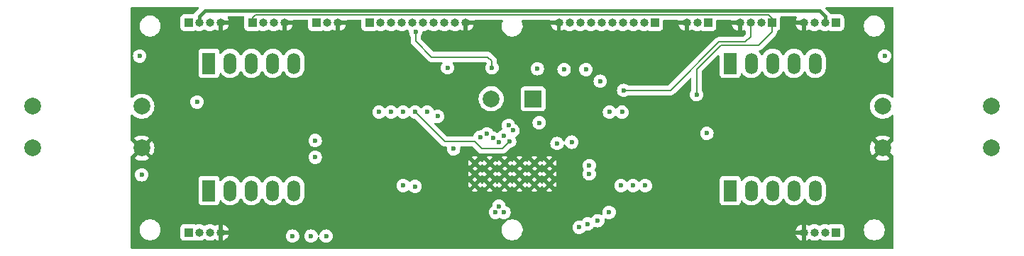
<source format=gbr>
%TF.GenerationSoftware,KiCad,Pcbnew,8.0.0*%
%TF.CreationDate,2024-11-21T20:10:56+00:00*%
%TF.ProjectId,display-board,64697370-6c61-4792-9d62-6f6172642e6b,rev?*%
%TF.SameCoordinates,Original*%
%TF.FileFunction,Copper,L3,Inr*%
%TF.FilePolarity,Positive*%
%FSLAX46Y46*%
G04 Gerber Fmt 4.6, Leading zero omitted, Abs format (unit mm)*
G04 Created by KiCad (PCBNEW 8.0.0) date 2024-11-21 20:10:56*
%MOMM*%
%LPD*%
G01*
G04 APERTURE LIST*
%TA.AperFunction,ComponentPad*%
%ADD10R,1.000000X1.000000*%
%TD*%
%TA.AperFunction,ComponentPad*%
%ADD11O,1.000000X1.000000*%
%TD*%
%TA.AperFunction,ComponentPad*%
%ADD12C,2.000000*%
%TD*%
%TA.AperFunction,ComponentPad*%
%ADD13R,1.524000X2.524000*%
%TD*%
%TA.AperFunction,ComponentPad*%
%ADD14O,1.524000X2.524000*%
%TD*%
%TA.AperFunction,ComponentPad*%
%ADD15R,2.000000X2.000000*%
%TD*%
%TA.AperFunction,ComponentPad*%
%ADD16C,0.600000*%
%TD*%
%TA.AperFunction,ViaPad*%
%ADD17C,0.600000*%
%TD*%
%TA.AperFunction,Conductor*%
%ADD18C,0.400000*%
%TD*%
%TA.AperFunction,Conductor*%
%ADD19C,0.200000*%
%TD*%
G04 APERTURE END LIST*
D10*
%TO.N,/BAT+*%
%TO.C,PWR3*%
X61400000Y-110000000D03*
D11*
%TO.N,/LDO*%
X62670000Y-110000000D03*
%TO.N,/BUZZER*%
X63940000Y-110000000D03*
%TO.N,GND*%
X65210000Y-110000000D03*
%TD*%
D10*
%TO.N,/SW1*%
%TO.C,SW_C1*%
X76650000Y-84900000D03*
D11*
%TO.N,/SW2*%
X77920000Y-84900000D03*
%TO.N,GND*%
X79190000Y-84900000D03*
%TD*%
D10*
%TO.N,/VPRG*%
%TO.C,DD1*%
X83005000Y-84900000D03*
D11*
%TO.N,/CTRL*%
X84275000Y-84900000D03*
%TO.N,/GSCLK*%
X85545000Y-84900000D03*
%TO.N,/BLANK*%
X86815000Y-84900000D03*
%TO.N,/XLAT*%
X88085000Y-84900000D03*
%TO.N,/XERR*%
X89355000Y-84900000D03*
%TO.N,/SCLK*%
X90625000Y-84900000D03*
%TO.N,/SIN*%
X91895000Y-84900000D03*
%TO.N,/SOUT*%
X93165000Y-84900000D03*
%TO.N,GND*%
X94435000Y-84900000D03*
%TD*%
D10*
%TO.N,/BAT+*%
%TO.C,PWR4*%
X138600000Y-110000000D03*
D11*
%TO.N,/LDO*%
X137330000Y-110000000D03*
%TO.N,/BUZZER*%
X136060000Y-110000000D03*
%TO.N,GND*%
X134790000Y-110000000D03*
%TD*%
D10*
%TO.N,/SW1*%
%TO.C,SW_C2*%
X123350000Y-84900000D03*
D11*
%TO.N,/SW2*%
X122080000Y-84900000D03*
%TO.N,GND*%
X120810000Y-84900000D03*
%TD*%
D10*
%TO.N,/MC_DD_1*%
%TO.C,CA1*%
X69025000Y-84900000D03*
D11*
%TO.N,/MC_DD_2*%
X70295000Y-84900000D03*
%TO.N,/MC_SD*%
X71565000Y-84900000D03*
%TO.N,GND*%
X72835000Y-84900000D03*
%TD*%
D12*
%TO.N,GND*%
%TO.C,SW2*%
X144200000Y-99900000D03*
%TO.N,N/C*%
X157200000Y-99900000D03*
%TO.N,Net-(R11-Pad1)*%
X144200000Y-94900000D03*
%TO.N,N/C*%
X157200000Y-94900000D03*
%TD*%
D10*
%TO.N,/VPRG*%
%TO.C,DD2*%
X116995000Y-84900000D03*
D11*
%TO.N,/CTRL*%
X115725000Y-84900000D03*
%TO.N,/GSCLK*%
X114455000Y-84900000D03*
%TO.N,/BLANK*%
X113185000Y-84900000D03*
%TO.N,/XLAT*%
X111915000Y-84900000D03*
%TO.N,/XERR*%
X110645000Y-84900000D03*
%TO.N,/SCLK*%
X109375000Y-84900000D03*
%TO.N,/SIN*%
X108105000Y-84900000D03*
%TO.N,/SOUT*%
X106835000Y-84900000D03*
%TO.N,GND*%
X105565000Y-84900000D03*
%TD*%
D13*
%TO.N,Net-(U1-OUT2)*%
%TO.C,U2*%
X63820000Y-105000000D03*
D14*
%TO.N,Net-(U1-OUT7)*%
X66360000Y-105000000D03*
%TO.N,Net-(U1-OUT4)*%
X68900000Y-105000000D03*
%TO.N,Net-(U1-OUT3)*%
X71440000Y-105000000D03*
%TO.N,Net-(U1-OUT6)*%
X73980000Y-105000000D03*
%TO.N,Net-(U1-OUT5)*%
X73980000Y-89760000D03*
%TO.N,/7SEG_DD_2*%
X71440000Y-89760000D03*
%TO.N,/7SEG_DD_1*%
X68900000Y-89760000D03*
%TO.N,Net-(U1-OUT1)*%
X66360000Y-89760000D03*
D13*
%TO.N,Net-(U1-OUT0)*%
X63820000Y-89760000D03*
%TD*%
D12*
%TO.N,Net-(R13-Pad1)*%
%TO.C,SW1*%
X55800000Y-94900000D03*
%TO.N,N/C*%
X42800000Y-94900000D03*
%TO.N,GND*%
X55800000Y-99900000D03*
%TO.N,N/C*%
X42800000Y-99900000D03*
%TD*%
D15*
%TO.N,VCC*%
%TO.C,BZ1*%
X102500000Y-93999999D03*
D12*
%TO.N,Net-(BZ1-+)*%
X97500000Y-93999999D03*
%TD*%
D10*
%TO.N,/BAT+*%
%TO.C,PWR1*%
X61400000Y-84900000D03*
D11*
%TO.N,/LDO*%
X62670000Y-84900000D03*
%TO.N,/BUZZER*%
X63940000Y-84900000D03*
%TO.N,GND*%
X65210000Y-84900000D03*
%TD*%
D10*
%TO.N,/MC_DD_1*%
%TO.C,CA2*%
X130975000Y-84900000D03*
D11*
%TO.N,/MC_DD_2*%
X129705000Y-84900000D03*
%TO.N,/MC_SD*%
X128435000Y-84900000D03*
%TO.N,GND*%
X127165000Y-84900000D03*
%TD*%
D13*
%TO.N,Net-(U1-OUT10)*%
%TO.C,U4*%
X126000000Y-105000000D03*
D14*
%TO.N,Net-(U1-OUT15)*%
X128540000Y-105000000D03*
%TO.N,Net-(U1-OUT12)*%
X131080000Y-105000000D03*
%TO.N,Net-(U1-OUT11)*%
X133620000Y-105000000D03*
%TO.N,Net-(U1-OUT14)*%
X136160000Y-105000000D03*
%TO.N,Net-(U1-OUT13)*%
X136160000Y-89760000D03*
%TO.N,/7SEG_DD_2*%
X133620000Y-89760000D03*
%TO.N,/7SEG_DD_1*%
X131080000Y-89760000D03*
%TO.N,Net-(U1-OUT9)*%
X128540000Y-89760000D03*
D13*
%TO.N,Net-(U1-OUT8)*%
X126000000Y-89760000D03*
%TD*%
D10*
%TO.N,/BAT+*%
%TO.C,PWR2*%
X138600000Y-84900000D03*
D11*
%TO.N,/LDO*%
X137330000Y-84900000D03*
%TO.N,/BUZZER*%
X136060000Y-84900000D03*
%TO.N,GND*%
X134790000Y-84900000D03*
%TD*%
D16*
%TO.N,GND*%
%TO.C,U1*%
X104450000Y-101700000D03*
X102670000Y-101700000D03*
X100890000Y-101700000D03*
X99110000Y-101700000D03*
X97330000Y-101700000D03*
X95550000Y-101700000D03*
X104450000Y-103000000D03*
X102670000Y-103000000D03*
X100890000Y-103000000D03*
X99110000Y-103000000D03*
X97330000Y-103000000D03*
X95550000Y-103000000D03*
X104450000Y-104300000D03*
X102670000Y-104300000D03*
X100890000Y-104300000D03*
X99110000Y-104300000D03*
X97330000Y-104300000D03*
X95550000Y-104300000D03*
%TD*%
D17*
%TO.N,/SW1*%
X55795000Y-103100000D03*
%TO.N,/SW2*%
X144432500Y-88900000D03*
%TO.N,/SW1*%
X55557500Y-88900000D03*
%TO.N,/CTRL*%
X75995000Y-110450000D03*
%TO.N,/BUZZER*%
X102995000Y-90400000D03*
%TO.N,VCC*%
X105350001Y-99350001D03*
X93000000Y-100000000D03*
%TO.N,/MC_DD_2*%
X62395000Y-94400000D03*
%TO.N,/LDO*%
X73795000Y-110450000D03*
X106195000Y-90500000D03*
%TO.N,/BAT+*%
X77795000Y-110450000D03*
X108795000Y-90500000D03*
%TO.N,/MC_DD_1*%
X122000000Y-93500000D03*
%TO.N,/MC_SD*%
X113295000Y-93000000D03*
%TO.N,GND*%
X70795000Y-98200000D03*
X97095000Y-84900000D03*
X94895000Y-90800000D03*
X98395000Y-91000000D03*
X98295000Y-84900000D03*
X67695000Y-101500000D03*
X67695000Y-99700000D03*
X71595000Y-98900000D03*
X94895000Y-92000000D03*
X69295000Y-99700000D03*
X71595000Y-97500000D03*
X102795000Y-84900000D03*
X95895000Y-84900000D03*
X95995000Y-91500000D03*
X72295000Y-98200000D03*
X103770735Y-84924265D03*
X101705000Y-84900000D03*
X99595000Y-91000000D03*
X95995000Y-92800000D03*
%TO.N,/7SEG_DD_1*%
X123225000Y-98137500D03*
%TO.N,/7SEG_SD*%
X113100000Y-95600000D03*
X87000000Y-104400000D03*
X86995000Y-95600000D03*
X112995000Y-104400000D03*
X107095000Y-99200000D03*
%TO.N,/GSCLK*%
X97995000Y-107600000D03*
%TO.N,Net-(U1-OUT4)*%
X91095000Y-96100000D03*
%TO.N,/SIN*%
X98374576Y-99200000D03*
%TO.N,/XERR*%
X99020735Y-107609799D03*
%TO.N,/BLANK*%
X96184232Y-98600011D03*
%TO.N,Net-(U1-OUT10)*%
X114440000Y-104400000D03*
%TO.N,/SOUT*%
X98410136Y-106864682D03*
%TO.N,Net-(U1-OUT0)*%
X99695000Y-99100000D03*
X88440000Y-95600000D03*
%TO.N,Net-(U1-OUT11)*%
X111560000Y-107600000D03*
%TO.N,Net-(U1-OUT8)*%
X109200000Y-102000000D03*
%TO.N,Net-(U1-OUT2)*%
X88400000Y-104500000D03*
X100095803Y-97799197D03*
%TO.N,/SCLK*%
X97695000Y-98700000D03*
%TO.N,Net-(U1-OUT3)*%
X99565230Y-97200000D03*
%TO.N,Net-(U1-OUT1)*%
X89880000Y-95600000D03*
%TO.N,Net-(U1-OUT14)*%
X108000000Y-109400000D03*
%TO.N,/XLAT*%
X96984234Y-98200000D03*
X97595000Y-90287500D03*
X88486422Y-86008578D03*
%TO.N,Net-(U1-OUT7)*%
X103221765Y-96873235D03*
%TO.N,Net-(U1-OUT9)*%
X109200000Y-103000000D03*
%TO.N,Net-(U1-OUT15)*%
X115880000Y-104400000D03*
%TO.N,Net-(U1-OUT13)*%
X109000000Y-109000000D03*
X111600000Y-95600000D03*
X110500000Y-91900000D03*
%TO.N,/VPRG*%
X99045000Y-98450000D03*
X92295000Y-90300000D03*
%TO.N,Net-(U1-OUT5)*%
X85560000Y-95600000D03*
%TO.N,Net-(U1-OUT6)*%
X84120000Y-95600000D03*
X76500000Y-99000000D03*
X76500000Y-101000000D03*
%TO.N,Net-(U1-OUT12)*%
X110200000Y-108600000D03*
%TD*%
D18*
%TO.N,/LDO*%
X62670000Y-84125000D02*
X63345000Y-83450000D01*
X136645000Y-83450000D02*
X137330000Y-84135000D01*
X137330000Y-84135000D02*
X137330000Y-84900000D01*
X62670000Y-84900000D02*
X62670000Y-84125000D01*
X63345000Y-83450000D02*
X136645000Y-83450000D01*
D19*
%TO.N,/MC_DD_1*%
X69395000Y-83950000D02*
X130545000Y-83950000D01*
X124895000Y-87600000D02*
X121995000Y-90500000D01*
X69025000Y-84900000D02*
X69025000Y-84320000D01*
X130545000Y-83950000D02*
X130975000Y-84380000D01*
X69025000Y-84320000D02*
X69395000Y-83950000D01*
X130975000Y-86020000D02*
X129395000Y-87600000D01*
X130975000Y-84380000D02*
X130975000Y-84900000D01*
X129395000Y-87600000D02*
X124895000Y-87600000D01*
X121995000Y-90500000D02*
X121995000Y-93495000D01*
X130975000Y-84900000D02*
X130975000Y-86020000D01*
X121995000Y-93495000D02*
X122000000Y-93500000D01*
%TO.N,/MC_SD*%
X124695000Y-87200000D02*
X127795000Y-87200000D01*
X118895000Y-93000000D02*
X124695000Y-87200000D01*
X128435000Y-86560000D02*
X128435000Y-84900000D01*
X113295000Y-93000000D02*
X118895000Y-93000000D01*
X127795000Y-87200000D02*
X128435000Y-86560000D01*
%TO.N,Net-(U1-OUT0)*%
X98812071Y-99982929D02*
X99695000Y-99100000D01*
X88440000Y-95600000D02*
X91940000Y-99100000D01*
X96377929Y-99982929D02*
X98812071Y-99982929D01*
X91940000Y-99100000D02*
X95495000Y-99100000D01*
X95495000Y-99100000D02*
X96377929Y-99982929D01*
%TO.N,/XLAT*%
X97095000Y-89000000D02*
X90395000Y-89000000D01*
X88486422Y-87091422D02*
X88486422Y-86008578D01*
X97595000Y-90287500D02*
X97595000Y-89500000D01*
X97595000Y-89500000D02*
X97095000Y-89000000D01*
X90395000Y-89000000D02*
X88486422Y-87091422D01*
%TD*%
%TA.AperFunction,Conductor*%
%TO.N,GND*%
G36*
X62571520Y-83020185D02*
G01*
X62617275Y-83072989D01*
X62627219Y-83142147D01*
X62598194Y-83205703D01*
X62592162Y-83212181D01*
X62125888Y-83678453D01*
X62125885Y-83678456D01*
X62049228Y-83793182D01*
X62049223Y-83793191D01*
X62036894Y-83822956D01*
X61993051Y-83877358D01*
X61926756Y-83899421D01*
X61922334Y-83899500D01*
X60852129Y-83899500D01*
X60852123Y-83899501D01*
X60792516Y-83905908D01*
X60657671Y-83956202D01*
X60657664Y-83956206D01*
X60542455Y-84042452D01*
X60542452Y-84042455D01*
X60456206Y-84157664D01*
X60456202Y-84157671D01*
X60405908Y-84292517D01*
X60400140Y-84346172D01*
X60399501Y-84352123D01*
X60399500Y-84352135D01*
X60399500Y-85447870D01*
X60399501Y-85447876D01*
X60405908Y-85507483D01*
X60456202Y-85642328D01*
X60456206Y-85642335D01*
X60542452Y-85757544D01*
X60542455Y-85757547D01*
X60657664Y-85843793D01*
X60657671Y-85843797D01*
X60792517Y-85894091D01*
X60792516Y-85894091D01*
X60799444Y-85894835D01*
X60852127Y-85900500D01*
X61947872Y-85900499D01*
X62007483Y-85894091D01*
X62142331Y-85843796D01*
X62150379Y-85837770D01*
X62215842Y-85813351D01*
X62279474Y-85826895D01*
X62279645Y-85826483D01*
X62281875Y-85827406D01*
X62283146Y-85827677D01*
X62285273Y-85828814D01*
X62473868Y-85886024D01*
X62670000Y-85905341D01*
X62866132Y-85886024D01*
X63054727Y-85828814D01*
X63228538Y-85735910D01*
X63228544Y-85735904D01*
X63233607Y-85732523D01*
X63234703Y-85734164D01*
X63290639Y-85710405D01*
X63359507Y-85722194D01*
X63376148Y-85732888D01*
X63376393Y-85732523D01*
X63381458Y-85735907D01*
X63381462Y-85735910D01*
X63526344Y-85813351D01*
X63553147Y-85827678D01*
X63555273Y-85828814D01*
X63743868Y-85886024D01*
X63940000Y-85905341D01*
X64136132Y-85886024D01*
X64324727Y-85828814D01*
X64498538Y-85735910D01*
X64498544Y-85735904D01*
X64503607Y-85732523D01*
X64504624Y-85734045D01*
X64561021Y-85710084D01*
X64629890Y-85721866D01*
X64646424Y-85732489D01*
X64646678Y-85732110D01*
X64651738Y-85735491D01*
X64825465Y-85828349D01*
X64960000Y-85869159D01*
X64960000Y-85109618D01*
X65010446Y-85160064D01*
X65084555Y-85202851D01*
X65167213Y-85225000D01*
X65252787Y-85225000D01*
X65335445Y-85202851D01*
X65409554Y-85160064D01*
X65419618Y-85150000D01*
X65460000Y-85150000D01*
X65460000Y-85869159D01*
X65594534Y-85828349D01*
X65768260Y-85735491D01*
X65920528Y-85610528D01*
X66045492Y-85458260D01*
X66045496Y-85458253D01*
X66138347Y-85284541D01*
X66179160Y-85150000D01*
X65460000Y-85150000D01*
X65419618Y-85150000D01*
X65470064Y-85099554D01*
X65512851Y-85025445D01*
X65535000Y-84942787D01*
X65535000Y-84857213D01*
X65512851Y-84774555D01*
X65470064Y-84700446D01*
X65419618Y-84650000D01*
X66179160Y-84650000D01*
X66179160Y-84649999D01*
X66138347Y-84515458D01*
X66042622Y-84336368D01*
X66044143Y-84335554D01*
X66025718Y-84276718D01*
X66044200Y-84209337D01*
X66096178Y-84162645D01*
X66149698Y-84150500D01*
X67908132Y-84150500D01*
X67975171Y-84170185D01*
X68020926Y-84222989D01*
X68031421Y-84287756D01*
X68024500Y-84352118D01*
X68024500Y-85447870D01*
X68024501Y-85447876D01*
X68030908Y-85507483D01*
X68081202Y-85642328D01*
X68081206Y-85642335D01*
X68167452Y-85757544D01*
X68167455Y-85757547D01*
X68282664Y-85843793D01*
X68282671Y-85843797D01*
X68417517Y-85894091D01*
X68417516Y-85894091D01*
X68424444Y-85894835D01*
X68477127Y-85900500D01*
X69572872Y-85900499D01*
X69632483Y-85894091D01*
X69767331Y-85843796D01*
X69775379Y-85837770D01*
X69840842Y-85813351D01*
X69904474Y-85826895D01*
X69904645Y-85826483D01*
X69906875Y-85827406D01*
X69908146Y-85827677D01*
X69910273Y-85828814D01*
X70098868Y-85886024D01*
X70295000Y-85905341D01*
X70491132Y-85886024D01*
X70679727Y-85828814D01*
X70853538Y-85735910D01*
X70853544Y-85735904D01*
X70858607Y-85732523D01*
X70859703Y-85734164D01*
X70915639Y-85710405D01*
X70984507Y-85722194D01*
X71001148Y-85732888D01*
X71001393Y-85732523D01*
X71006458Y-85735907D01*
X71006462Y-85735910D01*
X71151344Y-85813351D01*
X71178147Y-85827678D01*
X71180273Y-85828814D01*
X71368868Y-85886024D01*
X71565000Y-85905341D01*
X71761132Y-85886024D01*
X71949727Y-85828814D01*
X72123538Y-85735910D01*
X72123544Y-85735904D01*
X72128607Y-85732523D01*
X72129624Y-85734045D01*
X72186021Y-85710084D01*
X72254890Y-85721866D01*
X72271424Y-85732489D01*
X72271678Y-85732110D01*
X72276738Y-85735491D01*
X72450465Y-85828349D01*
X72585000Y-85869159D01*
X72585000Y-85109618D01*
X72635446Y-85160064D01*
X72709555Y-85202851D01*
X72792213Y-85225000D01*
X72877787Y-85225000D01*
X72960445Y-85202851D01*
X73034554Y-85160064D01*
X73044618Y-85150000D01*
X73085000Y-85150000D01*
X73085000Y-85869159D01*
X73219534Y-85828349D01*
X73393260Y-85735491D01*
X73545528Y-85610528D01*
X73670492Y-85458260D01*
X73670496Y-85458253D01*
X73763347Y-85284541D01*
X73804160Y-85150000D01*
X73085000Y-85150000D01*
X73044618Y-85150000D01*
X73095064Y-85099554D01*
X73137851Y-85025445D01*
X73160000Y-84942787D01*
X73160000Y-84857213D01*
X73137851Y-84774555D01*
X73095064Y-84700446D01*
X73044618Y-84650000D01*
X73804160Y-84650000D01*
X73840773Y-84600633D01*
X73896519Y-84558513D01*
X73940371Y-84550500D01*
X75525500Y-84550500D01*
X75592539Y-84570185D01*
X75638294Y-84622989D01*
X75649500Y-84674500D01*
X75649500Y-85447870D01*
X75649501Y-85447876D01*
X75655908Y-85507483D01*
X75706202Y-85642328D01*
X75706206Y-85642335D01*
X75792452Y-85757544D01*
X75792455Y-85757547D01*
X75907664Y-85843793D01*
X75907671Y-85843797D01*
X76042517Y-85894091D01*
X76042516Y-85894091D01*
X76049444Y-85894835D01*
X76102127Y-85900500D01*
X77197872Y-85900499D01*
X77257483Y-85894091D01*
X77392331Y-85843796D01*
X77400379Y-85837770D01*
X77465842Y-85813351D01*
X77529474Y-85826895D01*
X77529645Y-85826483D01*
X77531875Y-85827406D01*
X77533146Y-85827677D01*
X77535273Y-85828814D01*
X77723868Y-85886024D01*
X77920000Y-85905341D01*
X78116132Y-85886024D01*
X78304727Y-85828814D01*
X78478538Y-85735910D01*
X78478544Y-85735904D01*
X78483607Y-85732523D01*
X78484624Y-85734045D01*
X78541021Y-85710084D01*
X78609890Y-85721866D01*
X78626424Y-85732489D01*
X78626678Y-85732110D01*
X78631738Y-85735491D01*
X78805465Y-85828349D01*
X78940000Y-85869159D01*
X78940000Y-85109618D01*
X78990446Y-85160064D01*
X79064555Y-85202851D01*
X79147213Y-85225000D01*
X79232787Y-85225000D01*
X79315445Y-85202851D01*
X79389554Y-85160064D01*
X79399618Y-85150000D01*
X79440000Y-85150000D01*
X79440000Y-85869159D01*
X79574534Y-85828349D01*
X79748260Y-85735491D01*
X79900528Y-85610528D01*
X80025492Y-85458260D01*
X80025496Y-85458253D01*
X80118347Y-85284541D01*
X80159160Y-85150000D01*
X79440000Y-85150000D01*
X79399618Y-85150000D01*
X79450064Y-85099554D01*
X79492851Y-85025445D01*
X79515000Y-84942787D01*
X79515000Y-84857213D01*
X79492851Y-84774555D01*
X79450064Y-84700446D01*
X79399618Y-84650000D01*
X80159160Y-84650000D01*
X80195773Y-84600633D01*
X80251519Y-84558513D01*
X80295371Y-84550500D01*
X81880500Y-84550500D01*
X81947539Y-84570185D01*
X81993294Y-84622989D01*
X82004500Y-84674500D01*
X82004500Y-85447870D01*
X82004501Y-85447876D01*
X82010908Y-85507483D01*
X82061202Y-85642328D01*
X82061206Y-85642335D01*
X82147452Y-85757544D01*
X82147455Y-85757547D01*
X82262664Y-85843793D01*
X82262671Y-85843797D01*
X82397517Y-85894091D01*
X82397516Y-85894091D01*
X82404444Y-85894835D01*
X82457127Y-85900500D01*
X83552872Y-85900499D01*
X83612483Y-85894091D01*
X83747331Y-85843796D01*
X83755379Y-85837770D01*
X83820842Y-85813351D01*
X83884474Y-85826895D01*
X83884645Y-85826483D01*
X83886875Y-85827406D01*
X83888146Y-85827677D01*
X83890273Y-85828814D01*
X84078868Y-85886024D01*
X84275000Y-85905341D01*
X84471132Y-85886024D01*
X84659727Y-85828814D01*
X84833538Y-85735910D01*
X84833544Y-85735904D01*
X84838607Y-85732523D01*
X84839703Y-85734164D01*
X84895639Y-85710405D01*
X84964507Y-85722194D01*
X84981148Y-85732888D01*
X84981393Y-85732523D01*
X84986458Y-85735907D01*
X84986462Y-85735910D01*
X85131344Y-85813351D01*
X85158147Y-85827678D01*
X85160273Y-85828814D01*
X85348868Y-85886024D01*
X85545000Y-85905341D01*
X85741132Y-85886024D01*
X85929727Y-85828814D01*
X86103538Y-85735910D01*
X86103544Y-85735904D01*
X86108607Y-85732523D01*
X86109703Y-85734164D01*
X86165639Y-85710405D01*
X86234507Y-85722194D01*
X86251148Y-85732888D01*
X86251393Y-85732523D01*
X86256458Y-85735907D01*
X86256462Y-85735910D01*
X86401344Y-85813351D01*
X86428147Y-85827678D01*
X86430273Y-85828814D01*
X86618868Y-85886024D01*
X86815000Y-85905341D01*
X87011132Y-85886024D01*
X87199727Y-85828814D01*
X87373538Y-85735910D01*
X87373544Y-85735904D01*
X87378607Y-85732523D01*
X87379703Y-85734164D01*
X87435639Y-85710405D01*
X87504507Y-85722194D01*
X87521148Y-85732888D01*
X87521393Y-85732523D01*
X87526458Y-85735907D01*
X87526462Y-85735910D01*
X87626879Y-85789584D01*
X87676722Y-85838545D01*
X87692183Y-85906682D01*
X87691645Y-85912824D01*
X87680857Y-86008574D01*
X87680857Y-86008581D01*
X87701052Y-86187827D01*
X87701053Y-86187832D01*
X87760633Y-86358101D01*
X87767811Y-86369524D01*
X87856538Y-86510732D01*
X87856607Y-86510841D01*
X87858867Y-86513675D01*
X87859756Y-86515853D01*
X87860311Y-86516736D01*
X87860156Y-86516833D01*
X87885277Y-86578361D01*
X87885922Y-86590990D01*
X87885922Y-87004752D01*
X87885921Y-87004770D01*
X87885921Y-87170476D01*
X87885920Y-87170476D01*
X87926845Y-87323206D01*
X87926846Y-87323210D01*
X87952830Y-87368216D01*
X87952831Y-87368216D01*
X88005899Y-87460134D01*
X88005903Y-87460139D01*
X88124771Y-87579007D01*
X88124777Y-87579012D01*
X89910139Y-89364374D01*
X89910149Y-89364385D01*
X89914479Y-89368715D01*
X89914480Y-89368716D01*
X90026284Y-89480520D01*
X90111668Y-89529816D01*
X90111669Y-89529817D01*
X90163211Y-89559575D01*
X90163212Y-89559576D01*
X90163214Y-89559576D01*
X90163215Y-89559577D01*
X90315943Y-89600501D01*
X90315946Y-89600501D01*
X90481653Y-89600501D01*
X90481669Y-89600500D01*
X91564988Y-89600500D01*
X91632027Y-89620185D01*
X91677782Y-89672989D01*
X91687726Y-89742147D01*
X91666805Y-89790532D01*
X91668889Y-89791842D01*
X91665184Y-89797737D01*
X91665184Y-89797738D01*
X91649995Y-89821910D01*
X91569211Y-89950476D01*
X91509631Y-90120745D01*
X91509630Y-90120750D01*
X91489435Y-90299996D01*
X91489435Y-90300003D01*
X91509630Y-90479249D01*
X91509631Y-90479254D01*
X91569211Y-90649523D01*
X91631551Y-90748735D01*
X91665184Y-90802262D01*
X91792738Y-90929816D01*
X91945478Y-91025789D01*
X92080022Y-91072868D01*
X92115745Y-91085368D01*
X92115750Y-91085369D01*
X92294996Y-91105565D01*
X92295000Y-91105565D01*
X92295004Y-91105565D01*
X92474249Y-91085369D01*
X92474252Y-91085368D01*
X92474255Y-91085368D01*
X92644522Y-91025789D01*
X92797262Y-90929816D01*
X92924816Y-90802262D01*
X93020789Y-90649522D01*
X93080368Y-90479255D01*
X93080369Y-90479249D01*
X93100565Y-90300003D01*
X93100565Y-90299996D01*
X93080369Y-90120750D01*
X93080368Y-90120745D01*
X93075994Y-90108245D01*
X93020789Y-89950478D01*
X93012933Y-89937976D01*
X92944174Y-89828546D01*
X92924816Y-89797738D01*
X92924815Y-89797737D01*
X92921111Y-89791842D01*
X92923409Y-89790397D01*
X92901659Y-89737151D01*
X92914401Y-89668453D01*
X92962261Y-89617550D01*
X93025012Y-89600500D01*
X96794903Y-89600500D01*
X96861942Y-89620185D01*
X96882584Y-89636819D01*
X96920658Y-89674893D01*
X96954143Y-89736216D01*
X96949159Y-89805908D01*
X96937971Y-89828546D01*
X96869211Y-89937976D01*
X96809631Y-90108245D01*
X96809630Y-90108250D01*
X96789435Y-90287496D01*
X96789435Y-90287503D01*
X96809630Y-90466749D01*
X96809631Y-90466754D01*
X96869211Y-90637023D01*
X96965184Y-90789762D01*
X97092738Y-90917316D01*
X97099706Y-90921694D01*
X97227928Y-91002262D01*
X97245478Y-91013289D01*
X97296668Y-91031201D01*
X97415745Y-91072868D01*
X97415750Y-91072869D01*
X97594996Y-91093065D01*
X97595000Y-91093065D01*
X97595004Y-91093065D01*
X97774249Y-91072869D01*
X97774252Y-91072868D01*
X97774255Y-91072868D01*
X97944522Y-91013289D01*
X98097262Y-90917316D01*
X98224816Y-90789762D01*
X98320789Y-90637022D01*
X98380368Y-90466755D01*
X98387889Y-90400003D01*
X102189435Y-90400003D01*
X102209630Y-90579249D01*
X102209631Y-90579254D01*
X102269211Y-90749523D01*
X102332045Y-90849522D01*
X102365184Y-90902262D01*
X102492738Y-91029816D01*
X102576527Y-91082464D01*
X102627721Y-91114632D01*
X102645478Y-91125789D01*
X102656984Y-91129815D01*
X102815745Y-91185368D01*
X102815750Y-91185369D01*
X102994996Y-91205565D01*
X102995000Y-91205565D01*
X102995004Y-91205565D01*
X103174249Y-91185369D01*
X103174252Y-91185368D01*
X103174255Y-91185368D01*
X103344522Y-91125789D01*
X103497262Y-91029816D01*
X103624816Y-90902262D01*
X103720789Y-90749522D01*
X103780368Y-90579255D01*
X103783029Y-90555637D01*
X103789298Y-90500003D01*
X105389435Y-90500003D01*
X105409630Y-90679249D01*
X105409631Y-90679254D01*
X105469211Y-90849523D01*
X105565184Y-91002262D01*
X105692738Y-91129816D01*
X105845478Y-91225789D01*
X105955616Y-91264328D01*
X106015745Y-91285368D01*
X106015750Y-91285369D01*
X106194996Y-91305565D01*
X106195000Y-91305565D01*
X106195004Y-91305565D01*
X106374249Y-91285369D01*
X106374252Y-91285368D01*
X106374255Y-91285368D01*
X106544522Y-91225789D01*
X106697262Y-91129816D01*
X106824816Y-91002262D01*
X106920789Y-90849522D01*
X106980368Y-90679255D01*
X106983718Y-90649522D01*
X107000565Y-90500003D01*
X107989435Y-90500003D01*
X108009630Y-90679249D01*
X108009631Y-90679254D01*
X108069211Y-90849523D01*
X108165184Y-91002262D01*
X108292738Y-91129816D01*
X108445478Y-91225789D01*
X108555616Y-91264328D01*
X108615745Y-91285368D01*
X108615750Y-91285369D01*
X108794996Y-91305565D01*
X108795000Y-91305565D01*
X108795004Y-91305565D01*
X108974249Y-91285369D01*
X108974252Y-91285368D01*
X108974255Y-91285368D01*
X109144522Y-91225789D01*
X109297262Y-91129816D01*
X109424816Y-91002262D01*
X109520789Y-90849522D01*
X109580368Y-90679255D01*
X109583718Y-90649522D01*
X109600565Y-90500003D01*
X109600565Y-90499996D01*
X109580369Y-90320750D01*
X109580368Y-90320745D01*
X109520788Y-90150476D01*
X109457955Y-90050478D01*
X109424816Y-89997738D01*
X109297262Y-89870184D01*
X109230996Y-89828546D01*
X109144523Y-89774211D01*
X108974254Y-89714631D01*
X108974249Y-89714630D01*
X108795004Y-89694435D01*
X108794996Y-89694435D01*
X108615750Y-89714630D01*
X108615745Y-89714631D01*
X108445476Y-89774211D01*
X108292737Y-89870184D01*
X108165184Y-89997737D01*
X108069211Y-90150476D01*
X108009631Y-90320745D01*
X108009630Y-90320750D01*
X107989435Y-90499996D01*
X107989435Y-90500003D01*
X107000565Y-90500003D01*
X107000565Y-90499996D01*
X106980369Y-90320750D01*
X106980368Y-90320745D01*
X106920788Y-90150476D01*
X106857955Y-90050478D01*
X106824816Y-89997738D01*
X106697262Y-89870184D01*
X106630996Y-89828546D01*
X106544523Y-89774211D01*
X106374254Y-89714631D01*
X106374249Y-89714630D01*
X106195004Y-89694435D01*
X106194996Y-89694435D01*
X106015750Y-89714630D01*
X106015745Y-89714631D01*
X105845476Y-89774211D01*
X105692737Y-89870184D01*
X105565184Y-89997737D01*
X105469211Y-90150476D01*
X105409631Y-90320745D01*
X105409630Y-90320750D01*
X105389435Y-90499996D01*
X105389435Y-90500003D01*
X103789298Y-90500003D01*
X103800565Y-90400003D01*
X103800565Y-90399996D01*
X103780369Y-90220750D01*
X103780368Y-90220745D01*
X103720789Y-90050478D01*
X103624816Y-89897738D01*
X103497262Y-89770184D01*
X103463126Y-89748735D01*
X103344523Y-89674211D01*
X103174254Y-89614631D01*
X103174249Y-89614630D01*
X102995004Y-89594435D01*
X102994996Y-89594435D01*
X102815750Y-89614630D01*
X102815745Y-89614631D01*
X102645476Y-89674211D01*
X102492737Y-89770184D01*
X102365184Y-89897737D01*
X102269211Y-90050476D01*
X102209631Y-90220745D01*
X102209630Y-90220750D01*
X102189435Y-90399996D01*
X102189435Y-90400003D01*
X98387889Y-90400003D01*
X98400565Y-90287503D01*
X98400565Y-90287496D01*
X98380369Y-90108250D01*
X98380368Y-90108245D01*
X98341700Y-89997738D01*
X98320789Y-89937978D01*
X98224816Y-89785238D01*
X98224814Y-89785236D01*
X98224813Y-89785234D01*
X98222550Y-89782396D01*
X98221659Y-89780215D01*
X98221111Y-89779342D01*
X98221264Y-89779245D01*
X98196144Y-89717709D01*
X98195500Y-89705087D01*
X98195500Y-89589060D01*
X98195501Y-89589047D01*
X98195501Y-89420944D01*
X98190495Y-89402262D01*
X98154577Y-89268216D01*
X98092468Y-89160639D01*
X98075524Y-89131290D01*
X98075518Y-89131282D01*
X97463717Y-88519481D01*
X97463709Y-88519475D01*
X97343595Y-88450128D01*
X97343592Y-88450127D01*
X97326785Y-88440423D01*
X97316003Y-88437534D01*
X97174057Y-88399499D01*
X97015943Y-88399499D01*
X97008347Y-88399499D01*
X97008331Y-88399500D01*
X90695097Y-88399500D01*
X90628058Y-88379815D01*
X90607416Y-88363181D01*
X89123241Y-86879006D01*
X89089756Y-86817683D01*
X89086922Y-86791325D01*
X89086922Y-86590990D01*
X89106607Y-86523951D01*
X89113977Y-86513675D01*
X89116232Y-86510845D01*
X89116238Y-86510840D01*
X89212211Y-86358100D01*
X89271790Y-86187833D01*
X89291810Y-86010143D01*
X89318876Y-85945731D01*
X89376471Y-85906176D01*
X89402871Y-85900626D01*
X89551132Y-85886024D01*
X89739727Y-85828814D01*
X89913538Y-85735910D01*
X89913544Y-85735904D01*
X89918607Y-85732523D01*
X89919703Y-85734164D01*
X89975639Y-85710405D01*
X90044507Y-85722194D01*
X90061148Y-85732888D01*
X90061393Y-85732523D01*
X90066458Y-85735907D01*
X90066462Y-85735910D01*
X90211344Y-85813351D01*
X90238147Y-85827678D01*
X90240273Y-85828814D01*
X90428868Y-85886024D01*
X90625000Y-85905341D01*
X90821132Y-85886024D01*
X91009727Y-85828814D01*
X91183538Y-85735910D01*
X91183544Y-85735904D01*
X91188607Y-85732523D01*
X91189703Y-85734164D01*
X91245639Y-85710405D01*
X91314507Y-85722194D01*
X91331148Y-85732888D01*
X91331393Y-85732523D01*
X91336458Y-85735907D01*
X91336462Y-85735910D01*
X91481344Y-85813351D01*
X91508147Y-85827678D01*
X91510273Y-85828814D01*
X91698868Y-85886024D01*
X91895000Y-85905341D01*
X92091132Y-85886024D01*
X92279727Y-85828814D01*
X92453538Y-85735910D01*
X92453544Y-85735904D01*
X92458607Y-85732523D01*
X92459703Y-85734164D01*
X92515639Y-85710405D01*
X92584507Y-85722194D01*
X92601148Y-85732888D01*
X92601393Y-85732523D01*
X92606458Y-85735907D01*
X92606462Y-85735910D01*
X92751344Y-85813351D01*
X92778147Y-85827678D01*
X92780273Y-85828814D01*
X92968868Y-85886024D01*
X93165000Y-85905341D01*
X93361132Y-85886024D01*
X93549727Y-85828814D01*
X93723538Y-85735910D01*
X93723544Y-85735904D01*
X93728607Y-85732523D01*
X93729624Y-85734045D01*
X93786021Y-85710084D01*
X93854890Y-85721866D01*
X93871424Y-85732489D01*
X93871678Y-85732110D01*
X93876738Y-85735491D01*
X94050465Y-85828349D01*
X94185000Y-85869159D01*
X94185000Y-85144975D01*
X94220095Y-85180070D01*
X94299905Y-85226148D01*
X94388922Y-85250000D01*
X94481078Y-85250000D01*
X94570095Y-85226148D01*
X94649905Y-85180070D01*
X94679975Y-85150000D01*
X94685000Y-85150000D01*
X94685000Y-85869159D01*
X94819534Y-85828349D01*
X94993260Y-85735491D01*
X95145528Y-85610528D01*
X95270492Y-85458260D01*
X95270496Y-85458253D01*
X95363347Y-85284541D01*
X95404160Y-85150000D01*
X94685000Y-85150000D01*
X94679975Y-85150000D01*
X94715070Y-85114905D01*
X94761148Y-85035095D01*
X94785000Y-84946078D01*
X94785000Y-84853922D01*
X94761148Y-84764905D01*
X94715070Y-84685095D01*
X94679975Y-84650000D01*
X95404160Y-84650000D01*
X95440773Y-84600633D01*
X95496519Y-84558513D01*
X95540371Y-84550500D01*
X98776070Y-84550500D01*
X98843109Y-84570185D01*
X98888864Y-84622989D01*
X98898808Y-84692147D01*
X98886555Y-84730795D01*
X98841117Y-84819970D01*
X98780290Y-85007173D01*
X98749500Y-85201577D01*
X98749500Y-85398422D01*
X98780290Y-85592826D01*
X98841117Y-85780029D01*
X98907442Y-85910198D01*
X98930476Y-85955405D01*
X99046172Y-86114646D01*
X99185354Y-86253828D01*
X99344595Y-86369524D01*
X99382248Y-86388709D01*
X99519970Y-86458882D01*
X99519972Y-86458882D01*
X99519975Y-86458884D01*
X99620317Y-86491487D01*
X99707173Y-86519709D01*
X99901578Y-86550500D01*
X99901583Y-86550500D01*
X100098422Y-86550500D01*
X100292826Y-86519709D01*
X100304693Y-86515853D01*
X100480025Y-86458884D01*
X100655405Y-86369524D01*
X100814646Y-86253828D01*
X100953828Y-86114646D01*
X101069524Y-85955405D01*
X101158884Y-85780025D01*
X101219709Y-85592826D01*
X101241022Y-85458260D01*
X101250500Y-85398422D01*
X101250500Y-85201577D01*
X101242331Y-85150000D01*
X104595840Y-85150000D01*
X104636652Y-85284541D01*
X104729503Y-85458253D01*
X104729507Y-85458260D01*
X104854471Y-85610528D01*
X105006739Y-85735491D01*
X105180465Y-85828349D01*
X105315000Y-85869159D01*
X105315000Y-85150000D01*
X104595840Y-85150000D01*
X101242331Y-85150000D01*
X101219709Y-85007173D01*
X101158882Y-84819970D01*
X101113445Y-84730795D01*
X101100549Y-84662125D01*
X101126826Y-84597385D01*
X101183932Y-84557128D01*
X101223930Y-84550500D01*
X104459629Y-84550500D01*
X104526668Y-84570185D01*
X104559227Y-84600633D01*
X104595840Y-84650000D01*
X105320025Y-84650000D01*
X105284930Y-84685095D01*
X105238852Y-84764905D01*
X105215000Y-84853922D01*
X105215000Y-84946078D01*
X105238852Y-85035095D01*
X105284930Y-85114905D01*
X105350095Y-85180070D01*
X105429905Y-85226148D01*
X105518922Y-85250000D01*
X105611078Y-85250000D01*
X105700095Y-85226148D01*
X105779905Y-85180070D01*
X105815000Y-85144975D01*
X105815000Y-85869159D01*
X105949534Y-85828349D01*
X106123259Y-85735492D01*
X106128320Y-85732111D01*
X106129444Y-85733793D01*
X106185203Y-85710086D01*
X106254075Y-85721851D01*
X106271186Y-85732843D01*
X106271399Y-85732526D01*
X106276457Y-85735906D01*
X106276462Y-85735910D01*
X106414594Y-85809743D01*
X106448147Y-85827678D01*
X106450273Y-85828814D01*
X106638868Y-85886024D01*
X106835000Y-85905341D01*
X107031132Y-85886024D01*
X107219727Y-85828814D01*
X107393538Y-85735910D01*
X107393544Y-85735904D01*
X107398607Y-85732523D01*
X107399703Y-85734164D01*
X107455639Y-85710405D01*
X107524507Y-85722194D01*
X107541148Y-85732888D01*
X107541393Y-85732523D01*
X107546458Y-85735907D01*
X107546462Y-85735910D01*
X107691344Y-85813351D01*
X107718147Y-85827678D01*
X107720273Y-85828814D01*
X107908868Y-85886024D01*
X108105000Y-85905341D01*
X108301132Y-85886024D01*
X108489727Y-85828814D01*
X108663538Y-85735910D01*
X108663544Y-85735904D01*
X108668607Y-85732523D01*
X108669703Y-85734164D01*
X108725639Y-85710405D01*
X108794507Y-85722194D01*
X108811148Y-85732888D01*
X108811393Y-85732523D01*
X108816458Y-85735907D01*
X108816462Y-85735910D01*
X108961344Y-85813351D01*
X108988147Y-85827678D01*
X108990273Y-85828814D01*
X109178868Y-85886024D01*
X109375000Y-85905341D01*
X109571132Y-85886024D01*
X109759727Y-85828814D01*
X109933538Y-85735910D01*
X109933544Y-85735904D01*
X109938607Y-85732523D01*
X109939703Y-85734164D01*
X109995639Y-85710405D01*
X110064507Y-85722194D01*
X110081148Y-85732888D01*
X110081393Y-85732523D01*
X110086458Y-85735907D01*
X110086462Y-85735910D01*
X110231344Y-85813351D01*
X110258147Y-85827678D01*
X110260273Y-85828814D01*
X110448868Y-85886024D01*
X110645000Y-85905341D01*
X110841132Y-85886024D01*
X111029727Y-85828814D01*
X111203538Y-85735910D01*
X111203544Y-85735904D01*
X111208607Y-85732523D01*
X111209703Y-85734164D01*
X111265639Y-85710405D01*
X111334507Y-85722194D01*
X111351148Y-85732888D01*
X111351393Y-85732523D01*
X111356458Y-85735907D01*
X111356462Y-85735910D01*
X111501344Y-85813351D01*
X111528147Y-85827678D01*
X111530273Y-85828814D01*
X111718868Y-85886024D01*
X111915000Y-85905341D01*
X112111132Y-85886024D01*
X112299727Y-85828814D01*
X112473538Y-85735910D01*
X112473544Y-85735904D01*
X112478607Y-85732523D01*
X112479703Y-85734164D01*
X112535639Y-85710405D01*
X112604507Y-85722194D01*
X112621148Y-85732888D01*
X112621393Y-85732523D01*
X112626458Y-85735907D01*
X112626462Y-85735910D01*
X112771344Y-85813351D01*
X112798147Y-85827678D01*
X112800273Y-85828814D01*
X112988868Y-85886024D01*
X113185000Y-85905341D01*
X113381132Y-85886024D01*
X113569727Y-85828814D01*
X113743538Y-85735910D01*
X113743544Y-85735904D01*
X113748607Y-85732523D01*
X113749703Y-85734164D01*
X113805639Y-85710405D01*
X113874507Y-85722194D01*
X113891148Y-85732888D01*
X113891393Y-85732523D01*
X113896458Y-85735907D01*
X113896462Y-85735910D01*
X114041344Y-85813351D01*
X114068147Y-85827678D01*
X114070273Y-85828814D01*
X114258868Y-85886024D01*
X114455000Y-85905341D01*
X114651132Y-85886024D01*
X114839727Y-85828814D01*
X115013538Y-85735910D01*
X115013544Y-85735904D01*
X115018607Y-85732523D01*
X115019703Y-85734164D01*
X115075639Y-85710405D01*
X115144507Y-85722194D01*
X115161148Y-85732888D01*
X115161393Y-85732523D01*
X115166458Y-85735907D01*
X115166462Y-85735910D01*
X115311344Y-85813351D01*
X115338147Y-85827678D01*
X115340273Y-85828814D01*
X115528868Y-85886024D01*
X115725000Y-85905341D01*
X115921132Y-85886024D01*
X116109727Y-85828814D01*
X116111853Y-85827677D01*
X116113095Y-85827418D01*
X116115355Y-85826483D01*
X116115532Y-85826911D01*
X116180254Y-85813435D01*
X116244615Y-85837767D01*
X116252669Y-85843796D01*
X116313829Y-85866607D01*
X116387517Y-85894091D01*
X116387516Y-85894091D01*
X116394444Y-85894835D01*
X116447127Y-85900500D01*
X117542872Y-85900499D01*
X117602483Y-85894091D01*
X117737331Y-85843796D01*
X117852546Y-85757546D01*
X117938796Y-85642331D01*
X117989091Y-85507483D01*
X117995500Y-85447873D01*
X117995500Y-85150000D01*
X119840840Y-85150000D01*
X119881652Y-85284541D01*
X119974503Y-85458253D01*
X119974507Y-85458260D01*
X120099471Y-85610528D01*
X120251739Y-85735491D01*
X120425465Y-85828349D01*
X120560000Y-85869159D01*
X120560000Y-85150000D01*
X119840840Y-85150000D01*
X117995500Y-85150000D01*
X117995499Y-84674499D01*
X118015183Y-84607461D01*
X118067987Y-84561706D01*
X118119499Y-84550500D01*
X119704629Y-84550500D01*
X119771668Y-84570185D01*
X119804227Y-84600633D01*
X119840840Y-84650000D01*
X120600382Y-84650000D01*
X120549936Y-84700446D01*
X120507149Y-84774555D01*
X120485000Y-84857213D01*
X120485000Y-84942787D01*
X120507149Y-85025445D01*
X120549936Y-85099554D01*
X120610446Y-85160064D01*
X120684555Y-85202851D01*
X120767213Y-85225000D01*
X120852787Y-85225000D01*
X120935445Y-85202851D01*
X121009554Y-85160064D01*
X121060000Y-85109618D01*
X121060000Y-85869159D01*
X121194534Y-85828349D01*
X121368259Y-85735492D01*
X121373320Y-85732111D01*
X121374444Y-85733793D01*
X121430203Y-85710086D01*
X121499075Y-85721851D01*
X121516186Y-85732843D01*
X121516399Y-85732526D01*
X121521457Y-85735906D01*
X121521462Y-85735910D01*
X121659594Y-85809743D01*
X121693147Y-85827678D01*
X121695273Y-85828814D01*
X121883868Y-85886024D01*
X122080000Y-85905341D01*
X122276132Y-85886024D01*
X122464727Y-85828814D01*
X122466853Y-85827677D01*
X122468095Y-85827418D01*
X122470355Y-85826483D01*
X122470532Y-85826911D01*
X122535254Y-85813435D01*
X122599615Y-85837767D01*
X122607669Y-85843796D01*
X122668829Y-85866607D01*
X122742517Y-85894091D01*
X122742516Y-85894091D01*
X122749444Y-85894835D01*
X122802127Y-85900500D01*
X123897872Y-85900499D01*
X123957483Y-85894091D01*
X124092331Y-85843796D01*
X124207546Y-85757546D01*
X124293796Y-85642331D01*
X124344091Y-85507483D01*
X124350500Y-85447873D01*
X124350500Y-85150000D01*
X126195840Y-85150000D01*
X126236652Y-85284541D01*
X126329503Y-85458253D01*
X126329507Y-85458260D01*
X126454471Y-85610528D01*
X126606739Y-85735491D01*
X126780465Y-85828349D01*
X126915000Y-85869159D01*
X126915000Y-85150000D01*
X126195840Y-85150000D01*
X124350500Y-85150000D01*
X124350499Y-84674499D01*
X124370183Y-84607461D01*
X124422987Y-84561706D01*
X124474499Y-84550500D01*
X126059629Y-84550500D01*
X126126668Y-84570185D01*
X126159227Y-84600633D01*
X126195840Y-84650000D01*
X126955382Y-84650000D01*
X126904936Y-84700446D01*
X126862149Y-84774555D01*
X126840000Y-84857213D01*
X126840000Y-84942787D01*
X126862149Y-85025445D01*
X126904936Y-85099554D01*
X126965446Y-85160064D01*
X127039555Y-85202851D01*
X127122213Y-85225000D01*
X127207787Y-85225000D01*
X127290445Y-85202851D01*
X127364554Y-85160064D01*
X127415000Y-85109618D01*
X127415000Y-85869159D01*
X127549534Y-85828349D01*
X127652047Y-85773556D01*
X127720450Y-85759315D01*
X127785694Y-85784315D01*
X127827064Y-85840621D01*
X127834500Y-85882915D01*
X127834500Y-86259902D01*
X127814815Y-86326941D01*
X127798181Y-86347583D01*
X127582584Y-86563181D01*
X127521261Y-86596666D01*
X127494903Y-86599500D01*
X124781670Y-86599500D01*
X124781654Y-86599499D01*
X124774058Y-86599499D01*
X124615943Y-86599499D01*
X124539579Y-86619961D01*
X124463214Y-86640423D01*
X124463209Y-86640426D01*
X124326290Y-86719475D01*
X124326282Y-86719481D01*
X118682584Y-92363181D01*
X118621261Y-92396666D01*
X118594903Y-92399500D01*
X113877412Y-92399500D01*
X113810373Y-92379815D01*
X113800097Y-92372445D01*
X113797263Y-92370185D01*
X113797262Y-92370184D01*
X113740496Y-92334515D01*
X113644523Y-92274211D01*
X113474254Y-92214631D01*
X113474249Y-92214630D01*
X113295004Y-92194435D01*
X113294996Y-92194435D01*
X113115750Y-92214630D01*
X113115745Y-92214631D01*
X112945476Y-92274211D01*
X112792737Y-92370184D01*
X112665184Y-92497737D01*
X112569211Y-92650476D01*
X112509631Y-92820745D01*
X112509630Y-92820750D01*
X112489435Y-92999996D01*
X112489435Y-93000003D01*
X112509630Y-93179249D01*
X112509631Y-93179254D01*
X112569211Y-93349523D01*
X112651525Y-93480524D01*
X112665184Y-93502262D01*
X112792738Y-93629816D01*
X112945478Y-93725789D01*
X113115745Y-93785368D01*
X113115750Y-93785369D01*
X113294996Y-93805565D01*
X113295000Y-93805565D01*
X113295004Y-93805565D01*
X113474249Y-93785369D01*
X113474252Y-93785368D01*
X113474255Y-93785368D01*
X113644522Y-93725789D01*
X113797262Y-93629816D01*
X113797267Y-93629810D01*
X113800097Y-93627555D01*
X113802275Y-93626665D01*
X113803158Y-93626111D01*
X113803255Y-93626265D01*
X113864783Y-93601145D01*
X113877412Y-93600500D01*
X118808331Y-93600500D01*
X118808347Y-93600501D01*
X118815943Y-93600501D01*
X118974054Y-93600501D01*
X118974057Y-93600501D01*
X119126785Y-93559577D01*
X119210718Y-93511118D01*
X119263716Y-93480520D01*
X119375520Y-93368716D01*
X119375520Y-93368714D01*
X119385724Y-93358511D01*
X119385727Y-93358506D01*
X121182820Y-91561413D01*
X121244142Y-91527930D01*
X121313834Y-91532914D01*
X121369767Y-91574786D01*
X121394184Y-91640250D01*
X121394500Y-91649096D01*
X121394500Y-92923857D01*
X121374815Y-92990896D01*
X121372137Y-92994629D01*
X121274211Y-93150476D01*
X121214631Y-93320745D01*
X121214630Y-93320750D01*
X121194435Y-93499996D01*
X121194435Y-93500003D01*
X121214630Y-93679249D01*
X121214631Y-93679254D01*
X121274211Y-93849523D01*
X121353189Y-93975215D01*
X121370184Y-94002262D01*
X121497738Y-94129816D01*
X121522903Y-94145628D01*
X121642450Y-94220745D01*
X121650478Y-94225789D01*
X121713448Y-94247823D01*
X121820745Y-94285368D01*
X121820750Y-94285369D01*
X121999996Y-94305565D01*
X122000000Y-94305565D01*
X122000004Y-94305565D01*
X122179249Y-94285369D01*
X122179252Y-94285368D01*
X122179255Y-94285368D01*
X122349522Y-94225789D01*
X122502262Y-94129816D01*
X122629816Y-94002262D01*
X122725789Y-93849522D01*
X122785368Y-93679255D01*
X122785369Y-93679249D01*
X122805565Y-93500003D01*
X122805565Y-93499996D01*
X122785369Y-93320750D01*
X122785368Y-93320745D01*
X122772298Y-93283392D01*
X122725789Y-93150478D01*
X122629816Y-92997738D01*
X122629815Y-92997737D01*
X122625475Y-92992295D01*
X122627062Y-92991029D01*
X122598334Y-92938418D01*
X122595500Y-92912060D01*
X122595500Y-90800096D01*
X122615185Y-90733057D01*
X122631814Y-90712420D01*
X124525821Y-88818412D01*
X124587142Y-88784929D01*
X124656834Y-88789913D01*
X124712767Y-88831785D01*
X124737184Y-88897249D01*
X124737500Y-88906095D01*
X124737500Y-91069870D01*
X124737501Y-91069876D01*
X124743908Y-91129483D01*
X124794202Y-91264328D01*
X124794206Y-91264335D01*
X124880452Y-91379544D01*
X124880455Y-91379547D01*
X124995664Y-91465793D01*
X124995671Y-91465797D01*
X125130517Y-91516091D01*
X125130516Y-91516091D01*
X125137444Y-91516835D01*
X125190127Y-91522500D01*
X126809872Y-91522499D01*
X126869483Y-91516091D01*
X127004331Y-91465796D01*
X127119546Y-91379546D01*
X127205796Y-91264331D01*
X127256091Y-91129483D01*
X127262500Y-91069873D01*
X127262499Y-91031197D01*
X127282182Y-90964161D01*
X127334985Y-90918405D01*
X127404143Y-90908460D01*
X127467699Y-90937483D01*
X127486817Y-90958312D01*
X127577019Y-91082464D01*
X127717536Y-91222981D01*
X127878306Y-91339787D01*
X127956333Y-91379544D01*
X128055367Y-91430005D01*
X128055370Y-91430006D01*
X128149866Y-91460709D01*
X128244364Y-91491413D01*
X128440639Y-91522500D01*
X128440640Y-91522500D01*
X128639360Y-91522500D01*
X128639361Y-91522500D01*
X128835636Y-91491413D01*
X129024632Y-91430005D01*
X129201694Y-91339787D01*
X129362464Y-91222981D01*
X129502981Y-91082464D01*
X129619787Y-90921694D01*
X129699515Y-90765218D01*
X129747490Y-90714423D01*
X129815311Y-90697628D01*
X129881446Y-90720165D01*
X129920484Y-90765218D01*
X130000213Y-90921694D01*
X130117019Y-91082464D01*
X130257536Y-91222981D01*
X130418306Y-91339787D01*
X130496333Y-91379544D01*
X130595367Y-91430005D01*
X130595370Y-91430006D01*
X130689866Y-91460709D01*
X130784364Y-91491413D01*
X130980639Y-91522500D01*
X130980640Y-91522500D01*
X131179360Y-91522500D01*
X131179361Y-91522500D01*
X131375636Y-91491413D01*
X131564632Y-91430005D01*
X131741694Y-91339787D01*
X131902464Y-91222981D01*
X132042981Y-91082464D01*
X132159787Y-90921694D01*
X132239515Y-90765218D01*
X132287490Y-90714423D01*
X132355311Y-90697628D01*
X132421446Y-90720165D01*
X132460484Y-90765218D01*
X132540213Y-90921694D01*
X132657019Y-91082464D01*
X132797536Y-91222981D01*
X132958306Y-91339787D01*
X133036333Y-91379544D01*
X133135367Y-91430005D01*
X133135370Y-91430006D01*
X133229866Y-91460709D01*
X133324364Y-91491413D01*
X133520639Y-91522500D01*
X133520640Y-91522500D01*
X133719360Y-91522500D01*
X133719361Y-91522500D01*
X133915636Y-91491413D01*
X134104632Y-91430005D01*
X134281694Y-91339787D01*
X134442464Y-91222981D01*
X134582981Y-91082464D01*
X134699787Y-90921694D01*
X134779515Y-90765218D01*
X134827490Y-90714423D01*
X134895311Y-90697628D01*
X134961446Y-90720165D01*
X135000484Y-90765218D01*
X135080213Y-90921694D01*
X135197019Y-91082464D01*
X135337536Y-91222981D01*
X135498306Y-91339787D01*
X135576333Y-91379544D01*
X135675367Y-91430005D01*
X135675370Y-91430006D01*
X135769866Y-91460709D01*
X135864364Y-91491413D01*
X136060639Y-91522500D01*
X136060640Y-91522500D01*
X136259360Y-91522500D01*
X136259361Y-91522500D01*
X136455636Y-91491413D01*
X136644632Y-91430005D01*
X136821694Y-91339787D01*
X136982464Y-91222981D01*
X137122981Y-91082464D01*
X137239787Y-90921694D01*
X137330005Y-90744632D01*
X137391413Y-90555636D01*
X137422500Y-90359361D01*
X137422500Y-89160639D01*
X137391413Y-88964364D01*
X137370501Y-88900003D01*
X143626935Y-88900003D01*
X143647130Y-89079249D01*
X143647131Y-89079254D01*
X143706711Y-89249523D01*
X143802684Y-89402262D01*
X143930238Y-89529816D01*
X144008606Y-89579058D01*
X144069865Y-89617550D01*
X144082978Y-89625789D01*
X144204905Y-89668453D01*
X144253245Y-89685368D01*
X144253250Y-89685369D01*
X144432496Y-89705565D01*
X144432500Y-89705565D01*
X144432504Y-89705565D01*
X144611749Y-89685369D01*
X144611752Y-89685368D01*
X144611755Y-89685368D01*
X144782022Y-89625789D01*
X144934762Y-89529816D01*
X145062316Y-89402262D01*
X145158289Y-89249522D01*
X145217868Y-89079255D01*
X145230813Y-88964364D01*
X145238065Y-88900003D01*
X145238065Y-88899996D01*
X145217869Y-88720750D01*
X145217868Y-88720745D01*
X145158289Y-88550478D01*
X145062316Y-88397738D01*
X144934762Y-88270184D01*
X144911654Y-88255664D01*
X144782023Y-88174211D01*
X144611754Y-88114631D01*
X144611749Y-88114630D01*
X144432504Y-88094435D01*
X144432496Y-88094435D01*
X144253250Y-88114630D01*
X144253245Y-88114631D01*
X144082976Y-88174211D01*
X143930237Y-88270184D01*
X143802684Y-88397737D01*
X143706711Y-88550476D01*
X143647131Y-88720745D01*
X143647130Y-88720750D01*
X143626935Y-88899996D01*
X143626935Y-88900003D01*
X137370501Y-88900003D01*
X137345277Y-88822371D01*
X137330006Y-88775370D01*
X137330005Y-88775367D01*
X137284035Y-88685149D01*
X137239787Y-88598306D01*
X137122981Y-88437536D01*
X136982464Y-88297019D01*
X136821694Y-88180213D01*
X136644632Y-88089994D01*
X136644629Y-88089993D01*
X136455637Y-88028587D01*
X136357498Y-88013043D01*
X136259361Y-87997500D01*
X136060639Y-87997500D01*
X135995214Y-88007862D01*
X135864362Y-88028587D01*
X135675370Y-88089993D01*
X135675367Y-88089994D01*
X135498305Y-88180213D01*
X135337533Y-88297021D01*
X135197021Y-88437533D01*
X135080213Y-88598305D01*
X135000485Y-88754780D01*
X134952510Y-88805576D01*
X134884689Y-88822371D01*
X134818554Y-88799833D01*
X134779515Y-88754780D01*
X134760179Y-88716832D01*
X134699787Y-88598306D01*
X134582981Y-88437536D01*
X134442464Y-88297019D01*
X134281694Y-88180213D01*
X134104632Y-88089994D01*
X134104629Y-88089993D01*
X133915637Y-88028587D01*
X133817498Y-88013043D01*
X133719361Y-87997500D01*
X133520639Y-87997500D01*
X133455214Y-88007862D01*
X133324362Y-88028587D01*
X133135370Y-88089993D01*
X133135367Y-88089994D01*
X132958305Y-88180213D01*
X132797533Y-88297021D01*
X132657021Y-88437533D01*
X132540213Y-88598305D01*
X132460485Y-88754780D01*
X132412510Y-88805576D01*
X132344689Y-88822371D01*
X132278554Y-88799833D01*
X132239515Y-88754780D01*
X132220179Y-88716832D01*
X132159787Y-88598306D01*
X132042981Y-88437536D01*
X131902464Y-88297019D01*
X131741694Y-88180213D01*
X131564632Y-88089994D01*
X131564629Y-88089993D01*
X131375637Y-88028587D01*
X131277498Y-88013043D01*
X131179361Y-87997500D01*
X130980639Y-87997500D01*
X130915214Y-88007862D01*
X130784362Y-88028587D01*
X130595370Y-88089993D01*
X130595367Y-88089994D01*
X130418305Y-88180213D01*
X130257533Y-88297021D01*
X130117021Y-88437533D01*
X130000213Y-88598305D01*
X129920485Y-88754780D01*
X129872510Y-88805576D01*
X129804689Y-88822371D01*
X129738554Y-88799833D01*
X129699515Y-88754780D01*
X129680179Y-88716832D01*
X129619787Y-88598306D01*
X129502981Y-88437536D01*
X129461792Y-88396347D01*
X129428307Y-88335024D01*
X129433291Y-88265332D01*
X129475163Y-88209399D01*
X129517373Y-88188894D01*
X129626785Y-88159577D01*
X129676904Y-88130639D01*
X129763716Y-88080520D01*
X129875520Y-87968716D01*
X129875520Y-87968714D01*
X129885728Y-87958507D01*
X129885730Y-87958504D01*
X131333506Y-86510728D01*
X131333511Y-86510724D01*
X131343714Y-86500520D01*
X131343716Y-86500520D01*
X131455520Y-86388716D01*
X131534577Y-86251784D01*
X131575500Y-86099057D01*
X131575500Y-85982790D01*
X131595185Y-85915751D01*
X131647989Y-85869996D01*
X131656146Y-85866616D01*
X131717331Y-85843796D01*
X131832546Y-85757546D01*
X131918796Y-85642331D01*
X131969091Y-85507483D01*
X131975500Y-85447873D01*
X131975500Y-85150000D01*
X133820840Y-85150000D01*
X133861652Y-85284541D01*
X133954503Y-85458253D01*
X133954507Y-85458260D01*
X134079471Y-85610528D01*
X134231739Y-85735491D01*
X134405465Y-85828349D01*
X134540000Y-85869159D01*
X134540000Y-85150000D01*
X133820840Y-85150000D01*
X131975500Y-85150000D01*
X131975499Y-84352128D01*
X131969091Y-84292517D01*
X131969091Y-84292516D01*
X131968579Y-84287753D01*
X131980986Y-84218994D01*
X132028597Y-84167857D01*
X132091869Y-84150500D01*
X133850302Y-84150500D01*
X133917341Y-84170185D01*
X133963096Y-84222989D01*
X133973040Y-84292147D01*
X133956312Y-84335798D01*
X133957378Y-84336368D01*
X133861652Y-84515458D01*
X133820839Y-84649999D01*
X133820840Y-84650000D01*
X134580382Y-84650000D01*
X134529936Y-84700446D01*
X134487149Y-84774555D01*
X134465000Y-84857213D01*
X134465000Y-84942787D01*
X134487149Y-85025445D01*
X134529936Y-85099554D01*
X134590446Y-85160064D01*
X134664555Y-85202851D01*
X134747213Y-85225000D01*
X134832787Y-85225000D01*
X134915445Y-85202851D01*
X134989554Y-85160064D01*
X135040000Y-85109618D01*
X135040000Y-85869159D01*
X135174534Y-85828349D01*
X135348259Y-85735492D01*
X135353320Y-85732111D01*
X135354444Y-85733793D01*
X135410203Y-85710086D01*
X135479075Y-85721851D01*
X135496186Y-85732843D01*
X135496399Y-85732526D01*
X135501457Y-85735906D01*
X135501462Y-85735910D01*
X135639594Y-85809743D01*
X135673147Y-85827678D01*
X135675273Y-85828814D01*
X135863868Y-85886024D01*
X136060000Y-85905341D01*
X136256132Y-85886024D01*
X136444727Y-85828814D01*
X136618538Y-85735910D01*
X136618544Y-85735904D01*
X136623607Y-85732523D01*
X136624703Y-85734164D01*
X136680639Y-85710405D01*
X136749507Y-85722194D01*
X136766148Y-85732888D01*
X136766393Y-85732523D01*
X136771458Y-85735907D01*
X136771462Y-85735910D01*
X136916344Y-85813351D01*
X136943147Y-85827678D01*
X136945273Y-85828814D01*
X137133868Y-85886024D01*
X137330000Y-85905341D01*
X137526132Y-85886024D01*
X137714727Y-85828814D01*
X137716853Y-85827677D01*
X137718095Y-85827418D01*
X137720355Y-85826483D01*
X137720532Y-85826911D01*
X137785254Y-85813435D01*
X137849615Y-85837767D01*
X137857669Y-85843796D01*
X137918829Y-85866607D01*
X137992517Y-85894091D01*
X137992516Y-85894091D01*
X137999444Y-85894835D01*
X138052127Y-85900500D01*
X139147872Y-85900499D01*
X139207483Y-85894091D01*
X139342331Y-85843796D01*
X139457546Y-85757546D01*
X139543796Y-85642331D01*
X139594091Y-85507483D01*
X139600500Y-85447873D01*
X139600500Y-85398422D01*
X141944500Y-85398422D01*
X141975290Y-85592826D01*
X142036117Y-85780029D01*
X142102442Y-85910198D01*
X142125476Y-85955405D01*
X142241172Y-86114646D01*
X142380354Y-86253828D01*
X142539595Y-86369524D01*
X142577248Y-86388709D01*
X142714970Y-86458882D01*
X142714972Y-86458882D01*
X142714975Y-86458884D01*
X142815317Y-86491487D01*
X142902173Y-86519709D01*
X143096578Y-86550500D01*
X143096583Y-86550500D01*
X143293422Y-86550500D01*
X143487826Y-86519709D01*
X143499693Y-86515853D01*
X143675025Y-86458884D01*
X143850405Y-86369524D01*
X144009646Y-86253828D01*
X144148828Y-86114646D01*
X144264524Y-85955405D01*
X144353884Y-85780025D01*
X144414709Y-85592826D01*
X144436022Y-85458260D01*
X144445500Y-85398422D01*
X144445500Y-85201577D01*
X144414709Y-85007173D01*
X144353882Y-84819970D01*
X144288753Y-84692147D01*
X144264524Y-84644595D01*
X144148828Y-84485354D01*
X144009646Y-84346172D01*
X143850405Y-84230476D01*
X143827870Y-84218994D01*
X143675029Y-84141117D01*
X143487826Y-84080290D01*
X143293422Y-84049500D01*
X143293417Y-84049500D01*
X143096583Y-84049500D01*
X143096578Y-84049500D01*
X142902173Y-84080290D01*
X142714970Y-84141117D01*
X142539594Y-84230476D01*
X142460760Y-84287753D01*
X142380354Y-84346172D01*
X142380352Y-84346174D01*
X142380351Y-84346174D01*
X142241174Y-84485351D01*
X142241174Y-84485352D01*
X142241172Y-84485354D01*
X142219300Y-84515458D01*
X142125476Y-84644594D01*
X142036117Y-84819970D01*
X141975290Y-85007173D01*
X141944500Y-85201577D01*
X141944500Y-85398422D01*
X139600500Y-85398422D01*
X139600499Y-84352128D01*
X139594091Y-84292517D01*
X139592315Y-84287756D01*
X139543797Y-84157671D01*
X139543793Y-84157664D01*
X139457547Y-84042455D01*
X139457544Y-84042452D01*
X139342335Y-83956206D01*
X139342328Y-83956202D01*
X139207482Y-83905908D01*
X139207483Y-83905908D01*
X139147883Y-83899501D01*
X139147881Y-83899500D01*
X139147873Y-83899500D01*
X139147865Y-83899500D01*
X138073522Y-83899500D01*
X138006483Y-83879815D01*
X137960728Y-83827011D01*
X137958980Y-83822998D01*
X137950775Y-83803189D01*
X137893997Y-83718215D01*
X137893995Y-83718212D01*
X137874116Y-83688459D01*
X137397838Y-83212181D01*
X137364353Y-83150858D01*
X137369337Y-83081166D01*
X137411209Y-83025233D01*
X137476673Y-83000816D01*
X137485519Y-83000500D01*
X145375500Y-83000500D01*
X145442539Y-83020185D01*
X145488294Y-83072989D01*
X145499500Y-83124500D01*
X145499500Y-93778373D01*
X145479815Y-93845412D01*
X145427011Y-93891167D01*
X145357853Y-93901111D01*
X145294297Y-93872086D01*
X145284271Y-93862356D01*
X145219747Y-93792265D01*
X145219744Y-93792262D01*
X145168239Y-93752174D01*
X145023509Y-93639526D01*
X145023507Y-93639525D01*
X145023506Y-93639524D01*
X144804811Y-93521172D01*
X144804802Y-93521169D01*
X144569616Y-93440429D01*
X144324335Y-93399500D01*
X144075665Y-93399500D01*
X143830383Y-93440429D01*
X143595197Y-93521169D01*
X143595188Y-93521172D01*
X143376493Y-93639524D01*
X143180257Y-93792261D01*
X143011833Y-93975217D01*
X142875826Y-94183393D01*
X142775936Y-94411118D01*
X142714892Y-94652175D01*
X142714890Y-94652187D01*
X142694357Y-94899994D01*
X142694357Y-94900005D01*
X142714890Y-95147812D01*
X142714892Y-95147824D01*
X142775936Y-95388881D01*
X142875826Y-95616606D01*
X143011833Y-95824782D01*
X143011836Y-95824785D01*
X143180256Y-96007738D01*
X143376491Y-96160474D01*
X143376493Y-96160475D01*
X143589415Y-96275703D01*
X143595190Y-96278828D01*
X143830386Y-96359571D01*
X144075665Y-96400500D01*
X144324335Y-96400500D01*
X144569614Y-96359571D01*
X144804810Y-96278828D01*
X145023509Y-96160474D01*
X145219744Y-96007738D01*
X145284272Y-95937641D01*
X145344157Y-95901653D01*
X145413995Y-95903753D01*
X145471611Y-95943277D01*
X145498713Y-96007676D01*
X145499500Y-96021626D01*
X145499500Y-98902689D01*
X145479815Y-98969728D01*
X145463181Y-98990370D01*
X144682962Y-99770589D01*
X144665925Y-99707007D01*
X144600099Y-99592993D01*
X144507007Y-99499901D01*
X144392993Y-99434075D01*
X144329410Y-99417037D01*
X145070057Y-98676390D01*
X145070056Y-98676389D01*
X145023229Y-98639943D01*
X144804614Y-98521635D01*
X144804603Y-98521630D01*
X144569493Y-98440916D01*
X144324293Y-98400000D01*
X144075707Y-98400000D01*
X143830506Y-98440916D01*
X143595396Y-98521630D01*
X143595390Y-98521632D01*
X143376761Y-98639949D01*
X143329942Y-98676388D01*
X143329942Y-98676390D01*
X144070590Y-99417037D01*
X144007007Y-99434075D01*
X143892993Y-99499901D01*
X143799901Y-99592993D01*
X143734075Y-99707007D01*
X143717037Y-99770589D01*
X142976564Y-99030116D01*
X142876267Y-99183632D01*
X142776412Y-99411282D01*
X142715387Y-99652261D01*
X142715385Y-99652270D01*
X142694859Y-99899994D01*
X142694859Y-99900005D01*
X142715385Y-100147729D01*
X142715387Y-100147738D01*
X142776412Y-100388717D01*
X142876266Y-100616364D01*
X142976564Y-100769882D01*
X143717037Y-100029409D01*
X143734075Y-100092993D01*
X143799901Y-100207007D01*
X143892993Y-100300099D01*
X144007007Y-100365925D01*
X144070590Y-100382962D01*
X143329942Y-101123609D01*
X143376768Y-101160055D01*
X143376770Y-101160056D01*
X143595385Y-101278364D01*
X143595396Y-101278369D01*
X143830506Y-101359083D01*
X144075707Y-101400000D01*
X144324293Y-101400000D01*
X144569493Y-101359083D01*
X144804603Y-101278369D01*
X144804614Y-101278364D01*
X145023228Y-101160057D01*
X145023231Y-101160055D01*
X145070056Y-101123609D01*
X144329409Y-100382962D01*
X144392993Y-100365925D01*
X144507007Y-100300099D01*
X144600099Y-100207007D01*
X144665925Y-100092993D01*
X144682962Y-100029410D01*
X145463181Y-100809629D01*
X145496666Y-100870952D01*
X145499500Y-100897310D01*
X145499500Y-111875500D01*
X145479815Y-111942539D01*
X145427011Y-111988294D01*
X145375500Y-111999500D01*
X54624500Y-111999500D01*
X54557461Y-111979815D01*
X54511706Y-111927011D01*
X54500500Y-111875500D01*
X54500500Y-109798422D01*
X55549500Y-109798422D01*
X55580290Y-109992826D01*
X55641117Y-110180029D01*
X55712759Y-110320633D01*
X55730476Y-110355405D01*
X55846172Y-110514646D01*
X55985354Y-110653828D01*
X56144595Y-110769524D01*
X56203470Y-110799522D01*
X56319970Y-110858882D01*
X56319972Y-110858882D01*
X56319975Y-110858884D01*
X56417211Y-110890478D01*
X56507173Y-110919709D01*
X56701578Y-110950500D01*
X56701583Y-110950500D01*
X56898422Y-110950500D01*
X57092826Y-110919709D01*
X57112394Y-110913351D01*
X57280025Y-110858884D01*
X57455405Y-110769524D01*
X57614646Y-110653828D01*
X57720604Y-110547870D01*
X60399500Y-110547870D01*
X60399501Y-110547876D01*
X60405908Y-110607483D01*
X60456202Y-110742328D01*
X60456206Y-110742335D01*
X60542452Y-110857544D01*
X60542455Y-110857547D01*
X60657664Y-110943793D01*
X60657671Y-110943797D01*
X60792517Y-110994091D01*
X60792516Y-110994091D01*
X60799444Y-110994835D01*
X60852127Y-111000500D01*
X61947872Y-111000499D01*
X62007483Y-110994091D01*
X62142331Y-110943796D01*
X62150379Y-110937770D01*
X62215842Y-110913351D01*
X62279474Y-110926895D01*
X62279645Y-110926483D01*
X62281875Y-110927406D01*
X62283146Y-110927677D01*
X62285273Y-110928814D01*
X62473868Y-110986024D01*
X62670000Y-111005341D01*
X62866132Y-110986024D01*
X63054727Y-110928814D01*
X63228538Y-110835910D01*
X63228544Y-110835904D01*
X63233607Y-110832523D01*
X63234703Y-110834164D01*
X63290639Y-110810405D01*
X63359507Y-110822194D01*
X63376148Y-110832888D01*
X63376393Y-110832523D01*
X63381458Y-110835907D01*
X63381462Y-110835910D01*
X63526344Y-110913351D01*
X63553147Y-110927678D01*
X63555273Y-110928814D01*
X63743868Y-110986024D01*
X63940000Y-111005341D01*
X64136132Y-110986024D01*
X64324727Y-110928814D01*
X64498538Y-110835910D01*
X64498544Y-110835904D01*
X64503607Y-110832523D01*
X64504624Y-110834045D01*
X64561021Y-110810084D01*
X64629890Y-110821866D01*
X64646424Y-110832489D01*
X64646678Y-110832110D01*
X64651738Y-110835491D01*
X64825465Y-110928349D01*
X64960000Y-110969159D01*
X64960000Y-110209618D01*
X65010446Y-110260064D01*
X65084555Y-110302851D01*
X65167213Y-110325000D01*
X65252787Y-110325000D01*
X65335445Y-110302851D01*
X65409554Y-110260064D01*
X65419618Y-110250000D01*
X65460000Y-110250000D01*
X65460000Y-110969159D01*
X65594534Y-110928349D01*
X65768260Y-110835491D01*
X65920528Y-110710528D01*
X66045492Y-110558260D01*
X66045496Y-110558253D01*
X66103357Y-110450003D01*
X72989435Y-110450003D01*
X73009630Y-110629249D01*
X73009631Y-110629254D01*
X73069211Y-110799523D01*
X73148986Y-110926483D01*
X73165184Y-110952262D01*
X73292738Y-111079816D01*
X73445478Y-111175789D01*
X73615745Y-111235368D01*
X73615750Y-111235369D01*
X73794996Y-111255565D01*
X73795000Y-111255565D01*
X73795004Y-111255565D01*
X73974249Y-111235369D01*
X73974252Y-111235368D01*
X73974255Y-111235368D01*
X74144522Y-111175789D01*
X74297262Y-111079816D01*
X74424816Y-110952262D01*
X74520789Y-110799522D01*
X74580368Y-110629255D01*
X74582821Y-110607483D01*
X74600565Y-110450003D01*
X75189435Y-110450003D01*
X75209630Y-110629249D01*
X75209631Y-110629254D01*
X75269211Y-110799523D01*
X75348986Y-110926483D01*
X75365184Y-110952262D01*
X75492738Y-111079816D01*
X75645478Y-111175789D01*
X75815745Y-111235368D01*
X75815750Y-111235369D01*
X75994996Y-111255565D01*
X75995000Y-111255565D01*
X75995004Y-111255565D01*
X76174249Y-111235369D01*
X76174252Y-111235368D01*
X76174255Y-111235368D01*
X76344522Y-111175789D01*
X76497262Y-111079816D01*
X76624816Y-110952262D01*
X76720789Y-110799522D01*
X76777958Y-110636141D01*
X76818680Y-110579366D01*
X76883633Y-110553619D01*
X76952194Y-110567075D01*
X77002597Y-110615462D01*
X77012041Y-110636140D01*
X77027913Y-110681499D01*
X77069211Y-110799523D01*
X77148986Y-110926483D01*
X77165184Y-110952262D01*
X77292738Y-111079816D01*
X77445478Y-111175789D01*
X77615745Y-111235368D01*
X77615750Y-111235369D01*
X77794996Y-111255565D01*
X77795000Y-111255565D01*
X77795004Y-111255565D01*
X77974249Y-111235369D01*
X77974252Y-111235368D01*
X77974255Y-111235368D01*
X78144522Y-111175789D01*
X78297262Y-111079816D01*
X78424816Y-110952262D01*
X78520789Y-110799522D01*
X78580368Y-110629255D01*
X78582821Y-110607483D01*
X78600565Y-110450003D01*
X78600565Y-110449996D01*
X78580369Y-110270750D01*
X78580368Y-110270745D01*
X78573109Y-110250000D01*
X78520789Y-110100478D01*
X78424816Y-109947738D01*
X78297262Y-109820184D01*
X78262628Y-109798422D01*
X98749500Y-109798422D01*
X98780290Y-109992826D01*
X98841117Y-110180029D01*
X98912759Y-110320633D01*
X98930476Y-110355405D01*
X99046172Y-110514646D01*
X99185354Y-110653828D01*
X99344595Y-110769524D01*
X99403470Y-110799522D01*
X99519970Y-110858882D01*
X99519972Y-110858882D01*
X99519975Y-110858884D01*
X99617211Y-110890478D01*
X99707173Y-110919709D01*
X99901578Y-110950500D01*
X99901583Y-110950500D01*
X100098422Y-110950500D01*
X100292826Y-110919709D01*
X100312394Y-110913351D01*
X100480025Y-110858884D01*
X100655405Y-110769524D01*
X100814646Y-110653828D01*
X100953828Y-110514646D01*
X101069524Y-110355405D01*
X101123230Y-110250000D01*
X133820840Y-110250000D01*
X133861652Y-110384541D01*
X133954503Y-110558253D01*
X133954507Y-110558260D01*
X134079471Y-110710528D01*
X134231739Y-110835491D01*
X134405465Y-110928349D01*
X134540000Y-110969159D01*
X134540000Y-110250000D01*
X133820840Y-110250000D01*
X101123230Y-110250000D01*
X101158884Y-110180025D01*
X101219709Y-109992826D01*
X101250500Y-109798422D01*
X101250500Y-109601577D01*
X101219709Y-109407173D01*
X101217379Y-109400003D01*
X107194435Y-109400003D01*
X107214630Y-109579249D01*
X107214631Y-109579254D01*
X107274211Y-109749523D01*
X107370184Y-109902262D01*
X107497738Y-110029816D01*
X107588080Y-110086582D01*
X107649930Y-110125445D01*
X107650478Y-110125789D01*
X107805476Y-110180025D01*
X107820745Y-110185368D01*
X107820750Y-110185369D01*
X107999996Y-110205565D01*
X108000000Y-110205565D01*
X108000004Y-110205565D01*
X108179249Y-110185369D01*
X108179252Y-110185368D01*
X108179255Y-110185368D01*
X108349522Y-110125789D01*
X108481619Y-110042787D01*
X134465000Y-110042787D01*
X134487149Y-110125445D01*
X134529936Y-110199554D01*
X134590446Y-110260064D01*
X134664555Y-110302851D01*
X134747213Y-110325000D01*
X134832787Y-110325000D01*
X134915445Y-110302851D01*
X134989554Y-110260064D01*
X135040000Y-110209618D01*
X135040000Y-110969159D01*
X135174534Y-110928349D01*
X135348259Y-110835492D01*
X135353320Y-110832111D01*
X135354444Y-110833793D01*
X135410203Y-110810086D01*
X135479075Y-110821851D01*
X135496186Y-110832843D01*
X135496399Y-110832526D01*
X135501457Y-110835906D01*
X135501462Y-110835910D01*
X135639594Y-110909743D01*
X135673147Y-110927678D01*
X135675273Y-110928814D01*
X135863868Y-110986024D01*
X136060000Y-111005341D01*
X136256132Y-110986024D01*
X136444727Y-110928814D01*
X136618538Y-110835910D01*
X136618544Y-110835904D01*
X136623607Y-110832523D01*
X136624703Y-110834164D01*
X136680639Y-110810405D01*
X136749507Y-110822194D01*
X136766148Y-110832888D01*
X136766393Y-110832523D01*
X136771458Y-110835907D01*
X136771462Y-110835910D01*
X136916344Y-110913351D01*
X136943147Y-110927678D01*
X136945273Y-110928814D01*
X137133868Y-110986024D01*
X137330000Y-111005341D01*
X137526132Y-110986024D01*
X137714727Y-110928814D01*
X137716853Y-110927677D01*
X137718095Y-110927418D01*
X137720355Y-110926483D01*
X137720532Y-110926911D01*
X137785254Y-110913435D01*
X137849615Y-110937767D01*
X137857669Y-110943796D01*
X137880368Y-110952262D01*
X137992517Y-110994091D01*
X137992516Y-110994091D01*
X137999444Y-110994835D01*
X138052127Y-111000500D01*
X139147872Y-111000499D01*
X139207483Y-110994091D01*
X139342331Y-110943796D01*
X139457546Y-110857546D01*
X139543796Y-110742331D01*
X139594091Y-110607483D01*
X139600500Y-110547873D01*
X139600499Y-109798422D01*
X141949500Y-109798422D01*
X141980290Y-109992826D01*
X142041117Y-110180029D01*
X142112759Y-110320633D01*
X142130476Y-110355405D01*
X142246172Y-110514646D01*
X142385354Y-110653828D01*
X142544595Y-110769524D01*
X142603470Y-110799522D01*
X142719970Y-110858882D01*
X142719972Y-110858882D01*
X142719975Y-110858884D01*
X142817211Y-110890478D01*
X142907173Y-110919709D01*
X143101578Y-110950500D01*
X143101583Y-110950500D01*
X143298422Y-110950500D01*
X143492826Y-110919709D01*
X143512394Y-110913351D01*
X143680025Y-110858884D01*
X143855405Y-110769524D01*
X144014646Y-110653828D01*
X144153828Y-110514646D01*
X144269524Y-110355405D01*
X144358884Y-110180025D01*
X144419709Y-109992826D01*
X144450500Y-109798422D01*
X144450500Y-109601577D01*
X144419709Y-109407173D01*
X144381350Y-109289117D01*
X144358884Y-109219975D01*
X144358882Y-109219972D01*
X144358882Y-109219970D01*
X144302605Y-109109521D01*
X144269524Y-109044595D01*
X144153828Y-108885354D01*
X144014646Y-108746172D01*
X143855405Y-108630476D01*
X143837865Y-108621539D01*
X143680029Y-108541117D01*
X143492826Y-108480290D01*
X143298422Y-108449500D01*
X143298417Y-108449500D01*
X143101583Y-108449500D01*
X143101578Y-108449500D01*
X142907173Y-108480290D01*
X142719970Y-108541117D01*
X142544594Y-108630476D01*
X142484399Y-108674211D01*
X142385354Y-108746172D01*
X142385352Y-108746174D01*
X142385351Y-108746174D01*
X142246174Y-108885351D01*
X142246174Y-108885352D01*
X142246172Y-108885354D01*
X142199551Y-108949522D01*
X142130476Y-109044594D01*
X142041117Y-109219970D01*
X141980290Y-109407173D01*
X141949500Y-109601577D01*
X141949500Y-109798422D01*
X139600499Y-109798422D01*
X139600499Y-109452128D01*
X139594091Y-109392517D01*
X139571422Y-109331739D01*
X139543797Y-109257671D01*
X139543793Y-109257664D01*
X139457547Y-109142455D01*
X139457544Y-109142452D01*
X139342335Y-109056206D01*
X139342328Y-109056202D01*
X139207482Y-109005908D01*
X139207483Y-109005908D01*
X139147883Y-108999501D01*
X139147881Y-108999500D01*
X139147873Y-108999500D01*
X139147864Y-108999500D01*
X138052129Y-108999500D01*
X138052123Y-108999501D01*
X137992516Y-109005908D01*
X137857671Y-109056202D01*
X137857666Y-109056205D01*
X137849614Y-109062233D01*
X137784149Y-109086648D01*
X137720530Y-109073104D01*
X137720359Y-109073518D01*
X137718123Y-109072592D01*
X137716850Y-109072321D01*
X137714729Y-109071187D01*
X137714728Y-109071186D01*
X137714727Y-109071186D01*
X137526132Y-109013976D01*
X137526129Y-109013975D01*
X137330000Y-108994659D01*
X137133870Y-109013975D01*
X136945266Y-109071188D01*
X136771467Y-109164086D01*
X136766399Y-109167473D01*
X136765305Y-109165836D01*
X136709337Y-109189596D01*
X136640471Y-109177795D01*
X136623843Y-109167109D01*
X136623601Y-109167473D01*
X136618532Y-109164086D01*
X136444733Y-109071188D01*
X136444727Y-109071186D01*
X136256132Y-109013976D01*
X136256129Y-109013975D01*
X136060000Y-108994659D01*
X135863870Y-109013975D01*
X135675266Y-109071188D01*
X135501467Y-109164086D01*
X135496399Y-109167473D01*
X135495386Y-109165958D01*
X135438936Y-109189920D01*
X135370071Y-109178115D01*
X135353574Y-109167511D01*
X135353322Y-109167890D01*
X135348253Y-109164503D01*
X135174541Y-109071652D01*
X135040000Y-109030839D01*
X135040000Y-109790382D01*
X134989554Y-109739936D01*
X134915445Y-109697149D01*
X134832787Y-109675000D01*
X134747213Y-109675000D01*
X134664555Y-109697149D01*
X134590446Y-109739936D01*
X134529936Y-109800446D01*
X134487149Y-109874555D01*
X134465000Y-109957213D01*
X134465000Y-110042787D01*
X108481619Y-110042787D01*
X108502262Y-110029816D01*
X108629816Y-109902262D01*
X108671830Y-109835396D01*
X108724161Y-109789107D01*
X108793215Y-109778458D01*
X108817771Y-109784327D01*
X108820745Y-109785368D01*
X108820751Y-109785368D01*
X108820752Y-109785369D01*
X108999996Y-109805565D01*
X109000000Y-109805565D01*
X109000004Y-109805565D01*
X109179249Y-109785369D01*
X109179252Y-109785368D01*
X109179255Y-109785368D01*
X109280334Y-109749999D01*
X133820839Y-109749999D01*
X133820840Y-109750000D01*
X134540000Y-109750000D01*
X134540000Y-109030839D01*
X134539999Y-109030839D01*
X134405458Y-109071652D01*
X134231746Y-109164503D01*
X134231739Y-109164507D01*
X134079471Y-109289471D01*
X133954507Y-109441739D01*
X133954503Y-109441746D01*
X133861652Y-109615458D01*
X133820839Y-109749999D01*
X109280334Y-109749999D01*
X109349522Y-109725789D01*
X109502262Y-109629816D01*
X109629816Y-109502262D01*
X109707876Y-109378029D01*
X109760211Y-109331739D01*
X109829264Y-109321091D01*
X109853825Y-109326961D01*
X110020737Y-109385366D01*
X110020743Y-109385367D01*
X110020745Y-109385368D01*
X110020746Y-109385368D01*
X110020750Y-109385369D01*
X110199996Y-109405565D01*
X110200000Y-109405565D01*
X110200004Y-109405565D01*
X110379249Y-109385369D01*
X110379252Y-109385368D01*
X110379255Y-109385368D01*
X110549522Y-109325789D01*
X110702262Y-109229816D01*
X110829816Y-109102262D01*
X110925789Y-108949522D01*
X110985368Y-108779255D01*
X110986390Y-108770184D01*
X111005565Y-108600003D01*
X111005565Y-108599997D01*
X110985532Y-108422201D01*
X110997586Y-108353379D01*
X111044935Y-108301999D01*
X111112546Y-108284375D01*
X111174725Y-108303324D01*
X111210475Y-108325788D01*
X111380745Y-108385368D01*
X111380750Y-108385369D01*
X111559996Y-108405565D01*
X111560000Y-108405565D01*
X111560004Y-108405565D01*
X111739249Y-108385369D01*
X111739252Y-108385368D01*
X111739255Y-108385368D01*
X111909522Y-108325789D01*
X112062262Y-108229816D01*
X112189816Y-108102262D01*
X112285789Y-107949522D01*
X112345368Y-107779255D01*
X112364461Y-107609799D01*
X112365565Y-107600003D01*
X112365565Y-107599996D01*
X112345369Y-107420750D01*
X112345368Y-107420745D01*
X112285788Y-107250476D01*
X112189815Y-107097737D01*
X112062262Y-106970184D01*
X111909523Y-106874211D01*
X111739254Y-106814631D01*
X111739249Y-106814630D01*
X111560004Y-106794435D01*
X111559996Y-106794435D01*
X111380750Y-106814630D01*
X111380745Y-106814631D01*
X111210476Y-106874211D01*
X111057737Y-106970184D01*
X110930184Y-107097737D01*
X110834211Y-107250476D01*
X110774631Y-107420745D01*
X110774630Y-107420750D01*
X110754435Y-107599996D01*
X110754435Y-107600003D01*
X110774467Y-107777799D01*
X110762412Y-107846621D01*
X110715063Y-107898000D01*
X110647453Y-107915624D01*
X110585275Y-107896676D01*
X110549522Y-107874211D01*
X110379254Y-107814631D01*
X110379249Y-107814630D01*
X110200004Y-107794435D01*
X110199996Y-107794435D01*
X110020750Y-107814630D01*
X110020745Y-107814631D01*
X109850476Y-107874211D01*
X109697737Y-107970184D01*
X109570182Y-108097739D01*
X109492122Y-108221971D01*
X109439788Y-108268261D01*
X109370734Y-108278909D01*
X109346174Y-108273039D01*
X109179262Y-108214633D01*
X109179249Y-108214630D01*
X109000004Y-108194435D01*
X108999996Y-108194435D01*
X108820750Y-108214630D01*
X108820745Y-108214631D01*
X108650476Y-108274211D01*
X108497737Y-108370184D01*
X108370183Y-108497738D01*
X108328169Y-108564602D01*
X108275834Y-108610892D01*
X108206780Y-108621539D01*
X108182223Y-108615670D01*
X108179254Y-108614631D01*
X108000004Y-108594435D01*
X107999996Y-108594435D01*
X107820750Y-108614630D01*
X107820745Y-108614631D01*
X107650476Y-108674211D01*
X107497737Y-108770184D01*
X107370184Y-108897737D01*
X107274211Y-109050476D01*
X107214631Y-109220745D01*
X107214630Y-109220750D01*
X107194435Y-109399996D01*
X107194435Y-109400003D01*
X101217379Y-109400003D01*
X101181350Y-109289117D01*
X101158884Y-109219975D01*
X101158882Y-109219972D01*
X101158882Y-109219970D01*
X101102605Y-109109521D01*
X101069524Y-109044595D01*
X100953828Y-108885354D01*
X100814646Y-108746172D01*
X100655405Y-108630476D01*
X100637865Y-108621539D01*
X100480029Y-108541117D01*
X100292826Y-108480290D01*
X100098422Y-108449500D01*
X100098417Y-108449500D01*
X99901583Y-108449500D01*
X99901578Y-108449500D01*
X99707173Y-108480290D01*
X99519970Y-108541117D01*
X99344594Y-108630476D01*
X99284399Y-108674211D01*
X99185354Y-108746172D01*
X99185352Y-108746174D01*
X99185351Y-108746174D01*
X99046174Y-108885351D01*
X99046174Y-108885352D01*
X99046172Y-108885354D01*
X98999551Y-108949522D01*
X98930476Y-109044594D01*
X98841117Y-109219970D01*
X98780290Y-109407173D01*
X98749500Y-109601577D01*
X98749500Y-109798422D01*
X78262628Y-109798422D01*
X78262620Y-109798417D01*
X78144523Y-109724211D01*
X77974254Y-109664631D01*
X77974249Y-109664630D01*
X77795004Y-109644435D01*
X77794996Y-109644435D01*
X77615750Y-109664630D01*
X77615745Y-109664631D01*
X77445476Y-109724211D01*
X77292737Y-109820184D01*
X77165184Y-109947737D01*
X77069209Y-110100480D01*
X77012041Y-110263857D01*
X76971320Y-110320633D01*
X76906367Y-110346380D01*
X76837805Y-110332924D01*
X76787403Y-110284536D01*
X76777959Y-110263857D01*
X76720790Y-110100480D01*
X76720789Y-110100478D01*
X76624816Y-109947738D01*
X76497262Y-109820184D01*
X76462620Y-109798417D01*
X76344523Y-109724211D01*
X76174254Y-109664631D01*
X76174249Y-109664630D01*
X75995004Y-109644435D01*
X75994996Y-109644435D01*
X75815750Y-109664630D01*
X75815745Y-109664631D01*
X75645476Y-109724211D01*
X75492737Y-109820184D01*
X75365184Y-109947737D01*
X75269211Y-110100476D01*
X75209631Y-110270745D01*
X75209630Y-110270750D01*
X75189435Y-110449996D01*
X75189435Y-110450003D01*
X74600565Y-110450003D01*
X74600565Y-110449996D01*
X74580369Y-110270750D01*
X74580368Y-110270745D01*
X74573109Y-110250000D01*
X74520789Y-110100478D01*
X74424816Y-109947738D01*
X74297262Y-109820184D01*
X74262620Y-109798417D01*
X74144523Y-109724211D01*
X73974254Y-109664631D01*
X73974249Y-109664630D01*
X73795004Y-109644435D01*
X73794996Y-109644435D01*
X73615750Y-109664630D01*
X73615745Y-109664631D01*
X73445476Y-109724211D01*
X73292737Y-109820184D01*
X73165184Y-109947737D01*
X73069211Y-110100476D01*
X73009631Y-110270745D01*
X73009630Y-110270750D01*
X72989435Y-110449996D01*
X72989435Y-110450003D01*
X66103357Y-110450003D01*
X66138347Y-110384541D01*
X66179160Y-110250000D01*
X65460000Y-110250000D01*
X65419618Y-110250000D01*
X65470064Y-110199554D01*
X65512851Y-110125445D01*
X65535000Y-110042787D01*
X65535000Y-109957213D01*
X65512851Y-109874555D01*
X65470064Y-109800446D01*
X65409554Y-109739936D01*
X65335445Y-109697149D01*
X65252787Y-109675000D01*
X65167213Y-109675000D01*
X65084555Y-109697149D01*
X65010446Y-109739936D01*
X64960000Y-109790382D01*
X64960000Y-109030839D01*
X65460000Y-109030839D01*
X65460000Y-109750000D01*
X66179160Y-109750000D01*
X66179160Y-109749999D01*
X66138347Y-109615458D01*
X66045496Y-109441746D01*
X66045492Y-109441739D01*
X65920528Y-109289471D01*
X65768260Y-109164507D01*
X65768253Y-109164503D01*
X65594541Y-109071652D01*
X65460000Y-109030839D01*
X64960000Y-109030839D01*
X64959999Y-109030839D01*
X64825458Y-109071652D01*
X64651742Y-109164505D01*
X64646673Y-109167893D01*
X64645556Y-109166221D01*
X64589715Y-109189921D01*
X64520851Y-109178111D01*
X64503811Y-109167158D01*
X64503601Y-109167473D01*
X64498532Y-109164086D01*
X64324733Y-109071188D01*
X64324727Y-109071186D01*
X64136132Y-109013976D01*
X64136129Y-109013975D01*
X63940000Y-108994659D01*
X63743870Y-109013975D01*
X63555266Y-109071188D01*
X63381467Y-109164086D01*
X63376399Y-109167473D01*
X63375305Y-109165836D01*
X63319337Y-109189596D01*
X63250471Y-109177795D01*
X63233843Y-109167109D01*
X63233601Y-109167473D01*
X63228532Y-109164086D01*
X63054733Y-109071188D01*
X63054727Y-109071186D01*
X62866132Y-109013976D01*
X62866129Y-109013975D01*
X62670000Y-108994659D01*
X62473870Y-109013975D01*
X62372931Y-109044595D01*
X62285273Y-109071186D01*
X62285272Y-109071186D01*
X62285267Y-109071188D01*
X62283143Y-109072324D01*
X62281898Y-109072583D01*
X62279641Y-109073518D01*
X62279463Y-109073089D01*
X62214740Y-109086564D01*
X62150382Y-109062231D01*
X62142331Y-109056204D01*
X62142328Y-109056202D01*
X62007482Y-109005908D01*
X62007483Y-109005908D01*
X61947883Y-108999501D01*
X61947881Y-108999500D01*
X61947873Y-108999500D01*
X61947864Y-108999500D01*
X60852129Y-108999500D01*
X60852123Y-108999501D01*
X60792516Y-109005908D01*
X60657671Y-109056202D01*
X60657664Y-109056206D01*
X60542455Y-109142452D01*
X60542452Y-109142455D01*
X60456206Y-109257664D01*
X60456202Y-109257671D01*
X60405908Y-109392517D01*
X60400617Y-109441739D01*
X60399501Y-109452123D01*
X60399500Y-109452135D01*
X60399500Y-110547870D01*
X57720604Y-110547870D01*
X57753828Y-110514646D01*
X57869524Y-110355405D01*
X57958884Y-110180025D01*
X58019709Y-109992826D01*
X58050500Y-109798422D01*
X58050500Y-109601577D01*
X58019709Y-109407173D01*
X57981350Y-109289117D01*
X57958884Y-109219975D01*
X57958882Y-109219972D01*
X57958882Y-109219970D01*
X57902605Y-109109521D01*
X57869524Y-109044595D01*
X57753828Y-108885354D01*
X57614646Y-108746172D01*
X57455405Y-108630476D01*
X57437865Y-108621539D01*
X57280029Y-108541117D01*
X57092826Y-108480290D01*
X56898422Y-108449500D01*
X56898417Y-108449500D01*
X56701583Y-108449500D01*
X56701578Y-108449500D01*
X56507173Y-108480290D01*
X56319970Y-108541117D01*
X56144594Y-108630476D01*
X56084399Y-108674211D01*
X55985354Y-108746172D01*
X55985352Y-108746174D01*
X55985351Y-108746174D01*
X55846174Y-108885351D01*
X55846174Y-108885352D01*
X55846172Y-108885354D01*
X55799551Y-108949522D01*
X55730476Y-109044594D01*
X55641117Y-109219970D01*
X55580290Y-109407173D01*
X55549500Y-109601577D01*
X55549500Y-109798422D01*
X54500500Y-109798422D01*
X54500500Y-107600003D01*
X97189435Y-107600003D01*
X97209630Y-107779249D01*
X97209631Y-107779254D01*
X97269211Y-107949523D01*
X97362341Y-108097738D01*
X97365184Y-108102262D01*
X97492738Y-108229816D01*
X97645478Y-108325789D01*
X97724326Y-108353379D01*
X97815745Y-108385368D01*
X97815750Y-108385369D01*
X97994996Y-108405565D01*
X97995000Y-108405565D01*
X97995004Y-108405565D01*
X98174249Y-108385369D01*
X98174252Y-108385368D01*
X98174255Y-108385368D01*
X98344522Y-108325789D01*
X98434097Y-108269504D01*
X98501334Y-108250504D01*
X98566043Y-108269505D01*
X98671210Y-108335587D01*
X98841480Y-108395167D01*
X98841485Y-108395168D01*
X99020731Y-108415364D01*
X99020735Y-108415364D01*
X99020739Y-108415364D01*
X99199984Y-108395168D01*
X99199987Y-108395167D01*
X99199990Y-108395167D01*
X99370257Y-108335588D01*
X99522997Y-108239615D01*
X99650551Y-108112061D01*
X99746524Y-107959321D01*
X99806103Y-107789054D01*
X99807207Y-107779255D01*
X99826300Y-107609802D01*
X99826300Y-107609795D01*
X99806104Y-107430549D01*
X99806103Y-107430544D01*
X99746523Y-107260275D01*
X99650550Y-107107536D01*
X99522997Y-106979983D01*
X99370257Y-106884009D01*
X99370253Y-106884008D01*
X99285165Y-106854234D01*
X99228389Y-106813513D01*
X99202900Y-106751078D01*
X99195504Y-106685427D01*
X99135925Y-106515160D01*
X99039952Y-106362420D01*
X98987402Y-106309870D01*
X124737500Y-106309870D01*
X124737501Y-106309876D01*
X124743908Y-106369483D01*
X124794202Y-106504328D01*
X124794206Y-106504335D01*
X124880452Y-106619544D01*
X124880455Y-106619547D01*
X124995664Y-106705793D01*
X124995671Y-106705797D01*
X125130517Y-106756091D01*
X125130516Y-106756091D01*
X125137444Y-106756835D01*
X125190127Y-106762500D01*
X126809872Y-106762499D01*
X126869483Y-106756091D01*
X127004331Y-106705796D01*
X127119546Y-106619546D01*
X127205796Y-106504331D01*
X127256091Y-106369483D01*
X127262500Y-106309873D01*
X127262499Y-106271197D01*
X127282182Y-106204161D01*
X127334985Y-106158405D01*
X127404143Y-106148460D01*
X127467699Y-106177483D01*
X127486817Y-106198312D01*
X127577019Y-106322464D01*
X127717536Y-106462981D01*
X127878306Y-106579787D01*
X127956333Y-106619544D01*
X128055367Y-106670005D01*
X128055370Y-106670006D01*
X128149866Y-106700709D01*
X128244364Y-106731413D01*
X128440639Y-106762500D01*
X128440640Y-106762500D01*
X128639360Y-106762500D01*
X128639361Y-106762500D01*
X128835636Y-106731413D01*
X129024632Y-106670005D01*
X129201694Y-106579787D01*
X129362464Y-106462981D01*
X129502981Y-106322464D01*
X129619787Y-106161694D01*
X129699515Y-106005218D01*
X129747490Y-105954423D01*
X129815311Y-105937628D01*
X129881446Y-105960165D01*
X129920484Y-106005218D01*
X130000213Y-106161694D01*
X130117019Y-106322464D01*
X130257536Y-106462981D01*
X130418306Y-106579787D01*
X130496333Y-106619544D01*
X130595367Y-106670005D01*
X130595370Y-106670006D01*
X130689866Y-106700709D01*
X130784364Y-106731413D01*
X130980639Y-106762500D01*
X130980640Y-106762500D01*
X131179360Y-106762500D01*
X131179361Y-106762500D01*
X131375636Y-106731413D01*
X131564632Y-106670005D01*
X131741694Y-106579787D01*
X131902464Y-106462981D01*
X132042981Y-106322464D01*
X132159787Y-106161694D01*
X132239515Y-106005218D01*
X132287490Y-105954423D01*
X132355311Y-105937628D01*
X132421446Y-105960165D01*
X132460484Y-106005218D01*
X132540213Y-106161694D01*
X132657019Y-106322464D01*
X132797536Y-106462981D01*
X132958306Y-106579787D01*
X133036333Y-106619544D01*
X133135367Y-106670005D01*
X133135370Y-106670006D01*
X133229866Y-106700709D01*
X133324364Y-106731413D01*
X133520639Y-106762500D01*
X133520640Y-106762500D01*
X133719360Y-106762500D01*
X133719361Y-106762500D01*
X133915636Y-106731413D01*
X134104632Y-106670005D01*
X134281694Y-106579787D01*
X134442464Y-106462981D01*
X134582981Y-106322464D01*
X134699787Y-106161694D01*
X134779515Y-106005218D01*
X134827490Y-105954423D01*
X134895311Y-105937628D01*
X134961446Y-105960165D01*
X135000484Y-106005218D01*
X135080213Y-106161694D01*
X135197019Y-106322464D01*
X135337536Y-106462981D01*
X135498306Y-106579787D01*
X135576333Y-106619544D01*
X135675367Y-106670005D01*
X135675370Y-106670006D01*
X135769866Y-106700709D01*
X135864364Y-106731413D01*
X136060639Y-106762500D01*
X136060640Y-106762500D01*
X136259360Y-106762500D01*
X136259361Y-106762500D01*
X136455636Y-106731413D01*
X136644632Y-106670005D01*
X136821694Y-106579787D01*
X136982464Y-106462981D01*
X137122981Y-106322464D01*
X137239787Y-106161694D01*
X137330005Y-105984632D01*
X137391413Y-105795636D01*
X137422500Y-105599361D01*
X137422500Y-104400639D01*
X137391413Y-104204364D01*
X137345277Y-104062371D01*
X137330006Y-104015370D01*
X137330005Y-104015367D01*
X137271436Y-103900421D01*
X137239787Y-103838306D01*
X137122981Y-103677536D01*
X136982464Y-103537019D01*
X136821694Y-103420213D01*
X136644632Y-103329994D01*
X136644629Y-103329993D01*
X136455637Y-103268587D01*
X136357498Y-103253043D01*
X136259361Y-103237500D01*
X136060639Y-103237500D01*
X135995214Y-103247862D01*
X135864362Y-103268587D01*
X135675370Y-103329993D01*
X135675367Y-103329994D01*
X135498305Y-103420213D01*
X135337533Y-103537021D01*
X135197021Y-103677533D01*
X135080213Y-103838305D01*
X135000485Y-103994780D01*
X134952510Y-104045576D01*
X134884689Y-104062371D01*
X134818554Y-104039833D01*
X134779515Y-103994780D01*
X134731436Y-103900421D01*
X134699787Y-103838306D01*
X134582981Y-103677536D01*
X134442464Y-103537019D01*
X134281694Y-103420213D01*
X134104632Y-103329994D01*
X134104629Y-103329993D01*
X133915637Y-103268587D01*
X133817498Y-103253043D01*
X133719361Y-103237500D01*
X133520639Y-103237500D01*
X133455214Y-103247862D01*
X133324362Y-103268587D01*
X133135370Y-103329993D01*
X133135367Y-103329994D01*
X132958305Y-103420213D01*
X132797533Y-103537021D01*
X132657021Y-103677533D01*
X132540213Y-103838305D01*
X132460485Y-103994780D01*
X132412510Y-104045576D01*
X132344689Y-104062371D01*
X132278554Y-104039833D01*
X132239515Y-103994780D01*
X132191436Y-103900421D01*
X132159787Y-103838306D01*
X132042981Y-103677536D01*
X131902464Y-103537019D01*
X131741694Y-103420213D01*
X131564632Y-103329994D01*
X131564629Y-103329993D01*
X131375637Y-103268587D01*
X131277498Y-103253043D01*
X131179361Y-103237500D01*
X130980639Y-103237500D01*
X130915214Y-103247862D01*
X130784362Y-103268587D01*
X130595370Y-103329993D01*
X130595367Y-103329994D01*
X130418305Y-103420213D01*
X130257533Y-103537021D01*
X130117021Y-103677533D01*
X130000213Y-103838305D01*
X129920485Y-103994780D01*
X129872510Y-104045576D01*
X129804689Y-104062371D01*
X129738554Y-104039833D01*
X129699515Y-103994780D01*
X129651436Y-103900421D01*
X129619787Y-103838306D01*
X129502981Y-103677536D01*
X129362464Y-103537019D01*
X129201694Y-103420213D01*
X129024632Y-103329994D01*
X129024629Y-103329993D01*
X128835637Y-103268587D01*
X128737498Y-103253043D01*
X128639361Y-103237500D01*
X128440639Y-103237500D01*
X128375214Y-103247862D01*
X128244362Y-103268587D01*
X128055370Y-103329993D01*
X128055367Y-103329994D01*
X127878305Y-103420213D01*
X127717533Y-103537021D01*
X127577021Y-103677533D01*
X127577021Y-103677534D01*
X127577019Y-103677536D01*
X127528938Y-103743712D01*
X127486817Y-103801688D01*
X127431487Y-103844353D01*
X127361873Y-103850332D01*
X127300078Y-103817726D01*
X127265721Y-103756887D01*
X127262499Y-103728802D01*
X127262499Y-103690129D01*
X127262498Y-103690123D01*
X127262497Y-103690116D01*
X127256091Y-103630517D01*
X127255829Y-103629815D01*
X127205797Y-103495671D01*
X127205793Y-103495664D01*
X127119547Y-103380455D01*
X127119544Y-103380452D01*
X127004335Y-103294206D01*
X127004328Y-103294202D01*
X126869482Y-103243908D01*
X126869483Y-103243908D01*
X126809883Y-103237501D01*
X126809881Y-103237500D01*
X126809873Y-103237500D01*
X126809864Y-103237500D01*
X125190129Y-103237500D01*
X125190123Y-103237501D01*
X125130516Y-103243908D01*
X124995671Y-103294202D01*
X124995664Y-103294206D01*
X124880455Y-103380452D01*
X124880452Y-103380455D01*
X124794206Y-103495664D01*
X124794202Y-103495671D01*
X124743908Y-103630517D01*
X124737501Y-103690116D01*
X124737501Y-103690123D01*
X124737500Y-103690135D01*
X124737500Y-106309870D01*
X98987402Y-106309870D01*
X98912398Y-106234866D01*
X98759659Y-106138893D01*
X98589390Y-106079313D01*
X98589385Y-106079312D01*
X98410140Y-106059117D01*
X98410132Y-106059117D01*
X98230886Y-106079312D01*
X98230881Y-106079313D01*
X98060612Y-106138893D01*
X97907873Y-106234866D01*
X97780320Y-106362419D01*
X97684347Y-106515158D01*
X97624767Y-106685427D01*
X97624766Y-106685431D01*
X97606984Y-106843259D01*
X97579917Y-106907673D01*
X97549737Y-106934368D01*
X97492740Y-106970182D01*
X97492737Y-106970184D01*
X97365184Y-107097737D01*
X97269211Y-107250476D01*
X97209631Y-107420745D01*
X97209630Y-107420750D01*
X97189435Y-107599996D01*
X97189435Y-107600003D01*
X54500500Y-107600003D01*
X54500500Y-106309870D01*
X62557500Y-106309870D01*
X62557501Y-106309876D01*
X62563908Y-106369483D01*
X62614202Y-106504328D01*
X62614206Y-106504335D01*
X62700452Y-106619544D01*
X62700455Y-106619547D01*
X62815664Y-106705793D01*
X62815671Y-106705797D01*
X62950517Y-106756091D01*
X62950516Y-106756091D01*
X62957444Y-106756835D01*
X63010127Y-106762500D01*
X64629872Y-106762499D01*
X64689483Y-106756091D01*
X64824331Y-106705796D01*
X64939546Y-106619546D01*
X65025796Y-106504331D01*
X65076091Y-106369483D01*
X65082500Y-106309873D01*
X65082499Y-106271197D01*
X65102182Y-106204161D01*
X65154985Y-106158405D01*
X65224143Y-106148460D01*
X65287699Y-106177483D01*
X65306817Y-106198312D01*
X65397019Y-106322464D01*
X65537536Y-106462981D01*
X65698306Y-106579787D01*
X65776333Y-106619544D01*
X65875367Y-106670005D01*
X65875370Y-106670006D01*
X65969866Y-106700709D01*
X66064364Y-106731413D01*
X66260639Y-106762500D01*
X66260640Y-106762500D01*
X66459360Y-106762500D01*
X66459361Y-106762500D01*
X66655636Y-106731413D01*
X66844632Y-106670005D01*
X67021694Y-106579787D01*
X67182464Y-106462981D01*
X67322981Y-106322464D01*
X67439787Y-106161694D01*
X67519515Y-106005218D01*
X67567490Y-105954423D01*
X67635311Y-105937628D01*
X67701446Y-105960165D01*
X67740484Y-106005218D01*
X67820213Y-106161694D01*
X67937019Y-106322464D01*
X68077536Y-106462981D01*
X68238306Y-106579787D01*
X68316333Y-106619544D01*
X68415367Y-106670005D01*
X68415370Y-106670006D01*
X68509866Y-106700709D01*
X68604364Y-106731413D01*
X68800639Y-106762500D01*
X68800640Y-106762500D01*
X68999360Y-106762500D01*
X68999361Y-106762500D01*
X69195636Y-106731413D01*
X69384632Y-106670005D01*
X69561694Y-106579787D01*
X69722464Y-106462981D01*
X69862981Y-106322464D01*
X69979787Y-106161694D01*
X70059515Y-106005218D01*
X70107490Y-105954423D01*
X70175311Y-105937628D01*
X70241446Y-105960165D01*
X70280484Y-106005218D01*
X70360213Y-106161694D01*
X70477019Y-106322464D01*
X70617536Y-106462981D01*
X70778306Y-106579787D01*
X70856333Y-106619544D01*
X70955367Y-106670005D01*
X70955370Y-106670006D01*
X71049866Y-106700709D01*
X71144364Y-106731413D01*
X71340639Y-106762500D01*
X71340640Y-106762500D01*
X71539360Y-106762500D01*
X71539361Y-106762500D01*
X71735636Y-106731413D01*
X71924632Y-106670005D01*
X72101694Y-106579787D01*
X72262464Y-106462981D01*
X72402981Y-106322464D01*
X72519787Y-106161694D01*
X72599515Y-106005218D01*
X72647490Y-105954423D01*
X72715311Y-105937628D01*
X72781446Y-105960165D01*
X72820484Y-106005218D01*
X72900213Y-106161694D01*
X73017019Y-106322464D01*
X73157536Y-106462981D01*
X73318306Y-106579787D01*
X73396333Y-106619544D01*
X73495367Y-106670005D01*
X73495370Y-106670006D01*
X73589866Y-106700709D01*
X73684364Y-106731413D01*
X73880639Y-106762500D01*
X73880640Y-106762500D01*
X74079360Y-106762500D01*
X74079361Y-106762500D01*
X74275636Y-106731413D01*
X74464632Y-106670005D01*
X74641694Y-106579787D01*
X74802464Y-106462981D01*
X74942981Y-106322464D01*
X75059787Y-106161694D01*
X75150005Y-105984632D01*
X75211413Y-105795636D01*
X75242500Y-105599361D01*
X75242500Y-104400639D01*
X75242399Y-104400003D01*
X86194435Y-104400003D01*
X86214630Y-104579249D01*
X86214631Y-104579254D01*
X86274211Y-104749523D01*
X86329815Y-104838015D01*
X86370184Y-104902262D01*
X86497738Y-105029816D01*
X86650478Y-105125789D01*
X86661984Y-105129815D01*
X86820745Y-105185368D01*
X86820750Y-105185369D01*
X86999996Y-105205565D01*
X87000000Y-105205565D01*
X87000004Y-105205565D01*
X87179249Y-105185369D01*
X87179252Y-105185368D01*
X87179255Y-105185368D01*
X87349522Y-105125789D01*
X87502262Y-105029816D01*
X87567485Y-104964592D01*
X87628804Y-104931110D01*
X87698496Y-104936094D01*
X87754430Y-104977965D01*
X87760156Y-104986303D01*
X87770182Y-105002260D01*
X87770184Y-105002262D01*
X87897738Y-105129816D01*
X88050478Y-105225789D01*
X88220745Y-105285368D01*
X88220750Y-105285369D01*
X88399996Y-105305565D01*
X88400000Y-105305565D01*
X88400004Y-105305565D01*
X88579249Y-105285369D01*
X88579252Y-105285368D01*
X88579255Y-105285368D01*
X88749522Y-105225789D01*
X88902262Y-105129816D01*
X89015417Y-105016661D01*
X95186892Y-105016661D01*
X95200692Y-105025333D01*
X95200691Y-105025333D01*
X95370861Y-105084878D01*
X95549997Y-105105062D01*
X95550003Y-105105062D01*
X95729138Y-105084878D01*
X95729141Y-105084877D01*
X95899305Y-105025334D01*
X95899306Y-105025334D01*
X95913106Y-105016661D01*
X96966892Y-105016661D01*
X96980692Y-105025333D01*
X96980691Y-105025333D01*
X97150861Y-105084878D01*
X97329997Y-105105062D01*
X97330003Y-105105062D01*
X97509138Y-105084878D01*
X97509141Y-105084877D01*
X97679305Y-105025334D01*
X97679306Y-105025334D01*
X97693106Y-105016661D01*
X98746892Y-105016661D01*
X98760692Y-105025333D01*
X98760691Y-105025333D01*
X98930861Y-105084878D01*
X99109997Y-105105062D01*
X99110003Y-105105062D01*
X99289138Y-105084878D01*
X99289141Y-105084877D01*
X99459305Y-105025334D01*
X99459306Y-105025334D01*
X99473106Y-105016661D01*
X100526892Y-105016661D01*
X100540692Y-105025333D01*
X100540691Y-105025333D01*
X100710861Y-105084878D01*
X100889997Y-105105062D01*
X100890003Y-105105062D01*
X101069138Y-105084878D01*
X101069141Y-105084877D01*
X101239305Y-105025334D01*
X101239306Y-105025334D01*
X101253106Y-105016661D01*
X102306892Y-105016661D01*
X102320692Y-105025333D01*
X102320691Y-105025333D01*
X102490861Y-105084878D01*
X102669997Y-105105062D01*
X102670003Y-105105062D01*
X102849138Y-105084878D01*
X102849141Y-105084877D01*
X103019305Y-105025334D01*
X103019306Y-105025334D01*
X103033106Y-105016661D01*
X104086892Y-105016661D01*
X104100692Y-105025333D01*
X104100691Y-105025333D01*
X104270861Y-105084878D01*
X104449997Y-105105062D01*
X104450003Y-105105062D01*
X104629138Y-105084878D01*
X104629141Y-105084877D01*
X104799305Y-105025334D01*
X104799306Y-105025334D01*
X104813106Y-105016661D01*
X104813106Y-105016660D01*
X104450001Y-104653553D01*
X104450000Y-104653553D01*
X104086892Y-105016660D01*
X104086892Y-105016661D01*
X103033106Y-105016661D01*
X103033106Y-105016660D01*
X102670001Y-104653553D01*
X102670000Y-104653553D01*
X102306892Y-105016660D01*
X102306892Y-105016661D01*
X101253106Y-105016661D01*
X101253106Y-105016660D01*
X100890001Y-104653553D01*
X100890000Y-104653553D01*
X100526892Y-105016660D01*
X100526892Y-105016661D01*
X99473106Y-105016661D01*
X99473106Y-105016660D01*
X99110001Y-104653553D01*
X99110000Y-104653553D01*
X98746892Y-105016660D01*
X98746892Y-105016661D01*
X97693106Y-105016661D01*
X97693106Y-105016660D01*
X97330001Y-104653553D01*
X97330000Y-104653553D01*
X96966892Y-105016660D01*
X96966892Y-105016661D01*
X95913106Y-105016661D01*
X95913106Y-105016660D01*
X95550001Y-104653553D01*
X95550000Y-104653553D01*
X95186892Y-105016660D01*
X95186892Y-105016661D01*
X89015417Y-105016661D01*
X89029816Y-105002262D01*
X89125789Y-104849522D01*
X89185368Y-104679255D01*
X89185369Y-104679249D01*
X89205565Y-104500003D01*
X89205565Y-104499996D01*
X89185369Y-104320750D01*
X89185368Y-104320745D01*
X89178110Y-104300002D01*
X94744938Y-104300002D01*
X94765121Y-104479138D01*
X94824665Y-104649304D01*
X94833338Y-104663107D01*
X95166609Y-104329837D01*
X95400000Y-104329837D01*
X95422836Y-104384968D01*
X95465032Y-104427164D01*
X95520163Y-104450000D01*
X95579837Y-104450000D01*
X95634968Y-104427164D01*
X95677164Y-104384968D01*
X95700000Y-104329837D01*
X95700000Y-104300000D01*
X95903553Y-104300000D01*
X96266660Y-104663106D01*
X96266661Y-104663106D01*
X96275334Y-104649306D01*
X96275334Y-104649305D01*
X96322958Y-104513205D01*
X96363680Y-104456429D01*
X96428632Y-104430681D01*
X96497194Y-104444137D01*
X96547597Y-104492524D01*
X96557042Y-104513204D01*
X96604665Y-104649305D01*
X96613338Y-104663107D01*
X96946609Y-104329837D01*
X97180000Y-104329837D01*
X97202836Y-104384968D01*
X97245032Y-104427164D01*
X97300163Y-104450000D01*
X97359837Y-104450000D01*
X97414968Y-104427164D01*
X97457164Y-104384968D01*
X97480000Y-104329837D01*
X97480000Y-104300000D01*
X97683552Y-104300000D01*
X98046660Y-104663106D01*
X98046661Y-104663106D01*
X98055334Y-104649306D01*
X98055334Y-104649305D01*
X98102958Y-104513205D01*
X98143680Y-104456429D01*
X98208632Y-104430681D01*
X98277194Y-104444137D01*
X98327597Y-104492524D01*
X98337042Y-104513204D01*
X98384665Y-104649305D01*
X98393338Y-104663107D01*
X98726609Y-104329837D01*
X98960000Y-104329837D01*
X98982836Y-104384968D01*
X99025032Y-104427164D01*
X99080163Y-104450000D01*
X99139837Y-104450000D01*
X99194968Y-104427164D01*
X99237164Y-104384968D01*
X99260000Y-104329837D01*
X99260000Y-104300000D01*
X99463552Y-104300000D01*
X99826660Y-104663106D01*
X99826661Y-104663106D01*
X99835334Y-104649306D01*
X99835334Y-104649305D01*
X99882958Y-104513205D01*
X99923680Y-104456429D01*
X99988632Y-104430681D01*
X100057194Y-104444137D01*
X100107597Y-104492524D01*
X100117042Y-104513204D01*
X100164665Y-104649305D01*
X100173338Y-104663107D01*
X100506609Y-104329837D01*
X100740000Y-104329837D01*
X100762836Y-104384968D01*
X100805032Y-104427164D01*
X100860163Y-104450000D01*
X100919837Y-104450000D01*
X100974968Y-104427164D01*
X101017164Y-104384968D01*
X101040000Y-104329837D01*
X101040000Y-104300000D01*
X101243552Y-104300000D01*
X101606660Y-104663106D01*
X101606661Y-104663106D01*
X101615334Y-104649306D01*
X101615334Y-104649305D01*
X101662958Y-104513205D01*
X101703680Y-104456429D01*
X101768632Y-104430681D01*
X101837194Y-104444137D01*
X101887597Y-104492524D01*
X101897042Y-104513204D01*
X101944665Y-104649305D01*
X101953338Y-104663107D01*
X102286609Y-104329837D01*
X102520000Y-104329837D01*
X102542836Y-104384968D01*
X102585032Y-104427164D01*
X102640163Y-104450000D01*
X102699837Y-104450000D01*
X102754968Y-104427164D01*
X102797164Y-104384968D01*
X102820000Y-104329837D01*
X102820000Y-104300000D01*
X103023552Y-104300000D01*
X103386660Y-104663106D01*
X103386661Y-104663106D01*
X103395334Y-104649306D01*
X103395334Y-104649305D01*
X103442958Y-104513205D01*
X103483680Y-104456429D01*
X103548632Y-104430681D01*
X103617194Y-104444137D01*
X103667597Y-104492524D01*
X103677042Y-104513204D01*
X103724665Y-104649305D01*
X103733338Y-104663107D01*
X104066609Y-104329837D01*
X104300000Y-104329837D01*
X104322836Y-104384968D01*
X104365032Y-104427164D01*
X104420163Y-104450000D01*
X104479837Y-104450000D01*
X104534968Y-104427164D01*
X104577164Y-104384968D01*
X104600000Y-104329837D01*
X104600000Y-104300000D01*
X104803553Y-104300000D01*
X105166660Y-104663106D01*
X105166661Y-104663106D01*
X105175334Y-104649306D01*
X105175334Y-104649305D01*
X105234877Y-104479141D01*
X105234878Y-104479138D01*
X105243794Y-104400003D01*
X112189435Y-104400003D01*
X112209630Y-104579249D01*
X112209631Y-104579254D01*
X112269211Y-104749523D01*
X112324815Y-104838015D01*
X112365184Y-104902262D01*
X112492738Y-105029816D01*
X112645478Y-105125789D01*
X112656984Y-105129815D01*
X112815745Y-105185368D01*
X112815750Y-105185369D01*
X112994996Y-105205565D01*
X112995000Y-105205565D01*
X112995004Y-105205565D01*
X113174249Y-105185369D01*
X113174252Y-105185368D01*
X113174255Y-105185368D01*
X113344522Y-105125789D01*
X113497262Y-105029816D01*
X113624816Y-104902262D01*
X113624816Y-104902261D01*
X113629740Y-104897338D01*
X113632052Y-104899650D01*
X113677203Y-104867649D01*
X113747001Y-104864479D01*
X113804659Y-104897938D01*
X113805260Y-104897338D01*
X113810184Y-104902262D01*
X113937738Y-105029816D01*
X114090478Y-105125789D01*
X114101984Y-105129815D01*
X114260745Y-105185368D01*
X114260750Y-105185369D01*
X114439996Y-105205565D01*
X114440000Y-105205565D01*
X114440004Y-105205565D01*
X114619249Y-105185369D01*
X114619252Y-105185368D01*
X114619255Y-105185368D01*
X114789522Y-105125789D01*
X114942262Y-105029816D01*
X115069816Y-104902262D01*
X115069816Y-104902261D01*
X115072319Y-104899759D01*
X115133642Y-104866274D01*
X115203334Y-104871258D01*
X115247681Y-104899759D01*
X115250184Y-104902262D01*
X115377738Y-105029816D01*
X115530478Y-105125789D01*
X115541984Y-105129815D01*
X115700745Y-105185368D01*
X115700750Y-105185369D01*
X115879996Y-105205565D01*
X115880000Y-105205565D01*
X115880004Y-105205565D01*
X116059249Y-105185369D01*
X116059252Y-105185368D01*
X116059255Y-105185368D01*
X116229522Y-105125789D01*
X116382262Y-105029816D01*
X116509816Y-104902262D01*
X116605789Y-104749522D01*
X116665368Y-104579255D01*
X116672810Y-104513204D01*
X116685565Y-104400003D01*
X116685565Y-104399996D01*
X116665369Y-104220750D01*
X116665368Y-104220745D01*
X116642664Y-104155862D01*
X116605789Y-104050478D01*
X116599999Y-104041264D01*
X116543089Y-103950692D01*
X116509816Y-103897738D01*
X116382262Y-103770184D01*
X116318017Y-103729816D01*
X116229523Y-103674211D01*
X116059254Y-103614631D01*
X116059249Y-103614630D01*
X115880004Y-103594435D01*
X115879996Y-103594435D01*
X115700750Y-103614630D01*
X115700745Y-103614631D01*
X115530476Y-103674211D01*
X115377737Y-103770184D01*
X115247681Y-103900241D01*
X115186358Y-103933726D01*
X115116666Y-103928742D01*
X115072319Y-103900241D01*
X114942262Y-103770184D01*
X114789523Y-103674211D01*
X114619254Y-103614631D01*
X114619249Y-103614630D01*
X114440004Y-103594435D01*
X114439996Y-103594435D01*
X114260750Y-103614630D01*
X114260745Y-103614631D01*
X114090476Y-103674211D01*
X113937737Y-103770184D01*
X113805260Y-103902662D01*
X113803019Y-103900421D01*
X113757222Y-103932545D01*
X113687410Y-103935374D01*
X113630453Y-103901948D01*
X113629740Y-103902662D01*
X113497262Y-103770184D01*
X113344523Y-103674211D01*
X113174254Y-103614631D01*
X113174249Y-103614630D01*
X112995004Y-103594435D01*
X112994996Y-103594435D01*
X112815750Y-103614630D01*
X112815745Y-103614631D01*
X112645476Y-103674211D01*
X112492737Y-103770184D01*
X112365184Y-103897737D01*
X112269211Y-104050476D01*
X112209631Y-104220745D01*
X112209630Y-104220750D01*
X112189435Y-104399996D01*
X112189435Y-104400003D01*
X105243794Y-104400003D01*
X105255062Y-104300002D01*
X105255062Y-104299997D01*
X105234878Y-104120861D01*
X105175333Y-103950692D01*
X105166661Y-103936892D01*
X105166660Y-103936892D01*
X104803553Y-104300000D01*
X104600000Y-104300000D01*
X104600000Y-104270163D01*
X104577164Y-104215032D01*
X104534968Y-104172836D01*
X104479837Y-104150000D01*
X104420163Y-104150000D01*
X104365032Y-104172836D01*
X104322836Y-104215032D01*
X104300000Y-104270163D01*
X104300000Y-104329837D01*
X104066609Y-104329837D01*
X104096446Y-104300000D01*
X104096446Y-104299999D01*
X103733338Y-103936891D01*
X103733337Y-103936891D01*
X103724667Y-103950691D01*
X103724659Y-103950706D01*
X103677040Y-104086795D01*
X103636319Y-104143571D01*
X103571366Y-104169318D01*
X103502804Y-104155862D01*
X103452401Y-104107474D01*
X103442957Y-104086794D01*
X103395334Y-103950694D01*
X103395333Y-103950692D01*
X103386661Y-103936892D01*
X103386660Y-103936892D01*
X103023552Y-104300000D01*
X102820000Y-104300000D01*
X102820000Y-104270163D01*
X102797164Y-104215032D01*
X102754968Y-104172836D01*
X102699837Y-104150000D01*
X102640163Y-104150000D01*
X102585032Y-104172836D01*
X102542836Y-104215032D01*
X102520000Y-104270163D01*
X102520000Y-104329837D01*
X102286609Y-104329837D01*
X102316446Y-104300000D01*
X102316446Y-104299999D01*
X101953338Y-103936891D01*
X101953337Y-103936891D01*
X101944667Y-103950691D01*
X101944659Y-103950706D01*
X101897040Y-104086795D01*
X101856319Y-104143571D01*
X101791366Y-104169318D01*
X101722804Y-104155862D01*
X101672401Y-104107474D01*
X101662957Y-104086794D01*
X101615334Y-103950694D01*
X101615333Y-103950692D01*
X101606661Y-103936892D01*
X101606660Y-103936892D01*
X101243552Y-104300000D01*
X101040000Y-104300000D01*
X101040000Y-104270163D01*
X101017164Y-104215032D01*
X100974968Y-104172836D01*
X100919837Y-104150000D01*
X100860163Y-104150000D01*
X100805032Y-104172836D01*
X100762836Y-104215032D01*
X100740000Y-104270163D01*
X100740000Y-104329837D01*
X100506609Y-104329837D01*
X100536446Y-104300000D01*
X100536446Y-104299999D01*
X100173338Y-103936891D01*
X100173337Y-103936891D01*
X100164667Y-103950691D01*
X100164659Y-103950706D01*
X100117040Y-104086795D01*
X100076319Y-104143571D01*
X100011366Y-104169318D01*
X99942804Y-104155862D01*
X99892401Y-104107474D01*
X99882957Y-104086794D01*
X99835334Y-103950694D01*
X99835333Y-103950692D01*
X99826661Y-103936892D01*
X99826660Y-103936892D01*
X99463552Y-104300000D01*
X99260000Y-104300000D01*
X99260000Y-104270163D01*
X99237164Y-104215032D01*
X99194968Y-104172836D01*
X99139837Y-104150000D01*
X99080163Y-104150000D01*
X99025032Y-104172836D01*
X98982836Y-104215032D01*
X98960000Y-104270163D01*
X98960000Y-104329837D01*
X98726609Y-104329837D01*
X98756446Y-104300000D01*
X98756446Y-104299999D01*
X98393338Y-103936891D01*
X98393337Y-103936891D01*
X98384667Y-103950691D01*
X98384659Y-103950706D01*
X98337040Y-104086795D01*
X98296319Y-104143571D01*
X98231366Y-104169318D01*
X98162804Y-104155862D01*
X98112401Y-104107474D01*
X98102957Y-104086794D01*
X98055334Y-103950694D01*
X98055333Y-103950692D01*
X98046661Y-103936892D01*
X98046660Y-103936892D01*
X97683552Y-104300000D01*
X97480000Y-104300000D01*
X97480000Y-104270163D01*
X97457164Y-104215032D01*
X97414968Y-104172836D01*
X97359837Y-104150000D01*
X97300163Y-104150000D01*
X97245032Y-104172836D01*
X97202836Y-104215032D01*
X97180000Y-104270163D01*
X97180000Y-104329837D01*
X96946609Y-104329837D01*
X96976446Y-104300000D01*
X96976446Y-104299999D01*
X96613338Y-103936891D01*
X96613337Y-103936891D01*
X96604667Y-103950691D01*
X96604659Y-103950706D01*
X96557040Y-104086795D01*
X96516319Y-104143571D01*
X96451366Y-104169318D01*
X96382804Y-104155862D01*
X96332401Y-104107474D01*
X96322957Y-104086794D01*
X96275334Y-103950694D01*
X96275333Y-103950692D01*
X96266661Y-103936892D01*
X96266660Y-103936892D01*
X95903553Y-104300000D01*
X95700000Y-104300000D01*
X95700000Y-104270163D01*
X95677164Y-104215032D01*
X95634968Y-104172836D01*
X95579837Y-104150000D01*
X95520163Y-104150000D01*
X95465032Y-104172836D01*
X95422836Y-104215032D01*
X95400000Y-104270163D01*
X95400000Y-104329837D01*
X95166609Y-104329837D01*
X95196446Y-104300000D01*
X95196446Y-104299999D01*
X94833338Y-103936891D01*
X94833337Y-103936891D01*
X94824667Y-103950691D01*
X94824662Y-103950701D01*
X94765122Y-104120858D01*
X94765121Y-104120861D01*
X94744938Y-104299997D01*
X94744938Y-104300002D01*
X89178110Y-104300002D01*
X89148377Y-104215032D01*
X89125789Y-104150478D01*
X89107179Y-104120861D01*
X89062955Y-104050478D01*
X89029816Y-103997738D01*
X88902262Y-103870184D01*
X88870668Y-103850332D01*
X88749523Y-103774211D01*
X88579254Y-103714631D01*
X88579249Y-103714630D01*
X88400004Y-103694435D01*
X88399996Y-103694435D01*
X88220750Y-103714630D01*
X88220745Y-103714631D01*
X88050476Y-103774211D01*
X87897739Y-103870183D01*
X87832517Y-103935405D01*
X87771193Y-103968889D01*
X87701502Y-103963904D01*
X87645568Y-103922033D01*
X87639842Y-103913694D01*
X87629818Y-103897740D01*
X87502262Y-103770184D01*
X87349523Y-103674211D01*
X87280332Y-103650000D01*
X95253553Y-103650000D01*
X95550000Y-103946446D01*
X95550001Y-103946446D01*
X95846446Y-103650001D01*
X95846446Y-103650000D01*
X97033553Y-103650000D01*
X97330000Y-103946446D01*
X97330001Y-103946446D01*
X97626446Y-103650001D01*
X97626446Y-103650000D01*
X98813553Y-103650000D01*
X99110000Y-103946446D01*
X99110001Y-103946446D01*
X99406446Y-103650001D01*
X99406446Y-103650000D01*
X100593553Y-103650000D01*
X100890000Y-103946446D01*
X100890001Y-103946446D01*
X101186446Y-103650001D01*
X101186446Y-103650000D01*
X102373552Y-103650000D01*
X102670000Y-103946446D01*
X102670001Y-103946446D01*
X102966446Y-103650001D01*
X102966446Y-103650000D01*
X104153552Y-103650000D01*
X104450000Y-103946446D01*
X104450001Y-103946446D01*
X104746446Y-103650001D01*
X104746446Y-103649999D01*
X104450001Y-103353553D01*
X104450000Y-103353553D01*
X104153552Y-103650000D01*
X102966446Y-103650000D01*
X102966446Y-103649999D01*
X102670001Y-103353553D01*
X102670000Y-103353553D01*
X102373552Y-103650000D01*
X101186446Y-103650000D01*
X101186446Y-103649999D01*
X100890001Y-103353553D01*
X100890000Y-103353553D01*
X100593553Y-103650000D01*
X99406446Y-103650000D01*
X99406446Y-103649999D01*
X99110001Y-103353553D01*
X99110000Y-103353553D01*
X98813553Y-103650000D01*
X97626446Y-103650000D01*
X97626446Y-103649999D01*
X97330001Y-103353553D01*
X97330000Y-103353553D01*
X97033553Y-103650000D01*
X95846446Y-103650000D01*
X95846446Y-103649999D01*
X95550001Y-103353553D01*
X95550000Y-103353553D01*
X95253553Y-103650000D01*
X87280332Y-103650000D01*
X87179254Y-103614631D01*
X87179249Y-103614630D01*
X87000004Y-103594435D01*
X86999996Y-103594435D01*
X86820750Y-103614630D01*
X86820745Y-103614631D01*
X86650476Y-103674211D01*
X86497737Y-103770184D01*
X86370184Y-103897737D01*
X86274211Y-104050476D01*
X86214631Y-104220745D01*
X86214630Y-104220750D01*
X86194435Y-104399996D01*
X86194435Y-104400003D01*
X75242399Y-104400003D01*
X75211413Y-104204364D01*
X75165277Y-104062371D01*
X75150006Y-104015370D01*
X75150005Y-104015367D01*
X75091436Y-103900421D01*
X75059787Y-103838306D01*
X74942981Y-103677536D01*
X74802464Y-103537019D01*
X74641694Y-103420213D01*
X74464632Y-103329994D01*
X74464629Y-103329993D01*
X74275637Y-103268587D01*
X74177498Y-103253043D01*
X74079361Y-103237500D01*
X73880639Y-103237500D01*
X73815214Y-103247862D01*
X73684362Y-103268587D01*
X73495370Y-103329993D01*
X73495367Y-103329994D01*
X73318305Y-103420213D01*
X73157533Y-103537021D01*
X73017021Y-103677533D01*
X72900213Y-103838305D01*
X72820485Y-103994780D01*
X72772510Y-104045576D01*
X72704689Y-104062371D01*
X72638554Y-104039833D01*
X72599515Y-103994780D01*
X72551436Y-103900421D01*
X72519787Y-103838306D01*
X72402981Y-103677536D01*
X72262464Y-103537019D01*
X72101694Y-103420213D01*
X71924632Y-103329994D01*
X71924629Y-103329993D01*
X71735637Y-103268587D01*
X71637498Y-103253043D01*
X71539361Y-103237500D01*
X71340639Y-103237500D01*
X71275214Y-103247862D01*
X71144362Y-103268587D01*
X70955370Y-103329993D01*
X70955367Y-103329994D01*
X70778305Y-103420213D01*
X70617533Y-103537021D01*
X70477021Y-103677533D01*
X70360213Y-103838305D01*
X70280485Y-103994780D01*
X70232510Y-104045576D01*
X70164689Y-104062371D01*
X70098554Y-104039833D01*
X70059515Y-103994780D01*
X70011436Y-103900421D01*
X69979787Y-103838306D01*
X69862981Y-103677536D01*
X69722464Y-103537019D01*
X69561694Y-103420213D01*
X69384632Y-103329994D01*
X69384629Y-103329993D01*
X69195637Y-103268587D01*
X69097498Y-103253043D01*
X68999361Y-103237500D01*
X68800639Y-103237500D01*
X68735214Y-103247862D01*
X68604362Y-103268587D01*
X68415370Y-103329993D01*
X68415367Y-103329994D01*
X68238305Y-103420213D01*
X68077533Y-103537021D01*
X67937021Y-103677533D01*
X67820213Y-103838305D01*
X67740485Y-103994780D01*
X67692510Y-104045576D01*
X67624689Y-104062371D01*
X67558554Y-104039833D01*
X67519515Y-103994780D01*
X67471436Y-103900421D01*
X67439787Y-103838306D01*
X67322981Y-103677536D01*
X67182464Y-103537019D01*
X67021694Y-103420213D01*
X66844632Y-103329994D01*
X66844629Y-103329993D01*
X66655637Y-103268587D01*
X66557498Y-103253043D01*
X66459361Y-103237500D01*
X66260639Y-103237500D01*
X66195214Y-103247862D01*
X66064362Y-103268587D01*
X65875370Y-103329993D01*
X65875367Y-103329994D01*
X65698305Y-103420213D01*
X65537533Y-103537021D01*
X65397021Y-103677533D01*
X65397021Y-103677534D01*
X65397019Y-103677536D01*
X65348938Y-103743712D01*
X65306817Y-103801688D01*
X65251487Y-103844353D01*
X65181873Y-103850332D01*
X65120078Y-103817726D01*
X65085721Y-103756887D01*
X65082499Y-103728802D01*
X65082499Y-103690129D01*
X65082498Y-103690123D01*
X65082497Y-103690116D01*
X65076091Y-103630517D01*
X65075829Y-103629815D01*
X65025797Y-103495671D01*
X65025793Y-103495664D01*
X64939547Y-103380455D01*
X64939544Y-103380452D01*
X64824335Y-103294206D01*
X64824328Y-103294202D01*
X64689482Y-103243908D01*
X64689483Y-103243908D01*
X64629883Y-103237501D01*
X64629881Y-103237500D01*
X64629873Y-103237500D01*
X64629864Y-103237500D01*
X63010129Y-103237500D01*
X63010123Y-103237501D01*
X62950516Y-103243908D01*
X62815671Y-103294202D01*
X62815664Y-103294206D01*
X62700455Y-103380452D01*
X62700452Y-103380455D01*
X62614206Y-103495664D01*
X62614202Y-103495671D01*
X62563908Y-103630517D01*
X62557501Y-103690116D01*
X62557501Y-103690123D01*
X62557500Y-103690135D01*
X62557500Y-106309870D01*
X54500500Y-106309870D01*
X54500500Y-103100003D01*
X54989435Y-103100003D01*
X55009630Y-103279249D01*
X55009631Y-103279254D01*
X55069211Y-103449523D01*
X55124189Y-103537019D01*
X55165184Y-103602262D01*
X55292738Y-103729816D01*
X55356983Y-103770184D01*
X55432645Y-103817726D01*
X55445478Y-103825789D01*
X55481247Y-103838305D01*
X55615745Y-103885368D01*
X55615750Y-103885369D01*
X55794996Y-103905565D01*
X55795000Y-103905565D01*
X55795004Y-103905565D01*
X55974249Y-103885369D01*
X55974252Y-103885368D01*
X55974255Y-103885368D01*
X56144522Y-103825789D01*
X56297262Y-103729816D01*
X56424816Y-103602262D01*
X56520789Y-103449522D01*
X56580368Y-103279255D01*
X56590140Y-103192524D01*
X56600565Y-103100003D01*
X56600565Y-103099996D01*
X56589298Y-103000002D01*
X94744938Y-103000002D01*
X94765121Y-103179138D01*
X94824665Y-103349304D01*
X94833338Y-103363107D01*
X95166609Y-103029837D01*
X95400000Y-103029837D01*
X95422836Y-103084968D01*
X95465032Y-103127164D01*
X95520163Y-103150000D01*
X95579837Y-103150000D01*
X95634968Y-103127164D01*
X95677164Y-103084968D01*
X95700000Y-103029837D01*
X95700000Y-103000000D01*
X95903552Y-103000000D01*
X96266660Y-103363106D01*
X96266661Y-103363106D01*
X96275334Y-103349306D01*
X96275334Y-103349305D01*
X96322958Y-103213205D01*
X96363680Y-103156429D01*
X96428632Y-103130681D01*
X96497194Y-103144137D01*
X96547597Y-103192524D01*
X96557042Y-103213204D01*
X96604665Y-103349305D01*
X96613338Y-103363107D01*
X96946609Y-103029837D01*
X97180000Y-103029837D01*
X97202836Y-103084968D01*
X97245032Y-103127164D01*
X97300163Y-103150000D01*
X97359837Y-103150000D01*
X97414968Y-103127164D01*
X97457164Y-103084968D01*
X97480000Y-103029837D01*
X97480000Y-103000000D01*
X97683553Y-103000000D01*
X98046660Y-103363106D01*
X98046661Y-103363106D01*
X98055334Y-103349306D01*
X98055334Y-103349305D01*
X98102958Y-103213205D01*
X98143680Y-103156429D01*
X98208632Y-103130681D01*
X98277194Y-103144137D01*
X98327597Y-103192524D01*
X98337042Y-103213204D01*
X98384665Y-103349305D01*
X98393338Y-103363107D01*
X98726609Y-103029837D01*
X98960000Y-103029837D01*
X98982836Y-103084968D01*
X99025032Y-103127164D01*
X99080163Y-103150000D01*
X99139837Y-103150000D01*
X99194968Y-103127164D01*
X99237164Y-103084968D01*
X99260000Y-103029837D01*
X99260000Y-103000000D01*
X99463552Y-103000000D01*
X99826660Y-103363106D01*
X99826661Y-103363106D01*
X99835334Y-103349306D01*
X99835334Y-103349305D01*
X99882958Y-103213205D01*
X99923680Y-103156429D01*
X99988632Y-103130681D01*
X100057194Y-103144137D01*
X100107597Y-103192524D01*
X100117042Y-103213204D01*
X100164665Y-103349305D01*
X100173338Y-103363107D01*
X100506609Y-103029837D01*
X100740000Y-103029837D01*
X100762836Y-103084968D01*
X100805032Y-103127164D01*
X100860163Y-103150000D01*
X100919837Y-103150000D01*
X100974968Y-103127164D01*
X101017164Y-103084968D01*
X101040000Y-103029837D01*
X101040000Y-103000000D01*
X101243553Y-103000000D01*
X101606660Y-103363106D01*
X101606661Y-103363106D01*
X101615334Y-103349306D01*
X101615334Y-103349305D01*
X101662958Y-103213205D01*
X101703680Y-103156429D01*
X101768632Y-103130681D01*
X101837194Y-103144137D01*
X101887597Y-103192524D01*
X101897042Y-103213204D01*
X101944665Y-103349305D01*
X101953338Y-103363107D01*
X102286609Y-103029837D01*
X102520000Y-103029837D01*
X102542836Y-103084968D01*
X102585032Y-103127164D01*
X102640163Y-103150000D01*
X102699837Y-103150000D01*
X102754968Y-103127164D01*
X102797164Y-103084968D01*
X102820000Y-103029837D01*
X102820000Y-103000000D01*
X103023552Y-103000000D01*
X103386660Y-103363106D01*
X103386661Y-103363106D01*
X103395334Y-103349306D01*
X103395334Y-103349305D01*
X103442958Y-103213205D01*
X103483680Y-103156429D01*
X103548632Y-103130681D01*
X103617194Y-103144137D01*
X103667597Y-103192524D01*
X103677042Y-103213204D01*
X103724665Y-103349305D01*
X103733338Y-103363107D01*
X104066609Y-103029837D01*
X104300000Y-103029837D01*
X104322836Y-103084968D01*
X104365032Y-103127164D01*
X104420163Y-103150000D01*
X104479837Y-103150000D01*
X104534968Y-103127164D01*
X104577164Y-103084968D01*
X104600000Y-103029837D01*
X104600000Y-103000000D01*
X104803552Y-103000000D01*
X105166660Y-103363106D01*
X105166661Y-103363106D01*
X105175334Y-103349306D01*
X105175334Y-103349305D01*
X105234877Y-103179141D01*
X105234878Y-103179138D01*
X105255062Y-103000003D01*
X108394435Y-103000003D01*
X108414630Y-103179249D01*
X108414631Y-103179254D01*
X108474211Y-103349523D01*
X108518629Y-103420213D01*
X108570184Y-103502262D01*
X108697738Y-103629816D01*
X108768392Y-103674211D01*
X108832721Y-103714632D01*
X108850478Y-103725789D01*
X108859089Y-103728802D01*
X109020745Y-103785368D01*
X109020750Y-103785369D01*
X109199996Y-103805565D01*
X109200000Y-103805565D01*
X109200004Y-103805565D01*
X109379249Y-103785369D01*
X109379252Y-103785368D01*
X109379255Y-103785368D01*
X109549522Y-103725789D01*
X109702262Y-103629816D01*
X109829816Y-103502262D01*
X109925789Y-103349522D01*
X109985368Y-103179255D01*
X109985381Y-103179141D01*
X110005565Y-103000003D01*
X110005565Y-102999996D01*
X109985369Y-102820750D01*
X109985368Y-102820745D01*
X109925788Y-102650475D01*
X109872691Y-102565973D01*
X109853690Y-102498736D01*
X109872691Y-102434027D01*
X109925788Y-102349524D01*
X109925789Y-102349522D01*
X109985368Y-102179255D01*
X110005565Y-102000000D01*
X109993455Y-101892524D01*
X109985369Y-101820750D01*
X109985368Y-101820745D01*
X109925788Y-101650476D01*
X109844343Y-101520858D01*
X109829816Y-101497738D01*
X109702262Y-101370184D01*
X109649277Y-101336891D01*
X109549523Y-101274211D01*
X109379254Y-101214631D01*
X109379249Y-101214630D01*
X109200004Y-101194435D01*
X109199996Y-101194435D01*
X109020750Y-101214630D01*
X109020745Y-101214631D01*
X108850476Y-101274211D01*
X108697737Y-101370184D01*
X108570184Y-101497737D01*
X108474211Y-101650476D01*
X108414631Y-101820745D01*
X108414630Y-101820750D01*
X108394435Y-101999996D01*
X108394435Y-102000003D01*
X108414630Y-102179249D01*
X108414633Y-102179262D01*
X108474209Y-102349520D01*
X108527309Y-102434029D01*
X108546309Y-102501266D01*
X108527309Y-102565971D01*
X108474209Y-102650479D01*
X108414633Y-102820737D01*
X108414630Y-102820750D01*
X108394435Y-102999996D01*
X108394435Y-103000003D01*
X105255062Y-103000003D01*
X105255062Y-103000002D01*
X105255062Y-102999997D01*
X105234878Y-102820861D01*
X105175333Y-102650692D01*
X105166661Y-102636892D01*
X105166660Y-102636892D01*
X104803552Y-103000000D01*
X104600000Y-103000000D01*
X104600000Y-102970163D01*
X104577164Y-102915032D01*
X104534968Y-102872836D01*
X104479837Y-102850000D01*
X104420163Y-102850000D01*
X104365032Y-102872836D01*
X104322836Y-102915032D01*
X104300000Y-102970163D01*
X104300000Y-103029837D01*
X104066609Y-103029837D01*
X104096446Y-103000000D01*
X104096446Y-102999999D01*
X103733338Y-102636891D01*
X103733337Y-102636891D01*
X103724667Y-102650691D01*
X103724659Y-102650706D01*
X103677040Y-102786795D01*
X103636319Y-102843571D01*
X103571366Y-102869318D01*
X103502804Y-102855862D01*
X103452401Y-102807474D01*
X103442957Y-102786794D01*
X103395334Y-102650694D01*
X103395333Y-102650692D01*
X103386661Y-102636892D01*
X103386660Y-102636892D01*
X103023552Y-103000000D01*
X102820000Y-103000000D01*
X102820000Y-102970163D01*
X102797164Y-102915032D01*
X102754968Y-102872836D01*
X102699837Y-102850000D01*
X102640163Y-102850000D01*
X102585032Y-102872836D01*
X102542836Y-102915032D01*
X102520000Y-102970163D01*
X102520000Y-103029837D01*
X102286609Y-103029837D01*
X102316446Y-103000000D01*
X102316446Y-102999999D01*
X101953338Y-102636891D01*
X101953337Y-102636891D01*
X101944667Y-102650691D01*
X101944659Y-102650706D01*
X101897040Y-102786795D01*
X101856319Y-102843571D01*
X101791366Y-102869318D01*
X101722804Y-102855862D01*
X101672401Y-102807474D01*
X101662957Y-102786794D01*
X101615334Y-102650694D01*
X101615333Y-102650692D01*
X101606661Y-102636892D01*
X101606660Y-102636892D01*
X101243553Y-103000000D01*
X101040000Y-103000000D01*
X101040000Y-102970163D01*
X101017164Y-102915032D01*
X100974968Y-102872836D01*
X100919837Y-102850000D01*
X100860163Y-102850000D01*
X100805032Y-102872836D01*
X100762836Y-102915032D01*
X100740000Y-102970163D01*
X100740000Y-103029837D01*
X100506609Y-103029837D01*
X100536446Y-103000000D01*
X100536446Y-102999999D01*
X100173338Y-102636891D01*
X100173337Y-102636891D01*
X100164667Y-102650691D01*
X100164659Y-102650706D01*
X100117040Y-102786795D01*
X100076319Y-102843571D01*
X100011366Y-102869318D01*
X99942804Y-102855862D01*
X99892401Y-102807474D01*
X99882957Y-102786794D01*
X99835334Y-102650694D01*
X99835333Y-102650692D01*
X99826661Y-102636892D01*
X99826660Y-102636892D01*
X99463552Y-103000000D01*
X99260000Y-103000000D01*
X99260000Y-102970163D01*
X99237164Y-102915032D01*
X99194968Y-102872836D01*
X99139837Y-102850000D01*
X99080163Y-102850000D01*
X99025032Y-102872836D01*
X98982836Y-102915032D01*
X98960000Y-102970163D01*
X98960000Y-103029837D01*
X98726609Y-103029837D01*
X98756446Y-103000000D01*
X98756446Y-102999999D01*
X98393338Y-102636891D01*
X98393337Y-102636891D01*
X98384667Y-102650691D01*
X98384659Y-102650706D01*
X98337040Y-102786795D01*
X98296319Y-102843571D01*
X98231366Y-102869318D01*
X98162804Y-102855862D01*
X98112401Y-102807474D01*
X98102957Y-102786794D01*
X98055334Y-102650694D01*
X98055333Y-102650692D01*
X98046661Y-102636892D01*
X98046660Y-102636892D01*
X97683553Y-103000000D01*
X97480000Y-103000000D01*
X97480000Y-102970163D01*
X97457164Y-102915032D01*
X97414968Y-102872836D01*
X97359837Y-102850000D01*
X97300163Y-102850000D01*
X97245032Y-102872836D01*
X97202836Y-102915032D01*
X97180000Y-102970163D01*
X97180000Y-103029837D01*
X96946609Y-103029837D01*
X96976446Y-103000000D01*
X96976446Y-102999999D01*
X96613338Y-102636891D01*
X96613337Y-102636891D01*
X96604667Y-102650691D01*
X96604659Y-102650706D01*
X96557040Y-102786795D01*
X96516319Y-102843571D01*
X96451366Y-102869318D01*
X96382804Y-102855862D01*
X96332401Y-102807474D01*
X96322957Y-102786794D01*
X96275334Y-102650694D01*
X96275333Y-102650692D01*
X96266661Y-102636892D01*
X96266660Y-102636892D01*
X95903552Y-103000000D01*
X95700000Y-103000000D01*
X95700000Y-102970163D01*
X95677164Y-102915032D01*
X95634968Y-102872836D01*
X95579837Y-102850000D01*
X95520163Y-102850000D01*
X95465032Y-102872836D01*
X95422836Y-102915032D01*
X95400000Y-102970163D01*
X95400000Y-103029837D01*
X95166609Y-103029837D01*
X95196446Y-103000000D01*
X95196446Y-102999999D01*
X94833338Y-102636891D01*
X94833337Y-102636891D01*
X94824667Y-102650691D01*
X94824662Y-102650701D01*
X94765122Y-102820858D01*
X94765121Y-102820861D01*
X94744938Y-102999997D01*
X94744938Y-103000002D01*
X56589298Y-103000002D01*
X56580369Y-102920750D01*
X56580368Y-102920745D01*
X56533497Y-102786795D01*
X56520789Y-102750478D01*
X56424816Y-102597738D01*
X56297262Y-102470184D01*
X56239719Y-102434027D01*
X56144523Y-102374211D01*
X56075332Y-102350000D01*
X95253553Y-102350000D01*
X95550000Y-102646446D01*
X95550001Y-102646446D01*
X95846446Y-102350001D01*
X95846446Y-102350000D01*
X97033552Y-102350000D01*
X97330000Y-102646446D01*
X97330001Y-102646446D01*
X97626446Y-102350001D01*
X97626446Y-102350000D01*
X98813553Y-102350000D01*
X99110000Y-102646446D01*
X99110001Y-102646446D01*
X99406446Y-102350001D01*
X99406446Y-102350000D01*
X100593553Y-102350000D01*
X100890000Y-102646446D01*
X100890001Y-102646446D01*
X101186446Y-102350001D01*
X101186446Y-102350000D01*
X102373552Y-102350000D01*
X102670000Y-102646446D01*
X102670001Y-102646446D01*
X102966446Y-102350001D01*
X102966446Y-102350000D01*
X104153553Y-102350000D01*
X104450000Y-102646446D01*
X104450001Y-102646446D01*
X104746446Y-102350001D01*
X104746446Y-102349999D01*
X104450001Y-102053553D01*
X104450000Y-102053553D01*
X104153553Y-102350000D01*
X102966446Y-102350000D01*
X102966446Y-102349999D01*
X102670001Y-102053553D01*
X102670000Y-102053553D01*
X102373552Y-102350000D01*
X101186446Y-102350000D01*
X101186446Y-102349999D01*
X100890001Y-102053553D01*
X100890000Y-102053553D01*
X100593553Y-102350000D01*
X99406446Y-102350000D01*
X99406446Y-102349999D01*
X99110001Y-102053553D01*
X99110000Y-102053553D01*
X98813553Y-102350000D01*
X97626446Y-102350000D01*
X97626446Y-102349999D01*
X97330001Y-102053553D01*
X97330000Y-102053553D01*
X97033552Y-102350000D01*
X95846446Y-102350000D01*
X95846446Y-102349999D01*
X95550001Y-102053553D01*
X95550000Y-102053553D01*
X95253553Y-102350000D01*
X56075332Y-102350000D01*
X55974254Y-102314631D01*
X55974249Y-102314630D01*
X55795004Y-102294435D01*
X55794996Y-102294435D01*
X55615750Y-102314630D01*
X55615745Y-102314631D01*
X55445476Y-102374211D01*
X55292737Y-102470184D01*
X55165184Y-102597737D01*
X55069211Y-102750476D01*
X55009631Y-102920745D01*
X55009630Y-102920750D01*
X54989435Y-103099996D01*
X54989435Y-103100003D01*
X54500500Y-103100003D01*
X54500500Y-100897308D01*
X54520185Y-100830269D01*
X54536819Y-100809627D01*
X55317037Y-100029409D01*
X55334075Y-100092993D01*
X55399901Y-100207007D01*
X55492993Y-100300099D01*
X55607007Y-100365925D01*
X55670590Y-100382962D01*
X54929942Y-101123609D01*
X54976768Y-101160055D01*
X54976770Y-101160056D01*
X55195385Y-101278364D01*
X55195396Y-101278369D01*
X55430506Y-101359083D01*
X55675707Y-101400000D01*
X55924293Y-101400000D01*
X56169493Y-101359083D01*
X56404603Y-101278369D01*
X56404614Y-101278364D01*
X56623228Y-101160057D01*
X56623231Y-101160055D01*
X56670056Y-101123609D01*
X56546450Y-101000003D01*
X75694435Y-101000003D01*
X75714630Y-101179249D01*
X75714631Y-101179254D01*
X75774211Y-101349523D01*
X75805928Y-101400000D01*
X75870184Y-101502262D01*
X75997738Y-101629816D01*
X76150478Y-101725789D01*
X76162047Y-101729837D01*
X76320745Y-101785368D01*
X76320750Y-101785369D01*
X76499996Y-101805565D01*
X76500000Y-101805565D01*
X76500004Y-101805565D01*
X76679249Y-101785369D01*
X76679252Y-101785368D01*
X76679255Y-101785368D01*
X76849522Y-101725789D01*
X76890562Y-101700002D01*
X94744938Y-101700002D01*
X94765121Y-101879138D01*
X94824665Y-102049304D01*
X94833338Y-102063107D01*
X95166609Y-101729837D01*
X95400000Y-101729837D01*
X95422836Y-101784968D01*
X95465032Y-101827164D01*
X95520163Y-101850000D01*
X95579837Y-101850000D01*
X95634968Y-101827164D01*
X95677164Y-101784968D01*
X95700000Y-101729837D01*
X95700000Y-101700000D01*
X95903552Y-101700000D01*
X96266660Y-102063106D01*
X96266661Y-102063106D01*
X96275334Y-102049306D01*
X96275334Y-102049305D01*
X96322958Y-101913205D01*
X96363680Y-101856429D01*
X96428632Y-101830681D01*
X96497194Y-101844137D01*
X96547597Y-101892524D01*
X96557042Y-101913204D01*
X96604665Y-102049305D01*
X96613338Y-102063107D01*
X96946609Y-101729837D01*
X97180000Y-101729837D01*
X97202836Y-101784968D01*
X97245032Y-101827164D01*
X97300163Y-101850000D01*
X97359837Y-101850000D01*
X97414968Y-101827164D01*
X97457164Y-101784968D01*
X97480000Y-101729837D01*
X97480000Y-101700000D01*
X97683553Y-101700000D01*
X98046660Y-102063106D01*
X98046661Y-102063106D01*
X98055334Y-102049306D01*
X98055334Y-102049305D01*
X98102958Y-101913205D01*
X98143680Y-101856429D01*
X98208632Y-101830681D01*
X98277194Y-101844137D01*
X98327597Y-101892524D01*
X98337042Y-101913204D01*
X98384665Y-102049305D01*
X98393338Y-102063107D01*
X98726609Y-101729837D01*
X98960000Y-101729837D01*
X98982836Y-101784968D01*
X99025032Y-101827164D01*
X99080163Y-101850000D01*
X99139837Y-101850000D01*
X99194968Y-101827164D01*
X99237164Y-101784968D01*
X99260000Y-101729837D01*
X99260000Y-101700000D01*
X99463553Y-101700000D01*
X99826660Y-102063106D01*
X99826661Y-102063106D01*
X99835334Y-102049306D01*
X99835334Y-102049305D01*
X99882958Y-101913205D01*
X99923680Y-101856429D01*
X99988632Y-101830681D01*
X100057194Y-101844137D01*
X100107597Y-101892524D01*
X100117042Y-101913204D01*
X100164665Y-102049305D01*
X100173338Y-102063107D01*
X100506609Y-101729837D01*
X100740000Y-101729837D01*
X100762836Y-101784968D01*
X100805032Y-101827164D01*
X100860163Y-101850000D01*
X100919837Y-101850000D01*
X100974968Y-101827164D01*
X101017164Y-101784968D01*
X101040000Y-101729837D01*
X101040000Y-101700000D01*
X101243553Y-101700000D01*
X101606660Y-102063106D01*
X101606661Y-102063106D01*
X101615334Y-102049306D01*
X101615334Y-102049305D01*
X101662958Y-101913205D01*
X101703680Y-101856429D01*
X101768632Y-101830681D01*
X101837194Y-101844137D01*
X101887597Y-101892524D01*
X101897042Y-101913204D01*
X101944665Y-102049305D01*
X101953338Y-102063107D01*
X102286609Y-101729837D01*
X102520000Y-101729837D01*
X102542836Y-101784968D01*
X102585032Y-101827164D01*
X102640163Y-101850000D01*
X102699837Y-101850000D01*
X102754968Y-101827164D01*
X102797164Y-101784968D01*
X102820000Y-101729837D01*
X102820000Y-101700000D01*
X103023553Y-101700000D01*
X103386660Y-102063106D01*
X103386661Y-102063106D01*
X103395334Y-102049306D01*
X103395334Y-102049305D01*
X103442958Y-101913205D01*
X103483680Y-101856429D01*
X103548632Y-101830681D01*
X103617194Y-101844137D01*
X103667597Y-101892524D01*
X103677042Y-101913204D01*
X103724665Y-102049305D01*
X103733338Y-102063107D01*
X104066609Y-101729837D01*
X104300000Y-101729837D01*
X104322836Y-101784968D01*
X104365032Y-101827164D01*
X104420163Y-101850000D01*
X104479837Y-101850000D01*
X104534968Y-101827164D01*
X104577164Y-101784968D01*
X104600000Y-101729837D01*
X104600000Y-101700000D01*
X104803552Y-101700000D01*
X105166660Y-102063106D01*
X105166661Y-102063106D01*
X105175334Y-102049306D01*
X105175334Y-102049305D01*
X105234877Y-101879141D01*
X105234878Y-101879138D01*
X105255062Y-101700002D01*
X105255062Y-101699997D01*
X105234878Y-101520861D01*
X105175333Y-101350692D01*
X105166661Y-101336892D01*
X105166660Y-101336892D01*
X104803552Y-101700000D01*
X104600000Y-101700000D01*
X104600000Y-101670163D01*
X104577164Y-101615032D01*
X104534968Y-101572836D01*
X104479837Y-101550000D01*
X104420163Y-101550000D01*
X104365032Y-101572836D01*
X104322836Y-101615032D01*
X104300000Y-101670163D01*
X104300000Y-101729837D01*
X104066609Y-101729837D01*
X104096446Y-101700000D01*
X104096446Y-101699999D01*
X103733338Y-101336891D01*
X103733337Y-101336891D01*
X103724667Y-101350691D01*
X103724659Y-101350706D01*
X103677040Y-101486795D01*
X103636319Y-101543571D01*
X103571366Y-101569318D01*
X103502804Y-101555862D01*
X103452401Y-101507474D01*
X103442957Y-101486794D01*
X103395334Y-101350694D01*
X103395333Y-101350692D01*
X103386661Y-101336892D01*
X103386660Y-101336892D01*
X103023553Y-101700000D01*
X102820000Y-101700000D01*
X102820000Y-101670163D01*
X102797164Y-101615032D01*
X102754968Y-101572836D01*
X102699837Y-101550000D01*
X102640163Y-101550000D01*
X102585032Y-101572836D01*
X102542836Y-101615032D01*
X102520000Y-101670163D01*
X102520000Y-101729837D01*
X102286609Y-101729837D01*
X102316446Y-101700000D01*
X102316446Y-101699999D01*
X101953338Y-101336891D01*
X101953337Y-101336891D01*
X101944667Y-101350691D01*
X101944659Y-101350706D01*
X101897040Y-101486795D01*
X101856319Y-101543571D01*
X101791366Y-101569318D01*
X101722804Y-101555862D01*
X101672401Y-101507474D01*
X101662957Y-101486794D01*
X101615334Y-101350694D01*
X101615333Y-101350692D01*
X101606661Y-101336892D01*
X101606660Y-101336892D01*
X101243553Y-101700000D01*
X101040000Y-101700000D01*
X101040000Y-101670163D01*
X101017164Y-101615032D01*
X100974968Y-101572836D01*
X100919837Y-101550000D01*
X100860163Y-101550000D01*
X100805032Y-101572836D01*
X100762836Y-101615032D01*
X100740000Y-101670163D01*
X100740000Y-101729837D01*
X100506609Y-101729837D01*
X100536446Y-101700000D01*
X100536446Y-101699999D01*
X100173338Y-101336891D01*
X100173337Y-101336891D01*
X100164667Y-101350691D01*
X100164659Y-101350706D01*
X100117040Y-101486795D01*
X100076319Y-101543571D01*
X100011366Y-101569318D01*
X99942804Y-101555862D01*
X99892401Y-101507474D01*
X99882957Y-101486794D01*
X99835334Y-101350694D01*
X99835333Y-101350692D01*
X99826661Y-101336892D01*
X99826660Y-101336892D01*
X99463553Y-101700000D01*
X99260000Y-101700000D01*
X99260000Y-101670163D01*
X99237164Y-101615032D01*
X99194968Y-101572836D01*
X99139837Y-101550000D01*
X99080163Y-101550000D01*
X99025032Y-101572836D01*
X98982836Y-101615032D01*
X98960000Y-101670163D01*
X98960000Y-101729837D01*
X98726609Y-101729837D01*
X98756446Y-101700000D01*
X98756446Y-101699999D01*
X98393338Y-101336891D01*
X98393337Y-101336891D01*
X98384667Y-101350691D01*
X98384659Y-101350706D01*
X98337040Y-101486795D01*
X98296319Y-101543571D01*
X98231366Y-101569318D01*
X98162804Y-101555862D01*
X98112401Y-101507474D01*
X98102957Y-101486794D01*
X98055334Y-101350694D01*
X98055333Y-101350692D01*
X98046661Y-101336892D01*
X98046660Y-101336892D01*
X97683553Y-101700000D01*
X97480000Y-101700000D01*
X97480000Y-101670163D01*
X97457164Y-101615032D01*
X97414968Y-101572836D01*
X97359837Y-101550000D01*
X97300163Y-101550000D01*
X97245032Y-101572836D01*
X97202836Y-101615032D01*
X97180000Y-101670163D01*
X97180000Y-101729837D01*
X96946609Y-101729837D01*
X96976446Y-101700000D01*
X96976446Y-101699999D01*
X96613338Y-101336891D01*
X96613337Y-101336891D01*
X96604667Y-101350691D01*
X96604659Y-101350706D01*
X96557040Y-101486795D01*
X96516319Y-101543571D01*
X96451366Y-101569318D01*
X96382804Y-101555862D01*
X96332401Y-101507474D01*
X96322957Y-101486794D01*
X96275334Y-101350694D01*
X96275333Y-101350692D01*
X96266661Y-101336892D01*
X96266660Y-101336892D01*
X95903552Y-101700000D01*
X95700000Y-101700000D01*
X95700000Y-101670163D01*
X95677164Y-101615032D01*
X95634968Y-101572836D01*
X95579837Y-101550000D01*
X95520163Y-101550000D01*
X95465032Y-101572836D01*
X95422836Y-101615032D01*
X95400000Y-101670163D01*
X95400000Y-101729837D01*
X95166609Y-101729837D01*
X95196446Y-101700000D01*
X95196446Y-101699999D01*
X94833338Y-101336891D01*
X94833337Y-101336891D01*
X94824667Y-101350691D01*
X94824662Y-101350701D01*
X94765122Y-101520858D01*
X94765121Y-101520861D01*
X94744938Y-101699997D01*
X94744938Y-101700002D01*
X76890562Y-101700002D01*
X77002262Y-101629816D01*
X77129816Y-101502262D01*
X77225789Y-101349522D01*
X77285368Y-101179255D01*
X77287531Y-101160057D01*
X77305565Y-101000003D01*
X77305565Y-100999996D01*
X77303688Y-100983338D01*
X95186891Y-100983338D01*
X95550000Y-101346446D01*
X95550001Y-101346446D01*
X95913107Y-100983338D01*
X96966891Y-100983338D01*
X97330000Y-101346446D01*
X97330001Y-101346446D01*
X97693107Y-100983338D01*
X98746891Y-100983338D01*
X99110000Y-101346446D01*
X99110001Y-101346446D01*
X99473107Y-100983338D01*
X100526891Y-100983338D01*
X100890000Y-101346446D01*
X100890001Y-101346446D01*
X101253107Y-100983338D01*
X102306891Y-100983338D01*
X102670000Y-101346446D01*
X102670001Y-101346446D01*
X103033107Y-100983338D01*
X104086891Y-100983338D01*
X104450000Y-101346446D01*
X104450001Y-101346446D01*
X104813107Y-100983338D01*
X104799304Y-100974665D01*
X104629138Y-100915121D01*
X104450003Y-100894938D01*
X104449997Y-100894938D01*
X104270861Y-100915121D01*
X104270858Y-100915122D01*
X104100701Y-100974662D01*
X104100691Y-100974667D01*
X104086891Y-100983337D01*
X104086891Y-100983338D01*
X103033107Y-100983338D01*
X103019304Y-100974665D01*
X102849138Y-100915121D01*
X102670003Y-100894938D01*
X102669997Y-100894938D01*
X102490861Y-100915121D01*
X102490858Y-100915122D01*
X102320701Y-100974662D01*
X102320691Y-100974667D01*
X102306891Y-100983337D01*
X102306891Y-100983338D01*
X101253107Y-100983338D01*
X101239304Y-100974665D01*
X101069138Y-100915121D01*
X100890003Y-100894938D01*
X100889997Y-100894938D01*
X100710861Y-100915121D01*
X100710858Y-100915122D01*
X100540701Y-100974662D01*
X100540691Y-100974667D01*
X100526891Y-100983337D01*
X100526891Y-100983338D01*
X99473107Y-100983338D01*
X99459304Y-100974665D01*
X99289138Y-100915121D01*
X99110003Y-100894938D01*
X99109997Y-100894938D01*
X98930861Y-100915121D01*
X98930858Y-100915122D01*
X98760701Y-100974662D01*
X98760691Y-100974667D01*
X98746891Y-100983337D01*
X98746891Y-100983338D01*
X97693107Y-100983338D01*
X97679304Y-100974665D01*
X97509138Y-100915121D01*
X97330003Y-100894938D01*
X97329997Y-100894938D01*
X97150861Y-100915121D01*
X97150858Y-100915122D01*
X96980701Y-100974662D01*
X96980691Y-100974667D01*
X96966891Y-100983337D01*
X96966891Y-100983338D01*
X95913107Y-100983338D01*
X95899304Y-100974665D01*
X95729138Y-100915121D01*
X95550003Y-100894938D01*
X95549997Y-100894938D01*
X95370861Y-100915121D01*
X95370858Y-100915122D01*
X95200701Y-100974662D01*
X95200691Y-100974667D01*
X95186891Y-100983337D01*
X95186891Y-100983338D01*
X77303688Y-100983338D01*
X77285369Y-100820750D01*
X77285368Y-100820745D01*
X77225788Y-100650476D01*
X77183659Y-100583429D01*
X77129816Y-100497738D01*
X77002262Y-100370184D01*
X76995484Y-100365925D01*
X76849523Y-100274211D01*
X76679254Y-100214631D01*
X76679249Y-100214630D01*
X76500004Y-100194435D01*
X76499996Y-100194435D01*
X76320750Y-100214630D01*
X76320745Y-100214631D01*
X76150476Y-100274211D01*
X75997737Y-100370184D01*
X75904473Y-100463449D01*
X75870184Y-100497738D01*
X75834516Y-100554503D01*
X75774211Y-100650476D01*
X75714631Y-100820745D01*
X75714630Y-100820750D01*
X75694435Y-100999996D01*
X75694435Y-101000003D01*
X56546450Y-101000003D01*
X55929409Y-100382962D01*
X55992993Y-100365925D01*
X56107007Y-100300099D01*
X56200099Y-100207007D01*
X56265925Y-100092993D01*
X56282962Y-100029409D01*
X57023434Y-100769882D01*
X57123731Y-100616369D01*
X57223587Y-100388717D01*
X57284612Y-100147738D01*
X57284614Y-100147729D01*
X57305141Y-99900005D01*
X57305141Y-99899994D01*
X57284614Y-99652270D01*
X57284612Y-99652261D01*
X57223587Y-99411282D01*
X57123731Y-99183630D01*
X57023434Y-99030116D01*
X56282962Y-99770589D01*
X56265925Y-99707007D01*
X56200099Y-99592993D01*
X56107007Y-99499901D01*
X55992993Y-99434075D01*
X55929410Y-99417037D01*
X56346444Y-99000003D01*
X75694435Y-99000003D01*
X75714630Y-99179249D01*
X75714631Y-99179254D01*
X75774211Y-99349523D01*
X75858055Y-99482959D01*
X75870184Y-99502262D01*
X75997738Y-99629816D01*
X76088080Y-99686582D01*
X76138371Y-99718182D01*
X76150478Y-99725789D01*
X76275571Y-99769561D01*
X76320745Y-99785368D01*
X76320750Y-99785369D01*
X76499996Y-99805565D01*
X76500000Y-99805565D01*
X76500004Y-99805565D01*
X76679249Y-99785369D01*
X76679252Y-99785368D01*
X76679255Y-99785368D01*
X76849522Y-99725789D01*
X77002262Y-99629816D01*
X77129816Y-99502262D01*
X77225789Y-99349522D01*
X77285368Y-99179255D01*
X77294042Y-99102273D01*
X77305565Y-99000003D01*
X77305565Y-98999996D01*
X77285369Y-98820750D01*
X77285368Y-98820745D01*
X77266672Y-98767315D01*
X77225789Y-98650478D01*
X77219169Y-98639943D01*
X77144831Y-98521635D01*
X77129816Y-98497738D01*
X77002262Y-98370184D01*
X76849523Y-98274211D01*
X76679254Y-98214631D01*
X76679249Y-98214630D01*
X76500004Y-98194435D01*
X76499996Y-98194435D01*
X76320750Y-98214630D01*
X76320745Y-98214631D01*
X76150476Y-98274211D01*
X75997737Y-98370184D01*
X75870184Y-98497737D01*
X75774211Y-98650476D01*
X75714631Y-98820745D01*
X75714630Y-98820750D01*
X75694435Y-98999996D01*
X75694435Y-99000003D01*
X56346444Y-99000003D01*
X56670057Y-98676390D01*
X56670056Y-98676389D01*
X56623229Y-98639943D01*
X56404614Y-98521635D01*
X56404603Y-98521630D01*
X56169493Y-98440916D01*
X55924293Y-98400000D01*
X55675707Y-98400000D01*
X55430506Y-98440916D01*
X55195396Y-98521630D01*
X55195390Y-98521632D01*
X54976761Y-98639949D01*
X54929942Y-98676388D01*
X54929942Y-98676390D01*
X55670590Y-99417037D01*
X55607007Y-99434075D01*
X55492993Y-99499901D01*
X55399901Y-99592993D01*
X55334075Y-99707007D01*
X55317037Y-99770589D01*
X54536819Y-98990371D01*
X54503334Y-98929048D01*
X54500500Y-98902690D01*
X54500500Y-96021626D01*
X54520185Y-95954587D01*
X54572989Y-95908832D01*
X54642147Y-95898888D01*
X54705703Y-95927913D01*
X54715721Y-95937634D01*
X54780256Y-96007738D01*
X54976491Y-96160474D01*
X54976493Y-96160475D01*
X55189415Y-96275703D01*
X55195190Y-96278828D01*
X55430386Y-96359571D01*
X55675665Y-96400500D01*
X55924335Y-96400500D01*
X56169614Y-96359571D01*
X56404810Y-96278828D01*
X56623509Y-96160474D01*
X56819744Y-96007738D01*
X56988164Y-95824785D01*
X57124173Y-95616607D01*
X57131456Y-95600003D01*
X83314435Y-95600003D01*
X83334630Y-95779249D01*
X83334631Y-95779254D01*
X83394211Y-95949523D01*
X83490182Y-96102259D01*
X83490184Y-96102262D01*
X83617738Y-96229816D01*
X83770478Y-96325789D01*
X83929374Y-96381389D01*
X83940745Y-96385368D01*
X83940750Y-96385369D01*
X84119996Y-96405565D01*
X84120000Y-96405565D01*
X84120004Y-96405565D01*
X84299249Y-96385369D01*
X84299252Y-96385368D01*
X84299255Y-96385368D01*
X84469522Y-96325789D01*
X84622262Y-96229816D01*
X84749816Y-96102262D01*
X84749816Y-96102261D01*
X84752319Y-96099759D01*
X84813642Y-96066274D01*
X84883334Y-96071258D01*
X84927681Y-96099759D01*
X84930184Y-96102262D01*
X85057738Y-96229816D01*
X85210478Y-96325789D01*
X85369374Y-96381389D01*
X85380745Y-96385368D01*
X85380750Y-96385369D01*
X85559996Y-96405565D01*
X85560000Y-96405565D01*
X85560004Y-96405565D01*
X85739249Y-96385369D01*
X85739252Y-96385368D01*
X85739255Y-96385368D01*
X85909522Y-96325789D01*
X86062262Y-96229816D01*
X86189816Y-96102262D01*
X86189816Y-96102261D01*
X86189819Y-96102259D01*
X86251142Y-96068774D01*
X86320834Y-96073758D01*
X86365181Y-96102259D01*
X86365184Y-96102262D01*
X86492738Y-96229816D01*
X86645478Y-96325789D01*
X86804374Y-96381389D01*
X86815745Y-96385368D01*
X86815750Y-96385369D01*
X86994996Y-96405565D01*
X86995000Y-96405565D01*
X86995004Y-96405565D01*
X87174249Y-96385369D01*
X87174252Y-96385368D01*
X87174255Y-96385368D01*
X87344522Y-96325789D01*
X87497262Y-96229816D01*
X87624816Y-96102262D01*
X87624816Y-96102261D01*
X87629740Y-96097338D01*
X87632052Y-96099650D01*
X87677203Y-96067649D01*
X87747001Y-96064479D01*
X87804659Y-96097938D01*
X87805260Y-96097338D01*
X87810184Y-96102262D01*
X87937738Y-96229816D01*
X88090478Y-96325789D01*
X88260745Y-96385368D01*
X88347669Y-96395161D01*
X88412080Y-96422226D01*
X88421465Y-96430700D01*
X91455139Y-99464374D01*
X91455149Y-99464385D01*
X91459479Y-99468715D01*
X91459480Y-99468716D01*
X91571284Y-99580520D01*
X91571286Y-99580521D01*
X91571290Y-99580524D01*
X91656666Y-99629815D01*
X91708216Y-99659577D01*
X91820019Y-99689534D01*
X91860942Y-99700500D01*
X91860943Y-99700500D01*
X92089424Y-99700500D01*
X92156463Y-99720185D01*
X92202218Y-99772989D01*
X92212644Y-99838383D01*
X92194435Y-99999996D01*
X92194435Y-100000003D01*
X92214630Y-100179249D01*
X92214631Y-100179254D01*
X92274211Y-100349523D01*
X92305928Y-100400000D01*
X92370184Y-100502262D01*
X92497738Y-100629816D01*
X92650478Y-100725789D01*
X92776489Y-100769882D01*
X92820745Y-100785368D01*
X92820750Y-100785369D01*
X92999996Y-100805565D01*
X93000000Y-100805565D01*
X93000004Y-100805565D01*
X93179249Y-100785369D01*
X93179252Y-100785368D01*
X93179255Y-100785368D01*
X93349522Y-100725789D01*
X93502262Y-100629816D01*
X93629816Y-100502262D01*
X93725789Y-100349522D01*
X93785368Y-100179255D01*
X93790313Y-100135369D01*
X93805565Y-100000003D01*
X93805565Y-99999996D01*
X93787356Y-99838383D01*
X93799411Y-99769561D01*
X93846760Y-99718182D01*
X93910576Y-99700500D01*
X95194903Y-99700500D01*
X95261942Y-99720185D01*
X95282584Y-99736819D01*
X95893068Y-100347303D01*
X95893078Y-100347314D01*
X95897408Y-100351644D01*
X95897409Y-100351645D01*
X96009213Y-100463449D01*
X96068604Y-100497738D01*
X96146144Y-100542506D01*
X96298872Y-100583429D01*
X96456986Y-100583429D01*
X98725402Y-100583429D01*
X98725418Y-100583430D01*
X98733014Y-100583430D01*
X98891125Y-100583430D01*
X98891128Y-100583430D01*
X99043856Y-100542506D01*
X99121396Y-100497738D01*
X99180787Y-100463449D01*
X99292591Y-100351645D01*
X99292591Y-100351643D01*
X99302795Y-100341440D01*
X99302799Y-100341435D01*
X99713535Y-99930698D01*
X99774856Y-99897215D01*
X99787311Y-99895163D01*
X99874255Y-99885368D01*
X100044522Y-99825789D01*
X100197262Y-99729816D01*
X100324816Y-99602262D01*
X100420789Y-99449522D01*
X100455612Y-99350004D01*
X104544436Y-99350004D01*
X104564631Y-99529250D01*
X104564632Y-99529255D01*
X104624212Y-99699524D01*
X104700381Y-99820745D01*
X104720185Y-99852263D01*
X104847739Y-99979817D01*
X105000479Y-100075790D01*
X105170746Y-100135369D01*
X105170751Y-100135370D01*
X105349997Y-100155566D01*
X105350001Y-100155566D01*
X105350005Y-100155566D01*
X105529250Y-100135370D01*
X105529253Y-100135369D01*
X105529256Y-100135369D01*
X105699523Y-100075790D01*
X105852263Y-99979817D01*
X105979817Y-99852263D01*
X106075790Y-99699523D01*
X106131702Y-99539734D01*
X106172424Y-99482959D01*
X106237376Y-99457211D01*
X106305938Y-99470667D01*
X106356341Y-99519054D01*
X106365785Y-99539734D01*
X106369209Y-99549519D01*
X106369211Y-99549522D01*
X106465184Y-99702262D01*
X106592738Y-99829816D01*
X106681147Y-99885367D01*
X106704425Y-99899994D01*
X106745478Y-99925789D01*
X106859897Y-99965826D01*
X106915745Y-99985368D01*
X106915750Y-99985369D01*
X107094996Y-100005565D01*
X107095000Y-100005565D01*
X107095004Y-100005565D01*
X107274249Y-99985369D01*
X107274252Y-99985368D01*
X107274255Y-99985368D01*
X107444522Y-99925789D01*
X107597262Y-99829816D01*
X107724816Y-99702262D01*
X107820789Y-99549522D01*
X107880368Y-99379255D01*
X107883718Y-99349522D01*
X107900565Y-99200003D01*
X107900565Y-99199996D01*
X107880369Y-99020750D01*
X107880368Y-99020745D01*
X107862516Y-98969728D01*
X107820789Y-98850478D01*
X107819067Y-98847738D01*
X107724815Y-98697737D01*
X107597262Y-98570184D01*
X107444523Y-98474211D01*
X107274254Y-98414631D01*
X107274249Y-98414630D01*
X107095004Y-98394435D01*
X107094996Y-98394435D01*
X106915750Y-98414630D01*
X106915745Y-98414631D01*
X106745476Y-98474211D01*
X106592737Y-98570184D01*
X106465184Y-98697737D01*
X106369209Y-98850480D01*
X106313297Y-99010266D01*
X106272575Y-99067042D01*
X106207623Y-99092789D01*
X106139061Y-99079333D01*
X106088658Y-99030945D01*
X106079213Y-99010262D01*
X106075790Y-99000479D01*
X105979817Y-98847739D01*
X105852263Y-98720185D01*
X105782564Y-98676390D01*
X105699524Y-98624212D01*
X105529255Y-98564632D01*
X105529250Y-98564631D01*
X105350005Y-98544436D01*
X105349997Y-98544436D01*
X105170751Y-98564631D01*
X105170746Y-98564632D01*
X105000477Y-98624212D01*
X104847738Y-98720185D01*
X104720185Y-98847738D01*
X104624212Y-99000477D01*
X104564632Y-99170746D01*
X104564631Y-99170751D01*
X104544436Y-99349997D01*
X104544436Y-99350004D01*
X100455612Y-99350004D01*
X100480368Y-99279255D01*
X100489043Y-99202262D01*
X100500565Y-99100003D01*
X100500565Y-99099996D01*
X100480369Y-98920750D01*
X100480368Y-98920745D01*
X100420788Y-98750475D01*
X100391540Y-98703928D01*
X100372539Y-98636691D01*
X100392906Y-98569856D01*
X100439606Y-98528973D01*
X100439429Y-98528691D01*
X100441200Y-98527577D01*
X100442738Y-98526232D01*
X100445321Y-98524987D01*
X100445325Y-98524986D01*
X100598065Y-98429013D01*
X100725619Y-98301459D01*
X100821592Y-98148719D01*
X100825517Y-98137503D01*
X122419435Y-98137503D01*
X122439630Y-98316749D01*
X122439631Y-98316754D01*
X122499211Y-98487023D01*
X122585413Y-98624212D01*
X122595184Y-98639762D01*
X122722738Y-98767316D01*
X122807770Y-98820745D01*
X122855092Y-98850480D01*
X122875478Y-98863289D01*
X122988077Y-98902689D01*
X123045745Y-98922868D01*
X123045750Y-98922869D01*
X123224996Y-98943065D01*
X123225000Y-98943065D01*
X123225004Y-98943065D01*
X123404249Y-98922869D01*
X123404252Y-98922868D01*
X123404255Y-98922868D01*
X123574522Y-98863289D01*
X123727262Y-98767316D01*
X123854816Y-98639762D01*
X123950789Y-98487022D01*
X124010368Y-98316755D01*
X124010369Y-98316749D01*
X124030565Y-98137503D01*
X124030565Y-98137496D01*
X124010369Y-97958250D01*
X124010368Y-97958245D01*
X123995106Y-97914630D01*
X123950789Y-97787978D01*
X123854816Y-97635238D01*
X123727262Y-97507684D01*
X123673990Y-97474211D01*
X123574523Y-97411711D01*
X123404254Y-97352131D01*
X123404249Y-97352130D01*
X123225004Y-97331935D01*
X123224996Y-97331935D01*
X123045750Y-97352130D01*
X123045745Y-97352131D01*
X122875476Y-97411711D01*
X122722737Y-97507684D01*
X122595184Y-97635237D01*
X122499211Y-97787976D01*
X122439631Y-97958245D01*
X122439630Y-97958250D01*
X122419435Y-98137496D01*
X122419435Y-98137503D01*
X100825517Y-98137503D01*
X100881171Y-97978452D01*
X100881649Y-97974210D01*
X100901368Y-97799200D01*
X100901368Y-97799193D01*
X100881172Y-97619947D01*
X100881171Y-97619942D01*
X100840269Y-97503050D01*
X100821592Y-97449675D01*
X100725619Y-97296935D01*
X100598065Y-97169381D01*
X100445327Y-97073409D01*
X100445323Y-97073407D01*
X100414744Y-97062707D01*
X100357968Y-97021985D01*
X100338657Y-96986620D01*
X100298983Y-96873238D01*
X102416200Y-96873238D01*
X102436395Y-97052484D01*
X102436396Y-97052489D01*
X102495976Y-97222758D01*
X102577267Y-97352131D01*
X102591949Y-97375497D01*
X102719503Y-97503051D01*
X102872243Y-97599024D01*
X102975734Y-97635237D01*
X103042510Y-97658603D01*
X103042515Y-97658604D01*
X103221761Y-97678800D01*
X103221765Y-97678800D01*
X103221769Y-97678800D01*
X103401014Y-97658604D01*
X103401017Y-97658603D01*
X103401020Y-97658603D01*
X103571287Y-97599024D01*
X103724027Y-97503051D01*
X103851581Y-97375497D01*
X103947554Y-97222757D01*
X104007133Y-97052490D01*
X104010570Y-97021985D01*
X104027330Y-96873238D01*
X104027330Y-96873231D01*
X104007134Y-96693985D01*
X104007133Y-96693980D01*
X103947553Y-96523711D01*
X103879013Y-96414631D01*
X103851581Y-96370973D01*
X103724027Y-96243419D01*
X103702378Y-96229816D01*
X103571288Y-96147446D01*
X103401019Y-96087866D01*
X103401014Y-96087865D01*
X103221769Y-96067670D01*
X103221761Y-96067670D01*
X103042515Y-96087865D01*
X103042510Y-96087866D01*
X102872241Y-96147446D01*
X102719502Y-96243419D01*
X102591949Y-96370972D01*
X102495976Y-96523711D01*
X102436396Y-96693980D01*
X102436395Y-96693985D01*
X102416200Y-96873231D01*
X102416200Y-96873238D01*
X100298983Y-96873238D01*
X100291019Y-96850478D01*
X100195045Y-96697737D01*
X100067492Y-96570184D01*
X99914753Y-96474211D01*
X99744484Y-96414631D01*
X99744479Y-96414630D01*
X99565234Y-96394435D01*
X99565226Y-96394435D01*
X99385980Y-96414630D01*
X99385975Y-96414631D01*
X99215706Y-96474211D01*
X99062967Y-96570184D01*
X98935414Y-96697737D01*
X98839441Y-96850476D01*
X98779861Y-97020745D01*
X98779860Y-97020750D01*
X98759665Y-97199996D01*
X98759665Y-97200003D01*
X98779860Y-97379249D01*
X98779862Y-97379257D01*
X98837240Y-97543234D01*
X98840801Y-97613012D01*
X98806072Y-97673640D01*
X98761153Y-97701229D01*
X98695480Y-97724209D01*
X98542737Y-97820184D01*
X98415182Y-97947739D01*
X98364310Y-98028702D01*
X98311975Y-98074992D01*
X98242922Y-98085640D01*
X98193345Y-98067723D01*
X98044521Y-97974210D01*
X97874249Y-97914630D01*
X97800232Y-97906291D01*
X97735818Y-97879225D01*
X97709121Y-97849043D01*
X97687506Y-97814643D01*
X97614050Y-97697738D01*
X97486496Y-97570184D01*
X97453613Y-97549522D01*
X97333757Y-97474211D01*
X97163488Y-97414631D01*
X97163483Y-97414630D01*
X96984238Y-97394435D01*
X96984230Y-97394435D01*
X96804984Y-97414630D01*
X96804979Y-97414631D01*
X96634710Y-97474211D01*
X96481971Y-97570184D01*
X96354420Y-97697735D01*
X96354417Y-97697739D01*
X96327868Y-97739990D01*
X96275532Y-97786280D01*
X96208995Y-97797236D01*
X96184232Y-97794446D01*
X96184230Y-97794446D01*
X96184229Y-97794446D01*
X96184228Y-97794446D01*
X96004982Y-97814641D01*
X96004977Y-97814642D01*
X95834708Y-97874222D01*
X95681969Y-97970195D01*
X95554416Y-98097748D01*
X95458443Y-98250487D01*
X95400369Y-98416455D01*
X95359647Y-98473231D01*
X95294694Y-98498978D01*
X95283327Y-98499500D01*
X92240097Y-98499500D01*
X92173058Y-98479815D01*
X92152416Y-98463181D01*
X90775136Y-97085901D01*
X90741651Y-97024578D01*
X90746635Y-96954886D01*
X90788507Y-96898953D01*
X90853971Y-96874536D01*
X90903773Y-96881178D01*
X90915745Y-96885368D01*
X90915748Y-96885368D01*
X90915750Y-96885369D01*
X91094996Y-96905565D01*
X91095000Y-96905565D01*
X91095004Y-96905565D01*
X91274249Y-96885369D01*
X91274252Y-96885368D01*
X91274255Y-96885368D01*
X91444522Y-96825789D01*
X91597262Y-96729816D01*
X91724816Y-96602262D01*
X91820789Y-96449522D01*
X91880368Y-96279255D01*
X91880416Y-96278828D01*
X91900565Y-96100003D01*
X91900565Y-96099996D01*
X91880369Y-95920750D01*
X91880368Y-95920745D01*
X91846789Y-95824782D01*
X91820789Y-95750478D01*
X91726239Y-95600003D01*
X110794435Y-95600003D01*
X110814630Y-95779249D01*
X110814631Y-95779254D01*
X110874211Y-95949523D01*
X110970182Y-96102259D01*
X110970184Y-96102262D01*
X111097738Y-96229816D01*
X111250478Y-96325789D01*
X111409374Y-96381389D01*
X111420745Y-96385368D01*
X111420750Y-96385369D01*
X111599996Y-96405565D01*
X111600000Y-96405565D01*
X111600004Y-96405565D01*
X111779249Y-96385369D01*
X111779252Y-96385368D01*
X111779255Y-96385368D01*
X111949522Y-96325789D01*
X112102262Y-96229816D01*
X112229816Y-96102262D01*
X112245007Y-96078084D01*
X112297339Y-96031796D01*
X112366393Y-96021146D01*
X112430242Y-96049521D01*
X112454990Y-96078082D01*
X112470184Y-96102262D01*
X112597738Y-96229816D01*
X112750478Y-96325789D01*
X112909374Y-96381389D01*
X112920745Y-96385368D01*
X112920750Y-96385369D01*
X113099996Y-96405565D01*
X113100000Y-96405565D01*
X113100004Y-96405565D01*
X113279249Y-96385369D01*
X113279252Y-96385368D01*
X113279255Y-96385368D01*
X113449522Y-96325789D01*
X113602262Y-96229816D01*
X113729816Y-96102262D01*
X113731236Y-96100003D01*
X113780483Y-96021626D01*
X113825789Y-95949522D01*
X113885368Y-95779255D01*
X113885369Y-95779249D01*
X113905565Y-95600003D01*
X113905565Y-95599996D01*
X113885369Y-95420750D01*
X113885368Y-95420745D01*
X113838645Y-95287218D01*
X113825789Y-95250478D01*
X113820667Y-95242327D01*
X113761285Y-95147821D01*
X113729816Y-95097738D01*
X113602262Y-94970184D01*
X113449523Y-94874211D01*
X113279254Y-94814631D01*
X113279249Y-94814630D01*
X113100004Y-94794435D01*
X113099996Y-94794435D01*
X112920750Y-94814630D01*
X112920745Y-94814631D01*
X112750476Y-94874211D01*
X112597737Y-94970184D01*
X112470184Y-95097737D01*
X112454994Y-95121913D01*
X112402659Y-95168204D01*
X112333605Y-95178852D01*
X112269757Y-95150477D01*
X112245006Y-95121913D01*
X112236099Y-95107737D01*
X112229816Y-95097738D01*
X112102262Y-94970184D01*
X111949523Y-94874211D01*
X111779254Y-94814631D01*
X111779249Y-94814630D01*
X111600004Y-94794435D01*
X111599996Y-94794435D01*
X111420750Y-94814630D01*
X111420745Y-94814631D01*
X111250476Y-94874211D01*
X111097737Y-94970184D01*
X110970184Y-95097737D01*
X110874211Y-95250476D01*
X110814631Y-95420745D01*
X110814630Y-95420750D01*
X110794435Y-95599996D01*
X110794435Y-95600003D01*
X91726239Y-95600003D01*
X91724816Y-95597738D01*
X91597262Y-95470184D01*
X91555264Y-95443795D01*
X91444523Y-95374211D01*
X91274254Y-95314631D01*
X91274249Y-95314630D01*
X91095004Y-95294435D01*
X91094996Y-95294435D01*
X90915750Y-95314630D01*
X90915742Y-95314632D01*
X90776641Y-95363306D01*
X90706863Y-95366867D01*
X90646235Y-95332138D01*
X90618645Y-95287218D01*
X90605789Y-95250478D01*
X90564878Y-95185369D01*
X90509816Y-95097738D01*
X90382262Y-94970184D01*
X90229523Y-94874211D01*
X90059254Y-94814631D01*
X90059249Y-94814630D01*
X89880004Y-94794435D01*
X89879996Y-94794435D01*
X89700750Y-94814630D01*
X89700745Y-94814631D01*
X89530476Y-94874211D01*
X89377737Y-94970184D01*
X89247681Y-95100241D01*
X89186358Y-95133726D01*
X89116666Y-95128742D01*
X89072319Y-95100241D01*
X88942262Y-94970184D01*
X88789523Y-94874211D01*
X88619254Y-94814631D01*
X88619249Y-94814630D01*
X88440004Y-94794435D01*
X88439996Y-94794435D01*
X88260750Y-94814630D01*
X88260745Y-94814631D01*
X88090476Y-94874211D01*
X87937737Y-94970184D01*
X87805260Y-95102662D01*
X87803019Y-95100421D01*
X87757222Y-95132545D01*
X87687410Y-95135374D01*
X87630453Y-95101948D01*
X87629740Y-95102662D01*
X87497262Y-94970184D01*
X87344523Y-94874211D01*
X87174254Y-94814631D01*
X87174249Y-94814630D01*
X86995004Y-94794435D01*
X86994996Y-94794435D01*
X86815750Y-94814630D01*
X86815745Y-94814631D01*
X86645476Y-94874211D01*
X86492737Y-94970184D01*
X86365181Y-95097741D01*
X86303858Y-95131226D01*
X86234166Y-95126242D01*
X86189819Y-95097741D01*
X86062262Y-94970184D01*
X85909523Y-94874211D01*
X85739254Y-94814631D01*
X85739249Y-94814630D01*
X85560004Y-94794435D01*
X85559996Y-94794435D01*
X85380750Y-94814630D01*
X85380745Y-94814631D01*
X85210476Y-94874211D01*
X85057737Y-94970184D01*
X84927681Y-95100241D01*
X84866358Y-95133726D01*
X84796666Y-95128742D01*
X84752319Y-95100241D01*
X84622262Y-94970184D01*
X84469523Y-94874211D01*
X84299254Y-94814631D01*
X84299249Y-94814630D01*
X84120004Y-94794435D01*
X84119996Y-94794435D01*
X83940750Y-94814630D01*
X83940745Y-94814631D01*
X83770476Y-94874211D01*
X83617737Y-94970184D01*
X83490184Y-95097737D01*
X83394211Y-95250476D01*
X83334631Y-95420745D01*
X83334630Y-95420750D01*
X83314435Y-95599996D01*
X83314435Y-95600003D01*
X57131456Y-95600003D01*
X57224063Y-95388881D01*
X57285108Y-95147821D01*
X57285109Y-95147812D01*
X57305643Y-94900005D01*
X57305643Y-94899994D01*
X57285109Y-94652187D01*
X57285107Y-94652175D01*
X57224063Y-94411118D01*
X57219187Y-94400003D01*
X61589435Y-94400003D01*
X61609630Y-94579249D01*
X61609631Y-94579254D01*
X61669211Y-94749523D01*
X61710122Y-94814632D01*
X61765184Y-94902262D01*
X61892738Y-95029816D01*
X61921474Y-95047872D01*
X62016342Y-95107482D01*
X62045478Y-95125789D01*
X62166693Y-95168204D01*
X62215745Y-95185368D01*
X62215750Y-95185369D01*
X62394996Y-95205565D01*
X62395000Y-95205565D01*
X62395004Y-95205565D01*
X62574249Y-95185369D01*
X62574252Y-95185368D01*
X62574255Y-95185368D01*
X62744522Y-95125789D01*
X62897262Y-95029816D01*
X63024816Y-94902262D01*
X63120789Y-94749522D01*
X63180368Y-94579255D01*
X63190551Y-94488880D01*
X63200565Y-94400003D01*
X63200565Y-94399996D01*
X63180369Y-94220750D01*
X63180368Y-94220745D01*
X63154083Y-94145628D01*
X63120789Y-94050478D01*
X63089074Y-94000004D01*
X95994357Y-94000004D01*
X96014890Y-94247811D01*
X96014892Y-94247823D01*
X96075936Y-94488880D01*
X96175826Y-94716605D01*
X96311833Y-94924781D01*
X96311836Y-94924784D01*
X96480256Y-95107737D01*
X96676491Y-95260473D01*
X96895190Y-95378827D01*
X97130386Y-95459570D01*
X97375665Y-95500499D01*
X97624335Y-95500499D01*
X97869614Y-95459570D01*
X98104810Y-95378827D01*
X98323509Y-95260473D01*
X98519744Y-95107737D01*
X98574856Y-95047869D01*
X100999500Y-95047869D01*
X100999501Y-95047875D01*
X101005908Y-95107482D01*
X101056202Y-95242327D01*
X101056206Y-95242334D01*
X101142452Y-95357543D01*
X101142455Y-95357546D01*
X101257664Y-95443792D01*
X101257671Y-95443796D01*
X101392517Y-95494090D01*
X101392516Y-95494090D01*
X101399444Y-95494834D01*
X101452127Y-95500499D01*
X103547872Y-95500498D01*
X103607483Y-95494090D01*
X103742331Y-95443795D01*
X103857546Y-95357545D01*
X103943796Y-95242330D01*
X103994091Y-95107482D01*
X104000500Y-95047872D01*
X104000499Y-92952127D01*
X103994091Y-92892516D01*
X103943796Y-92757668D01*
X103943795Y-92757667D01*
X103943793Y-92757663D01*
X103857547Y-92642454D01*
X103857544Y-92642451D01*
X103742335Y-92556205D01*
X103742328Y-92556201D01*
X103607482Y-92505907D01*
X103607483Y-92505907D01*
X103547883Y-92499500D01*
X103547881Y-92499499D01*
X103547873Y-92499499D01*
X103547864Y-92499499D01*
X101452129Y-92499499D01*
X101452123Y-92499500D01*
X101392516Y-92505907D01*
X101257671Y-92556201D01*
X101257664Y-92556205D01*
X101142455Y-92642451D01*
X101142452Y-92642454D01*
X101056206Y-92757663D01*
X101056202Y-92757670D01*
X101005908Y-92892516D01*
X100999501Y-92952115D01*
X100999501Y-92952122D01*
X100999500Y-92952134D01*
X100999500Y-95047869D01*
X98574856Y-95047869D01*
X98688164Y-94924784D01*
X98824173Y-94716606D01*
X98924063Y-94488880D01*
X98985108Y-94247820D01*
X98987351Y-94220750D01*
X99005643Y-94000004D01*
X99005643Y-93999993D01*
X98985109Y-93752186D01*
X98985107Y-93752174D01*
X98924063Y-93511117D01*
X98824173Y-93283392D01*
X98688166Y-93075216D01*
X98618927Y-93000003D01*
X98519744Y-92892261D01*
X98323509Y-92739525D01*
X98323507Y-92739524D01*
X98323506Y-92739523D01*
X98104811Y-92621171D01*
X98104802Y-92621168D01*
X97869616Y-92540428D01*
X97624335Y-92499499D01*
X97375665Y-92499499D01*
X97130383Y-92540428D01*
X96895197Y-92621168D01*
X96895188Y-92621171D01*
X96676493Y-92739523D01*
X96480257Y-92892260D01*
X96311833Y-93075216D01*
X96175826Y-93283392D01*
X96075936Y-93511117D01*
X96014892Y-93752174D01*
X96014890Y-93752186D01*
X95994357Y-93999993D01*
X95994357Y-94000004D01*
X63089074Y-94000004D01*
X63024816Y-93897738D01*
X62897262Y-93770184D01*
X62744523Y-93674211D01*
X62574254Y-93614631D01*
X62574249Y-93614630D01*
X62395004Y-93594435D01*
X62394996Y-93594435D01*
X62215750Y-93614630D01*
X62215745Y-93614631D01*
X62045476Y-93674211D01*
X61892737Y-93770184D01*
X61765184Y-93897737D01*
X61669211Y-94050476D01*
X61609631Y-94220745D01*
X61609630Y-94220750D01*
X61589435Y-94399996D01*
X61589435Y-94400003D01*
X57219187Y-94400003D01*
X57124173Y-94183393D01*
X56988166Y-93975217D01*
X56966557Y-93951744D01*
X56819744Y-93792262D01*
X56623509Y-93639526D01*
X56623507Y-93639525D01*
X56623506Y-93639524D01*
X56404811Y-93521172D01*
X56404802Y-93521169D01*
X56169616Y-93440429D01*
X55924335Y-93399500D01*
X55675665Y-93399500D01*
X55430383Y-93440429D01*
X55195197Y-93521169D01*
X55195188Y-93521172D01*
X54976493Y-93639524D01*
X54780255Y-93792262D01*
X54780252Y-93792265D01*
X54715729Y-93862356D01*
X54655842Y-93898347D01*
X54586004Y-93896246D01*
X54528388Y-93856722D01*
X54501287Y-93792322D01*
X54500500Y-93778373D01*
X54500500Y-91900003D01*
X109694435Y-91900003D01*
X109714630Y-92079249D01*
X109714631Y-92079254D01*
X109774211Y-92249523D01*
X109789724Y-92274211D01*
X109870184Y-92402262D01*
X109997738Y-92529816D01*
X110039733Y-92556203D01*
X110143128Y-92621171D01*
X110150478Y-92625789D01*
X110320745Y-92685368D01*
X110320750Y-92685369D01*
X110499996Y-92705565D01*
X110500000Y-92705565D01*
X110500004Y-92705565D01*
X110679249Y-92685369D01*
X110679252Y-92685368D01*
X110679255Y-92685368D01*
X110849522Y-92625789D01*
X111002262Y-92529816D01*
X111129816Y-92402262D01*
X111225789Y-92249522D01*
X111285368Y-92079255D01*
X111305565Y-91900000D01*
X111285368Y-91720745D01*
X111225789Y-91550478D01*
X111129816Y-91397738D01*
X111002262Y-91270184D01*
X110931608Y-91225789D01*
X110849523Y-91174211D01*
X110679254Y-91114631D01*
X110679249Y-91114630D01*
X110500004Y-91094435D01*
X110499996Y-91094435D01*
X110320750Y-91114630D01*
X110320745Y-91114631D01*
X110150476Y-91174211D01*
X109997737Y-91270184D01*
X109870184Y-91397737D01*
X109774211Y-91550476D01*
X109714631Y-91720745D01*
X109714630Y-91720750D01*
X109694435Y-91899996D01*
X109694435Y-91900003D01*
X54500500Y-91900003D01*
X54500500Y-91069870D01*
X62557500Y-91069870D01*
X62557501Y-91069876D01*
X62563908Y-91129483D01*
X62614202Y-91264328D01*
X62614206Y-91264335D01*
X62700452Y-91379544D01*
X62700455Y-91379547D01*
X62815664Y-91465793D01*
X62815671Y-91465797D01*
X62950517Y-91516091D01*
X62950516Y-91516091D01*
X62957444Y-91516835D01*
X63010127Y-91522500D01*
X64629872Y-91522499D01*
X64689483Y-91516091D01*
X64824331Y-91465796D01*
X64939546Y-91379546D01*
X65025796Y-91264331D01*
X65076091Y-91129483D01*
X65082500Y-91069873D01*
X65082499Y-91031197D01*
X65102182Y-90964161D01*
X65154985Y-90918405D01*
X65224143Y-90908460D01*
X65287699Y-90937483D01*
X65306817Y-90958312D01*
X65397019Y-91082464D01*
X65537536Y-91222981D01*
X65698306Y-91339787D01*
X65776333Y-91379544D01*
X65875367Y-91430005D01*
X65875370Y-91430006D01*
X65969866Y-91460709D01*
X66064364Y-91491413D01*
X66260639Y-91522500D01*
X66260640Y-91522500D01*
X66459360Y-91522500D01*
X66459361Y-91522500D01*
X66655636Y-91491413D01*
X66844632Y-91430005D01*
X67021694Y-91339787D01*
X67182464Y-91222981D01*
X67322981Y-91082464D01*
X67439787Y-90921694D01*
X67519515Y-90765218D01*
X67567490Y-90714423D01*
X67635311Y-90697628D01*
X67701446Y-90720165D01*
X67740484Y-90765218D01*
X67820213Y-90921694D01*
X67937019Y-91082464D01*
X68077536Y-91222981D01*
X68238306Y-91339787D01*
X68316333Y-91379544D01*
X68415367Y-91430005D01*
X68415370Y-91430006D01*
X68509866Y-91460709D01*
X68604364Y-91491413D01*
X68800639Y-91522500D01*
X68800640Y-91522500D01*
X68999360Y-91522500D01*
X68999361Y-91522500D01*
X69195636Y-91491413D01*
X69384632Y-91430005D01*
X69561694Y-91339787D01*
X69722464Y-91222981D01*
X69862981Y-91082464D01*
X69979787Y-90921694D01*
X70059515Y-90765218D01*
X70107490Y-90714423D01*
X70175311Y-90697628D01*
X70241446Y-90720165D01*
X70280484Y-90765218D01*
X70360213Y-90921694D01*
X70477019Y-91082464D01*
X70617536Y-91222981D01*
X70778306Y-91339787D01*
X70856333Y-91379544D01*
X70955367Y-91430005D01*
X70955370Y-91430006D01*
X71049866Y-91460709D01*
X71144364Y-91491413D01*
X71340639Y-91522500D01*
X71340640Y-91522500D01*
X71539360Y-91522500D01*
X71539361Y-91522500D01*
X71735636Y-91491413D01*
X71924632Y-91430005D01*
X72101694Y-91339787D01*
X72262464Y-91222981D01*
X72402981Y-91082464D01*
X72519787Y-90921694D01*
X72599515Y-90765218D01*
X72647490Y-90714423D01*
X72715311Y-90697628D01*
X72781446Y-90720165D01*
X72820484Y-90765218D01*
X72900213Y-90921694D01*
X73017019Y-91082464D01*
X73157536Y-91222981D01*
X73318306Y-91339787D01*
X73396333Y-91379544D01*
X73495367Y-91430005D01*
X73495370Y-91430006D01*
X73589866Y-91460709D01*
X73684364Y-91491413D01*
X73880639Y-91522500D01*
X73880640Y-91522500D01*
X74079360Y-91522500D01*
X74079361Y-91522500D01*
X74275636Y-91491413D01*
X74464632Y-91430005D01*
X74641694Y-91339787D01*
X74802464Y-91222981D01*
X74942981Y-91082464D01*
X75059787Y-90921694D01*
X75150005Y-90744632D01*
X75211413Y-90555636D01*
X75242500Y-90359361D01*
X75242500Y-89160639D01*
X75211413Y-88964364D01*
X75165277Y-88822371D01*
X75150006Y-88775370D01*
X75150005Y-88775367D01*
X75104035Y-88685149D01*
X75059787Y-88598306D01*
X74942981Y-88437536D01*
X74802464Y-88297019D01*
X74641694Y-88180213D01*
X74464632Y-88089994D01*
X74464629Y-88089993D01*
X74275637Y-88028587D01*
X74177498Y-88013043D01*
X74079361Y-87997500D01*
X73880639Y-87997500D01*
X73815214Y-88007862D01*
X73684362Y-88028587D01*
X73495370Y-88089993D01*
X73495367Y-88089994D01*
X73318305Y-88180213D01*
X73157533Y-88297021D01*
X73017021Y-88437533D01*
X72900213Y-88598305D01*
X72820485Y-88754780D01*
X72772510Y-88805576D01*
X72704689Y-88822371D01*
X72638554Y-88799833D01*
X72599515Y-88754780D01*
X72580179Y-88716832D01*
X72519787Y-88598306D01*
X72402981Y-88437536D01*
X72262464Y-88297019D01*
X72101694Y-88180213D01*
X71924632Y-88089994D01*
X71924629Y-88089993D01*
X71735637Y-88028587D01*
X71637498Y-88013043D01*
X71539361Y-87997500D01*
X71340639Y-87997500D01*
X71275214Y-88007862D01*
X71144362Y-88028587D01*
X70955370Y-88089993D01*
X70955367Y-88089994D01*
X70778305Y-88180213D01*
X70617533Y-88297021D01*
X70477021Y-88437533D01*
X70360213Y-88598305D01*
X70280485Y-88754780D01*
X70232510Y-88805576D01*
X70164689Y-88822371D01*
X70098554Y-88799833D01*
X70059515Y-88754780D01*
X70040179Y-88716832D01*
X69979787Y-88598306D01*
X69862981Y-88437536D01*
X69722464Y-88297019D01*
X69561694Y-88180213D01*
X69384632Y-88089994D01*
X69384629Y-88089993D01*
X69195637Y-88028587D01*
X69097498Y-88013043D01*
X68999361Y-87997500D01*
X68800639Y-87997500D01*
X68735214Y-88007862D01*
X68604362Y-88028587D01*
X68415370Y-88089993D01*
X68415367Y-88089994D01*
X68238305Y-88180213D01*
X68077533Y-88297021D01*
X67937021Y-88437533D01*
X67820213Y-88598305D01*
X67740485Y-88754780D01*
X67692510Y-88805576D01*
X67624689Y-88822371D01*
X67558554Y-88799833D01*
X67519515Y-88754780D01*
X67500179Y-88716832D01*
X67439787Y-88598306D01*
X67322981Y-88437536D01*
X67182464Y-88297019D01*
X67021694Y-88180213D01*
X66844632Y-88089994D01*
X66844629Y-88089993D01*
X66655637Y-88028587D01*
X66557498Y-88013043D01*
X66459361Y-87997500D01*
X66260639Y-87997500D01*
X66195214Y-88007862D01*
X66064362Y-88028587D01*
X65875370Y-88089993D01*
X65875367Y-88089994D01*
X65698305Y-88180213D01*
X65537533Y-88297021D01*
X65397021Y-88437533D01*
X65397021Y-88437534D01*
X65397019Y-88437536D01*
X65359772Y-88488802D01*
X65306817Y-88561688D01*
X65251487Y-88604353D01*
X65181873Y-88610332D01*
X65120078Y-88577726D01*
X65085721Y-88516887D01*
X65082499Y-88488802D01*
X65082499Y-88450127D01*
X65082498Y-88450123D01*
X65082497Y-88450116D01*
X65076091Y-88390517D01*
X65072099Y-88379815D01*
X65025797Y-88255671D01*
X65025793Y-88255664D01*
X64939547Y-88140455D01*
X64939544Y-88140452D01*
X64824335Y-88054206D01*
X64824328Y-88054202D01*
X64689482Y-88003908D01*
X64689483Y-88003908D01*
X64629883Y-87997501D01*
X64629881Y-87997500D01*
X64629873Y-87997500D01*
X64629864Y-87997500D01*
X63010129Y-87997500D01*
X63010123Y-87997501D01*
X62950516Y-88003908D01*
X62815671Y-88054202D01*
X62815664Y-88054206D01*
X62700455Y-88140452D01*
X62700452Y-88140455D01*
X62614206Y-88255664D01*
X62614202Y-88255671D01*
X62563908Y-88390517D01*
X62557501Y-88450116D01*
X62557500Y-88450127D01*
X62557500Y-91069870D01*
X54500500Y-91069870D01*
X54500500Y-88900003D01*
X54751935Y-88900003D01*
X54772130Y-89079249D01*
X54772131Y-89079254D01*
X54831711Y-89249523D01*
X54927684Y-89402262D01*
X55055238Y-89529816D01*
X55133606Y-89579058D01*
X55194865Y-89617550D01*
X55207978Y-89625789D01*
X55329905Y-89668453D01*
X55378245Y-89685368D01*
X55378250Y-89685369D01*
X55557496Y-89705565D01*
X55557500Y-89705565D01*
X55557504Y-89705565D01*
X55736749Y-89685369D01*
X55736752Y-89685368D01*
X55736755Y-89685368D01*
X55907022Y-89625789D01*
X56059762Y-89529816D01*
X56187316Y-89402262D01*
X56283289Y-89249522D01*
X56342868Y-89079255D01*
X56355813Y-88964364D01*
X56363065Y-88900003D01*
X56363065Y-88899996D01*
X56342869Y-88720750D01*
X56342868Y-88720745D01*
X56283289Y-88550478D01*
X56187316Y-88397738D01*
X56059762Y-88270184D01*
X56036654Y-88255664D01*
X55907023Y-88174211D01*
X55736754Y-88114631D01*
X55736749Y-88114630D01*
X55557504Y-88094435D01*
X55557496Y-88094435D01*
X55378250Y-88114630D01*
X55378245Y-88114631D01*
X55207976Y-88174211D01*
X55055237Y-88270184D01*
X54927684Y-88397737D01*
X54831711Y-88550476D01*
X54772131Y-88720745D01*
X54772130Y-88720750D01*
X54751935Y-88899996D01*
X54751935Y-88900003D01*
X54500500Y-88900003D01*
X54500500Y-85398422D01*
X55544500Y-85398422D01*
X55575290Y-85592826D01*
X55636117Y-85780029D01*
X55702442Y-85910198D01*
X55725476Y-85955405D01*
X55841172Y-86114646D01*
X55980354Y-86253828D01*
X56139595Y-86369524D01*
X56177248Y-86388709D01*
X56314970Y-86458882D01*
X56314972Y-86458882D01*
X56314975Y-86458884D01*
X56415317Y-86491487D01*
X56502173Y-86519709D01*
X56696578Y-86550500D01*
X56696583Y-86550500D01*
X56893422Y-86550500D01*
X57087826Y-86519709D01*
X57099693Y-86515853D01*
X57275025Y-86458884D01*
X57450405Y-86369524D01*
X57609646Y-86253828D01*
X57748828Y-86114646D01*
X57864524Y-85955405D01*
X57953884Y-85780025D01*
X58014709Y-85592826D01*
X58036022Y-85458260D01*
X58045500Y-85398422D01*
X58045500Y-85201577D01*
X58014709Y-85007173D01*
X57953882Y-84819970D01*
X57888753Y-84692147D01*
X57864524Y-84644595D01*
X57748828Y-84485354D01*
X57609646Y-84346172D01*
X57450405Y-84230476D01*
X57427870Y-84218994D01*
X57275029Y-84141117D01*
X57087826Y-84080290D01*
X56893422Y-84049500D01*
X56893417Y-84049500D01*
X56696583Y-84049500D01*
X56696578Y-84049500D01*
X56502173Y-84080290D01*
X56314970Y-84141117D01*
X56139594Y-84230476D01*
X56060760Y-84287753D01*
X55980354Y-84346172D01*
X55980352Y-84346174D01*
X55980351Y-84346174D01*
X55841174Y-84485351D01*
X55841174Y-84485352D01*
X55841172Y-84485354D01*
X55819300Y-84515458D01*
X55725476Y-84644594D01*
X55636117Y-84819970D01*
X55575290Y-85007173D01*
X55544500Y-85201577D01*
X55544500Y-85398422D01*
X54500500Y-85398422D01*
X54500500Y-83124500D01*
X54520185Y-83057461D01*
X54572989Y-83011706D01*
X54624500Y-83000500D01*
X62504481Y-83000500D01*
X62571520Y-83020185D01*
G37*
%TD.AperFunction*%
%TD*%
M02*

</source>
